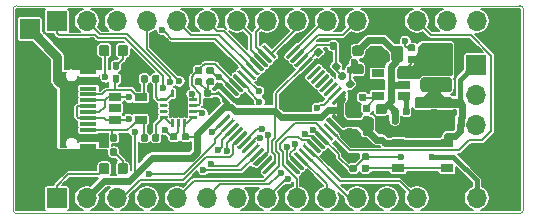
<source format=gtl>
G04 #@! TF.GenerationSoftware,KiCad,Pcbnew,5.1.5+dfsg1-2build2*
G04 #@! TF.CreationDate,2020-10-31T17:23:00+01:00*
G04 #@! TF.ProjectId,OtterPill,4f747465-7250-4696-9c6c-2e6b69636164,rev?*
G04 #@! TF.SameCoordinates,Original*
G04 #@! TF.FileFunction,Copper,L1,Top*
G04 #@! TF.FilePolarity,Positive*
%FSLAX46Y46*%
G04 Gerber Fmt 4.6, Leading zero omitted, Abs format (unit mm)*
G04 Created by KiCad (PCBNEW 5.1.5+dfsg1-2build2) date 2020-10-31 17:23:00*
%MOMM*%
%LPD*%
G04 APERTURE LIST*
%ADD10C,0.050000*%
%ADD11C,0.100000*%
%ADD12O,1.700000X1.700000*%
%ADD13R,1.700000X1.700000*%
%ADD14R,1.050000X0.650000*%
%ADD15R,1.060000X0.650000*%
%ADD16O,2.100000X1.000000*%
%ADD17O,1.600000X1.000000*%
%ADD18R,1.450000X0.600000*%
%ADD19R,1.450000X0.300000*%
%ADD20C,0.600000*%
%ADD21C,0.200000*%
%ADD22C,0.400000*%
%ADD23C,0.157000*%
%ADD24C,0.600000*%
%ADD25C,0.800000*%
%ADD26C,0.254000*%
G04 APERTURE END LIST*
D10*
X63200000Y-37100000D02*
G75*
G02X62900000Y-37400000I-300000J0D01*
G01*
X62900000Y-19800000D02*
G75*
G02X63200000Y-20100000I0J-300000D01*
G01*
X20000000Y-20100000D02*
G75*
G02X20300000Y-19800000I300000J0D01*
G01*
X20300000Y-37400000D02*
G75*
G02X20000000Y-37100000I0J300000D01*
G01*
X20000000Y-37100000D02*
X20000000Y-20100000D01*
X62900000Y-37400000D02*
X20300000Y-37400000D01*
X63200000Y-20100000D02*
X63200000Y-37100000D01*
X20300000Y-19800000D02*
X62900000Y-19800000D01*
G04 #@! TA.AperFunction,SMDPad,CuDef*
D11*
G36*
X49477691Y-23176053D02*
G01*
X49498926Y-23179203D01*
X49519750Y-23184419D01*
X49539962Y-23191651D01*
X49559368Y-23200830D01*
X49577781Y-23211866D01*
X49595024Y-23224654D01*
X49610930Y-23239070D01*
X49625346Y-23254976D01*
X49638134Y-23272219D01*
X49649170Y-23290632D01*
X49658349Y-23310038D01*
X49665581Y-23330250D01*
X49670797Y-23351074D01*
X49673947Y-23372309D01*
X49675000Y-23393750D01*
X49675000Y-23831250D01*
X49673947Y-23852691D01*
X49670797Y-23873926D01*
X49665581Y-23894750D01*
X49658349Y-23914962D01*
X49649170Y-23934368D01*
X49638134Y-23952781D01*
X49625346Y-23970024D01*
X49610930Y-23985930D01*
X49595024Y-24000346D01*
X49577781Y-24013134D01*
X49559368Y-24024170D01*
X49539962Y-24033349D01*
X49519750Y-24040581D01*
X49498926Y-24045797D01*
X49477691Y-24048947D01*
X49456250Y-24050000D01*
X48943750Y-24050000D01*
X48922309Y-24048947D01*
X48901074Y-24045797D01*
X48880250Y-24040581D01*
X48860038Y-24033349D01*
X48840632Y-24024170D01*
X48822219Y-24013134D01*
X48804976Y-24000346D01*
X48789070Y-23985930D01*
X48774654Y-23970024D01*
X48761866Y-23952781D01*
X48750830Y-23934368D01*
X48741651Y-23914962D01*
X48734419Y-23894750D01*
X48729203Y-23873926D01*
X48726053Y-23852691D01*
X48725000Y-23831250D01*
X48725000Y-23393750D01*
X48726053Y-23372309D01*
X48729203Y-23351074D01*
X48734419Y-23330250D01*
X48741651Y-23310038D01*
X48750830Y-23290632D01*
X48761866Y-23272219D01*
X48774654Y-23254976D01*
X48789070Y-23239070D01*
X48804976Y-23224654D01*
X48822219Y-23211866D01*
X48840632Y-23200830D01*
X48860038Y-23191651D01*
X48880250Y-23184419D01*
X48901074Y-23179203D01*
X48922309Y-23176053D01*
X48943750Y-23175000D01*
X49456250Y-23175000D01*
X49477691Y-23176053D01*
G37*
G04 #@! TD.AperFunction*
G04 #@! TA.AperFunction,SMDPad,CuDef*
G36*
X49477691Y-24751053D02*
G01*
X49498926Y-24754203D01*
X49519750Y-24759419D01*
X49539962Y-24766651D01*
X49559368Y-24775830D01*
X49577781Y-24786866D01*
X49595024Y-24799654D01*
X49610930Y-24814070D01*
X49625346Y-24829976D01*
X49638134Y-24847219D01*
X49649170Y-24865632D01*
X49658349Y-24885038D01*
X49665581Y-24905250D01*
X49670797Y-24926074D01*
X49673947Y-24947309D01*
X49675000Y-24968750D01*
X49675000Y-25406250D01*
X49673947Y-25427691D01*
X49670797Y-25448926D01*
X49665581Y-25469750D01*
X49658349Y-25489962D01*
X49649170Y-25509368D01*
X49638134Y-25527781D01*
X49625346Y-25545024D01*
X49610930Y-25560930D01*
X49595024Y-25575346D01*
X49577781Y-25588134D01*
X49559368Y-25599170D01*
X49539962Y-25608349D01*
X49519750Y-25615581D01*
X49498926Y-25620797D01*
X49477691Y-25623947D01*
X49456250Y-25625000D01*
X48943750Y-25625000D01*
X48922309Y-25623947D01*
X48901074Y-25620797D01*
X48880250Y-25615581D01*
X48860038Y-25608349D01*
X48840632Y-25599170D01*
X48822219Y-25588134D01*
X48804976Y-25575346D01*
X48789070Y-25560930D01*
X48774654Y-25545024D01*
X48761866Y-25527781D01*
X48750830Y-25509368D01*
X48741651Y-25489962D01*
X48734419Y-25469750D01*
X48729203Y-25448926D01*
X48726053Y-25427691D01*
X48725000Y-25406250D01*
X48725000Y-24968750D01*
X48726053Y-24947309D01*
X48729203Y-24926074D01*
X48734419Y-24905250D01*
X48741651Y-24885038D01*
X48750830Y-24865632D01*
X48761866Y-24847219D01*
X48774654Y-24829976D01*
X48789070Y-24814070D01*
X48804976Y-24799654D01*
X48822219Y-24786866D01*
X48840632Y-24775830D01*
X48860038Y-24766651D01*
X48880250Y-24759419D01*
X48901074Y-24754203D01*
X48922309Y-24751053D01*
X48943750Y-24750000D01*
X49456250Y-24750000D01*
X49477691Y-24751053D01*
G37*
G04 #@! TD.AperFunction*
G04 #@! TA.AperFunction,SMDPad,CuDef*
G36*
X48039727Y-23883989D02*
G01*
X48054045Y-23886113D01*
X48068086Y-23889630D01*
X48081715Y-23894507D01*
X48094800Y-23900696D01*
X48107216Y-23908137D01*
X48118842Y-23916760D01*
X48129567Y-23926481D01*
X48373519Y-24170433D01*
X48383240Y-24181158D01*
X48391863Y-24192784D01*
X48399304Y-24205200D01*
X48405493Y-24218285D01*
X48410370Y-24231914D01*
X48413887Y-24245955D01*
X48416011Y-24260273D01*
X48416721Y-24274731D01*
X48416011Y-24289189D01*
X48413887Y-24303507D01*
X48410370Y-24317548D01*
X48405493Y-24331177D01*
X48399304Y-24344262D01*
X48391863Y-24356678D01*
X48383240Y-24368304D01*
X48373519Y-24379029D01*
X48164923Y-24587625D01*
X48154198Y-24597346D01*
X48142572Y-24605969D01*
X48130156Y-24613410D01*
X48117071Y-24619599D01*
X48103442Y-24624476D01*
X48089401Y-24627993D01*
X48075083Y-24630117D01*
X48060625Y-24630827D01*
X48046167Y-24630117D01*
X48031849Y-24627993D01*
X48017808Y-24624476D01*
X48004179Y-24619599D01*
X47991094Y-24613410D01*
X47978678Y-24605969D01*
X47967052Y-24597346D01*
X47956327Y-24587625D01*
X47712375Y-24343673D01*
X47702654Y-24332948D01*
X47694031Y-24321322D01*
X47686590Y-24308906D01*
X47680401Y-24295821D01*
X47675524Y-24282192D01*
X47672007Y-24268151D01*
X47669883Y-24253833D01*
X47669173Y-24239375D01*
X47669883Y-24224917D01*
X47672007Y-24210599D01*
X47675524Y-24196558D01*
X47680401Y-24182929D01*
X47686590Y-24169844D01*
X47694031Y-24157428D01*
X47702654Y-24145802D01*
X47712375Y-24135077D01*
X47920971Y-23926481D01*
X47931696Y-23916760D01*
X47943322Y-23908137D01*
X47955738Y-23900696D01*
X47968823Y-23894507D01*
X47982452Y-23889630D01*
X47996493Y-23886113D01*
X48010811Y-23883989D01*
X48025269Y-23883279D01*
X48039727Y-23883989D01*
G37*
G04 #@! TD.AperFunction*
G04 #@! TA.AperFunction,SMDPad,CuDef*
G36*
X47353833Y-24569883D02*
G01*
X47368151Y-24572007D01*
X47382192Y-24575524D01*
X47395821Y-24580401D01*
X47408906Y-24586590D01*
X47421322Y-24594031D01*
X47432948Y-24602654D01*
X47443673Y-24612375D01*
X47687625Y-24856327D01*
X47697346Y-24867052D01*
X47705969Y-24878678D01*
X47713410Y-24891094D01*
X47719599Y-24904179D01*
X47724476Y-24917808D01*
X47727993Y-24931849D01*
X47730117Y-24946167D01*
X47730827Y-24960625D01*
X47730117Y-24975083D01*
X47727993Y-24989401D01*
X47724476Y-25003442D01*
X47719599Y-25017071D01*
X47713410Y-25030156D01*
X47705969Y-25042572D01*
X47697346Y-25054198D01*
X47687625Y-25064923D01*
X47479029Y-25273519D01*
X47468304Y-25283240D01*
X47456678Y-25291863D01*
X47444262Y-25299304D01*
X47431177Y-25305493D01*
X47417548Y-25310370D01*
X47403507Y-25313887D01*
X47389189Y-25316011D01*
X47374731Y-25316721D01*
X47360273Y-25316011D01*
X47345955Y-25313887D01*
X47331914Y-25310370D01*
X47318285Y-25305493D01*
X47305200Y-25299304D01*
X47292784Y-25291863D01*
X47281158Y-25283240D01*
X47270433Y-25273519D01*
X47026481Y-25029567D01*
X47016760Y-25018842D01*
X47008137Y-25007216D01*
X47000696Y-24994800D01*
X46994507Y-24981715D01*
X46989630Y-24968086D01*
X46986113Y-24954045D01*
X46983989Y-24939727D01*
X46983279Y-24925269D01*
X46983989Y-24910811D01*
X46986113Y-24896493D01*
X46989630Y-24882452D01*
X46994507Y-24868823D01*
X47000696Y-24855738D01*
X47008137Y-24843322D01*
X47016760Y-24831696D01*
X47026481Y-24820971D01*
X47235077Y-24612375D01*
X47245802Y-24602654D01*
X47257428Y-24594031D01*
X47269844Y-24586590D01*
X47282929Y-24580401D01*
X47296558Y-24575524D01*
X47310599Y-24572007D01*
X47324917Y-24569883D01*
X47339375Y-24569173D01*
X47353833Y-24569883D01*
G37*
G04 #@! TD.AperFunction*
G04 #@! TA.AperFunction,SMDPad,CuDef*
G36*
X47889189Y-25383989D02*
G01*
X47903507Y-25386113D01*
X47917548Y-25389630D01*
X47931177Y-25394507D01*
X47944262Y-25400696D01*
X47956678Y-25408137D01*
X47968304Y-25416760D01*
X47979029Y-25426481D01*
X48187625Y-25635077D01*
X48197346Y-25645802D01*
X48205969Y-25657428D01*
X48213410Y-25669844D01*
X48219599Y-25682929D01*
X48224476Y-25696558D01*
X48227993Y-25710599D01*
X48230117Y-25724917D01*
X48230827Y-25739375D01*
X48230117Y-25753833D01*
X48227993Y-25768151D01*
X48224476Y-25782192D01*
X48219599Y-25795821D01*
X48213410Y-25808906D01*
X48205969Y-25821322D01*
X48197346Y-25832948D01*
X48187625Y-25843673D01*
X47943673Y-26087625D01*
X47932948Y-26097346D01*
X47921322Y-26105969D01*
X47908906Y-26113410D01*
X47895821Y-26119599D01*
X47882192Y-26124476D01*
X47868151Y-26127993D01*
X47853833Y-26130117D01*
X47839375Y-26130827D01*
X47824917Y-26130117D01*
X47810599Y-26127993D01*
X47796558Y-26124476D01*
X47782929Y-26119599D01*
X47769844Y-26113410D01*
X47757428Y-26105969D01*
X47745802Y-26097346D01*
X47735077Y-26087625D01*
X47526481Y-25879029D01*
X47516760Y-25868304D01*
X47508137Y-25856678D01*
X47500696Y-25844262D01*
X47494507Y-25831177D01*
X47489630Y-25817548D01*
X47486113Y-25803507D01*
X47483989Y-25789189D01*
X47483279Y-25774731D01*
X47483989Y-25760273D01*
X47486113Y-25745955D01*
X47489630Y-25731914D01*
X47494507Y-25718285D01*
X47500696Y-25705200D01*
X47508137Y-25692784D01*
X47516760Y-25681158D01*
X47526481Y-25670433D01*
X47770433Y-25426481D01*
X47781158Y-25416760D01*
X47792784Y-25408137D01*
X47805200Y-25400696D01*
X47818285Y-25394507D01*
X47831914Y-25389630D01*
X47845955Y-25386113D01*
X47860273Y-25383989D01*
X47874731Y-25383279D01*
X47889189Y-25383989D01*
G37*
G04 #@! TD.AperFunction*
G04 #@! TA.AperFunction,SMDPad,CuDef*
G36*
X48575083Y-26069883D02*
G01*
X48589401Y-26072007D01*
X48603442Y-26075524D01*
X48617071Y-26080401D01*
X48630156Y-26086590D01*
X48642572Y-26094031D01*
X48654198Y-26102654D01*
X48664923Y-26112375D01*
X48873519Y-26320971D01*
X48883240Y-26331696D01*
X48891863Y-26343322D01*
X48899304Y-26355738D01*
X48905493Y-26368823D01*
X48910370Y-26382452D01*
X48913887Y-26396493D01*
X48916011Y-26410811D01*
X48916721Y-26425269D01*
X48916011Y-26439727D01*
X48913887Y-26454045D01*
X48910370Y-26468086D01*
X48905493Y-26481715D01*
X48899304Y-26494800D01*
X48891863Y-26507216D01*
X48883240Y-26518842D01*
X48873519Y-26529567D01*
X48629567Y-26773519D01*
X48618842Y-26783240D01*
X48607216Y-26791863D01*
X48594800Y-26799304D01*
X48581715Y-26805493D01*
X48568086Y-26810370D01*
X48554045Y-26813887D01*
X48539727Y-26816011D01*
X48525269Y-26816721D01*
X48510811Y-26816011D01*
X48496493Y-26813887D01*
X48482452Y-26810370D01*
X48468823Y-26805493D01*
X48455738Y-26799304D01*
X48443322Y-26791863D01*
X48431696Y-26783240D01*
X48420971Y-26773519D01*
X48212375Y-26564923D01*
X48202654Y-26554198D01*
X48194031Y-26542572D01*
X48186590Y-26530156D01*
X48180401Y-26517071D01*
X48175524Y-26503442D01*
X48172007Y-26489401D01*
X48169883Y-26475083D01*
X48169173Y-26460625D01*
X48169883Y-26446167D01*
X48172007Y-26431849D01*
X48175524Y-26417808D01*
X48180401Y-26404179D01*
X48186590Y-26391094D01*
X48194031Y-26378678D01*
X48202654Y-26367052D01*
X48212375Y-26356327D01*
X48456327Y-26112375D01*
X48467052Y-26102654D01*
X48478678Y-26094031D01*
X48491094Y-26086590D01*
X48504179Y-26080401D01*
X48517808Y-26075524D01*
X48531849Y-26072007D01*
X48546167Y-26069883D01*
X48560625Y-26069173D01*
X48575083Y-26069883D01*
G37*
G04 #@! TD.AperFunction*
G04 #@! TA.AperFunction,SMDPad,CuDef*
G36*
X48246958Y-22880710D02*
G01*
X48261276Y-22882834D01*
X48275317Y-22886351D01*
X48288946Y-22891228D01*
X48302031Y-22897417D01*
X48314447Y-22904858D01*
X48326073Y-22913481D01*
X48336798Y-22923202D01*
X48346519Y-22933927D01*
X48355142Y-22945553D01*
X48362583Y-22957969D01*
X48368772Y-22971054D01*
X48373649Y-22984683D01*
X48377166Y-22998724D01*
X48379290Y-23013042D01*
X48380000Y-23027500D01*
X48380000Y-23372500D01*
X48379290Y-23386958D01*
X48377166Y-23401276D01*
X48373649Y-23415317D01*
X48368772Y-23428946D01*
X48362583Y-23442031D01*
X48355142Y-23454447D01*
X48346519Y-23466073D01*
X48336798Y-23476798D01*
X48326073Y-23486519D01*
X48314447Y-23495142D01*
X48302031Y-23502583D01*
X48288946Y-23508772D01*
X48275317Y-23513649D01*
X48261276Y-23517166D01*
X48246958Y-23519290D01*
X48232500Y-23520000D01*
X47937500Y-23520000D01*
X47923042Y-23519290D01*
X47908724Y-23517166D01*
X47894683Y-23513649D01*
X47881054Y-23508772D01*
X47867969Y-23502583D01*
X47855553Y-23495142D01*
X47843927Y-23486519D01*
X47833202Y-23476798D01*
X47823481Y-23466073D01*
X47814858Y-23454447D01*
X47807417Y-23442031D01*
X47801228Y-23428946D01*
X47796351Y-23415317D01*
X47792834Y-23401276D01*
X47790710Y-23386958D01*
X47790000Y-23372500D01*
X47790000Y-23027500D01*
X47790710Y-23013042D01*
X47792834Y-22998724D01*
X47796351Y-22984683D01*
X47801228Y-22971054D01*
X47807417Y-22957969D01*
X47814858Y-22945553D01*
X47823481Y-22933927D01*
X47833202Y-22923202D01*
X47843927Y-22913481D01*
X47855553Y-22904858D01*
X47867969Y-22897417D01*
X47881054Y-22891228D01*
X47894683Y-22886351D01*
X47908724Y-22882834D01*
X47923042Y-22880710D01*
X47937500Y-22880000D01*
X48232500Y-22880000D01*
X48246958Y-22880710D01*
G37*
G04 #@! TD.AperFunction*
G04 #@! TA.AperFunction,SMDPad,CuDef*
G36*
X47276958Y-22880710D02*
G01*
X47291276Y-22882834D01*
X47305317Y-22886351D01*
X47318946Y-22891228D01*
X47332031Y-22897417D01*
X47344447Y-22904858D01*
X47356073Y-22913481D01*
X47366798Y-22923202D01*
X47376519Y-22933927D01*
X47385142Y-22945553D01*
X47392583Y-22957969D01*
X47398772Y-22971054D01*
X47403649Y-22984683D01*
X47407166Y-22998724D01*
X47409290Y-23013042D01*
X47410000Y-23027500D01*
X47410000Y-23372500D01*
X47409290Y-23386958D01*
X47407166Y-23401276D01*
X47403649Y-23415317D01*
X47398772Y-23428946D01*
X47392583Y-23442031D01*
X47385142Y-23454447D01*
X47376519Y-23466073D01*
X47366798Y-23476798D01*
X47356073Y-23486519D01*
X47344447Y-23495142D01*
X47332031Y-23502583D01*
X47318946Y-23508772D01*
X47305317Y-23513649D01*
X47291276Y-23517166D01*
X47276958Y-23519290D01*
X47262500Y-23520000D01*
X46967500Y-23520000D01*
X46953042Y-23519290D01*
X46938724Y-23517166D01*
X46924683Y-23513649D01*
X46911054Y-23508772D01*
X46897969Y-23502583D01*
X46885553Y-23495142D01*
X46873927Y-23486519D01*
X46863202Y-23476798D01*
X46853481Y-23466073D01*
X46844858Y-23454447D01*
X46837417Y-23442031D01*
X46831228Y-23428946D01*
X46826351Y-23415317D01*
X46822834Y-23401276D01*
X46820710Y-23386958D01*
X46820000Y-23372500D01*
X46820000Y-23027500D01*
X46820710Y-23013042D01*
X46822834Y-22998724D01*
X46826351Y-22984683D01*
X46831228Y-22971054D01*
X46837417Y-22957969D01*
X46844858Y-22945553D01*
X46853481Y-22933927D01*
X46863202Y-22923202D01*
X46873927Y-22913481D01*
X46885553Y-22904858D01*
X46897969Y-22897417D01*
X46911054Y-22891228D01*
X46924683Y-22886351D01*
X46938724Y-22882834D01*
X46953042Y-22880710D01*
X46967500Y-22880000D01*
X47262500Y-22880000D01*
X47276958Y-22880710D01*
G37*
G04 #@! TD.AperFunction*
G04 #@! TA.AperFunction,SMDPad,CuDef*
G36*
X51457691Y-28116053D02*
G01*
X51478926Y-28119203D01*
X51499750Y-28124419D01*
X51519962Y-28131651D01*
X51539368Y-28140830D01*
X51557781Y-28151866D01*
X51575024Y-28164654D01*
X51590930Y-28179070D01*
X51605346Y-28194976D01*
X51618134Y-28212219D01*
X51629170Y-28230632D01*
X51638349Y-28250038D01*
X51645581Y-28270250D01*
X51650797Y-28291074D01*
X51653947Y-28312309D01*
X51655000Y-28333750D01*
X51655000Y-28771250D01*
X51653947Y-28792691D01*
X51650797Y-28813926D01*
X51645581Y-28834750D01*
X51638349Y-28854962D01*
X51629170Y-28874368D01*
X51618134Y-28892781D01*
X51605346Y-28910024D01*
X51590930Y-28925930D01*
X51575024Y-28940346D01*
X51557781Y-28953134D01*
X51539368Y-28964170D01*
X51519962Y-28973349D01*
X51499750Y-28980581D01*
X51478926Y-28985797D01*
X51457691Y-28988947D01*
X51436250Y-28990000D01*
X50923750Y-28990000D01*
X50902309Y-28988947D01*
X50881074Y-28985797D01*
X50860250Y-28980581D01*
X50840038Y-28973349D01*
X50820632Y-28964170D01*
X50802219Y-28953134D01*
X50784976Y-28940346D01*
X50769070Y-28925930D01*
X50754654Y-28910024D01*
X50741866Y-28892781D01*
X50730830Y-28874368D01*
X50721651Y-28854962D01*
X50714419Y-28834750D01*
X50709203Y-28813926D01*
X50706053Y-28792691D01*
X50705000Y-28771250D01*
X50705000Y-28333750D01*
X50706053Y-28312309D01*
X50709203Y-28291074D01*
X50714419Y-28270250D01*
X50721651Y-28250038D01*
X50730830Y-28230632D01*
X50741866Y-28212219D01*
X50754654Y-28194976D01*
X50769070Y-28179070D01*
X50784976Y-28164654D01*
X50802219Y-28151866D01*
X50820632Y-28140830D01*
X50840038Y-28131651D01*
X50860250Y-28124419D01*
X50881074Y-28119203D01*
X50902309Y-28116053D01*
X50923750Y-28115000D01*
X51436250Y-28115000D01*
X51457691Y-28116053D01*
G37*
G04 #@! TD.AperFunction*
G04 #@! TA.AperFunction,SMDPad,CuDef*
G36*
X51457691Y-29691053D02*
G01*
X51478926Y-29694203D01*
X51499750Y-29699419D01*
X51519962Y-29706651D01*
X51539368Y-29715830D01*
X51557781Y-29726866D01*
X51575024Y-29739654D01*
X51590930Y-29754070D01*
X51605346Y-29769976D01*
X51618134Y-29787219D01*
X51629170Y-29805632D01*
X51638349Y-29825038D01*
X51645581Y-29845250D01*
X51650797Y-29866074D01*
X51653947Y-29887309D01*
X51655000Y-29908750D01*
X51655000Y-30346250D01*
X51653947Y-30367691D01*
X51650797Y-30388926D01*
X51645581Y-30409750D01*
X51638349Y-30429962D01*
X51629170Y-30449368D01*
X51618134Y-30467781D01*
X51605346Y-30485024D01*
X51590930Y-30500930D01*
X51575024Y-30515346D01*
X51557781Y-30528134D01*
X51539368Y-30539170D01*
X51519962Y-30548349D01*
X51499750Y-30555581D01*
X51478926Y-30560797D01*
X51457691Y-30563947D01*
X51436250Y-30565000D01*
X50923750Y-30565000D01*
X50902309Y-30563947D01*
X50881074Y-30560797D01*
X50860250Y-30555581D01*
X50840038Y-30548349D01*
X50820632Y-30539170D01*
X50802219Y-30528134D01*
X50784976Y-30515346D01*
X50769070Y-30500930D01*
X50754654Y-30485024D01*
X50741866Y-30467781D01*
X50730830Y-30449368D01*
X50721651Y-30429962D01*
X50714419Y-30409750D01*
X50709203Y-30388926D01*
X50706053Y-30367691D01*
X50705000Y-30346250D01*
X50705000Y-29908750D01*
X50706053Y-29887309D01*
X50709203Y-29866074D01*
X50714419Y-29845250D01*
X50721651Y-29825038D01*
X50730830Y-29805632D01*
X50741866Y-29787219D01*
X50754654Y-29769976D01*
X50769070Y-29754070D01*
X50784976Y-29739654D01*
X50802219Y-29726866D01*
X50820632Y-29715830D01*
X50840038Y-29706651D01*
X50860250Y-29699419D01*
X50881074Y-29694203D01*
X50902309Y-29691053D01*
X50923750Y-29690000D01*
X51436250Y-29690000D01*
X51457691Y-29691053D01*
G37*
G04 #@! TD.AperFunction*
D12*
X59200000Y-32470000D03*
X59200000Y-29930000D03*
X59200000Y-27390000D03*
D13*
X59200000Y-24850000D03*
G04 #@! TA.AperFunction,SMDPad,CuDef*
D11*
G36*
X50016958Y-33280710D02*
G01*
X50031276Y-33282834D01*
X50045317Y-33286351D01*
X50058946Y-33291228D01*
X50072031Y-33297417D01*
X50084447Y-33304858D01*
X50096073Y-33313481D01*
X50106798Y-33323202D01*
X50116519Y-33333927D01*
X50125142Y-33345553D01*
X50132583Y-33357969D01*
X50138772Y-33371054D01*
X50143649Y-33384683D01*
X50147166Y-33398724D01*
X50149290Y-33413042D01*
X50150000Y-33427500D01*
X50150000Y-33722500D01*
X50149290Y-33736958D01*
X50147166Y-33751276D01*
X50143649Y-33765317D01*
X50138772Y-33778946D01*
X50132583Y-33792031D01*
X50125142Y-33804447D01*
X50116519Y-33816073D01*
X50106798Y-33826798D01*
X50096073Y-33836519D01*
X50084447Y-33845142D01*
X50072031Y-33852583D01*
X50058946Y-33858772D01*
X50045317Y-33863649D01*
X50031276Y-33867166D01*
X50016958Y-33869290D01*
X50002500Y-33870000D01*
X49657500Y-33870000D01*
X49643042Y-33869290D01*
X49628724Y-33867166D01*
X49614683Y-33863649D01*
X49601054Y-33858772D01*
X49587969Y-33852583D01*
X49575553Y-33845142D01*
X49563927Y-33836519D01*
X49553202Y-33826798D01*
X49543481Y-33816073D01*
X49534858Y-33804447D01*
X49527417Y-33792031D01*
X49521228Y-33778946D01*
X49516351Y-33765317D01*
X49512834Y-33751276D01*
X49510710Y-33736958D01*
X49510000Y-33722500D01*
X49510000Y-33427500D01*
X49510710Y-33413042D01*
X49512834Y-33398724D01*
X49516351Y-33384683D01*
X49521228Y-33371054D01*
X49527417Y-33357969D01*
X49534858Y-33345553D01*
X49543481Y-33333927D01*
X49553202Y-33323202D01*
X49563927Y-33313481D01*
X49575553Y-33304858D01*
X49587969Y-33297417D01*
X49601054Y-33291228D01*
X49614683Y-33286351D01*
X49628724Y-33282834D01*
X49643042Y-33280710D01*
X49657500Y-33280000D01*
X50002500Y-33280000D01*
X50016958Y-33280710D01*
G37*
G04 #@! TD.AperFunction*
G04 #@! TA.AperFunction,SMDPad,CuDef*
G36*
X50016958Y-32310710D02*
G01*
X50031276Y-32312834D01*
X50045317Y-32316351D01*
X50058946Y-32321228D01*
X50072031Y-32327417D01*
X50084447Y-32334858D01*
X50096073Y-32343481D01*
X50106798Y-32353202D01*
X50116519Y-32363927D01*
X50125142Y-32375553D01*
X50132583Y-32387969D01*
X50138772Y-32401054D01*
X50143649Y-32414683D01*
X50147166Y-32428724D01*
X50149290Y-32443042D01*
X50150000Y-32457500D01*
X50150000Y-32752500D01*
X50149290Y-32766958D01*
X50147166Y-32781276D01*
X50143649Y-32795317D01*
X50138772Y-32808946D01*
X50132583Y-32822031D01*
X50125142Y-32834447D01*
X50116519Y-32846073D01*
X50106798Y-32856798D01*
X50096073Y-32866519D01*
X50084447Y-32875142D01*
X50072031Y-32882583D01*
X50058946Y-32888772D01*
X50045317Y-32893649D01*
X50031276Y-32897166D01*
X50016958Y-32899290D01*
X50002500Y-32900000D01*
X49657500Y-32900000D01*
X49643042Y-32899290D01*
X49628724Y-32897166D01*
X49614683Y-32893649D01*
X49601054Y-32888772D01*
X49587969Y-32882583D01*
X49575553Y-32875142D01*
X49563927Y-32866519D01*
X49553202Y-32856798D01*
X49543481Y-32846073D01*
X49534858Y-32834447D01*
X49527417Y-32822031D01*
X49521228Y-32808946D01*
X49516351Y-32795317D01*
X49512834Y-32781276D01*
X49510710Y-32766958D01*
X49510000Y-32752500D01*
X49510000Y-32457500D01*
X49510710Y-32443042D01*
X49512834Y-32428724D01*
X49516351Y-32414683D01*
X49521228Y-32401054D01*
X49527417Y-32387969D01*
X49534858Y-32375553D01*
X49543481Y-32363927D01*
X49553202Y-32353202D01*
X49563927Y-32343481D01*
X49575553Y-32334858D01*
X49587969Y-32327417D01*
X49601054Y-32321228D01*
X49614683Y-32316351D01*
X49628724Y-32312834D01*
X49643042Y-32310710D01*
X49657500Y-32310000D01*
X50002500Y-32310000D01*
X50016958Y-32310710D01*
G37*
G04 #@! TD.AperFunction*
G04 #@! TA.AperFunction,SMDPad,CuDef*
G36*
X56919504Y-23076204D02*
G01*
X56943773Y-23079804D01*
X56967571Y-23085765D01*
X56990671Y-23094030D01*
X57012849Y-23104520D01*
X57033893Y-23117133D01*
X57053598Y-23131747D01*
X57071777Y-23148223D01*
X57088253Y-23166402D01*
X57102867Y-23186107D01*
X57115480Y-23207151D01*
X57125970Y-23229329D01*
X57134235Y-23252429D01*
X57140196Y-23276227D01*
X57143796Y-23300496D01*
X57145000Y-23325000D01*
X57145000Y-24075000D01*
X57143796Y-24099504D01*
X57140196Y-24123773D01*
X57134235Y-24147571D01*
X57125970Y-24170671D01*
X57115480Y-24192849D01*
X57102867Y-24213893D01*
X57088253Y-24233598D01*
X57071777Y-24251777D01*
X57053598Y-24268253D01*
X57033893Y-24282867D01*
X57012849Y-24295480D01*
X56990671Y-24305970D01*
X56967571Y-24314235D01*
X56943773Y-24320196D01*
X56919504Y-24323796D01*
X56895000Y-24325000D01*
X54745000Y-24325000D01*
X54720496Y-24323796D01*
X54696227Y-24320196D01*
X54672429Y-24314235D01*
X54649329Y-24305970D01*
X54627151Y-24295480D01*
X54606107Y-24282867D01*
X54586402Y-24268253D01*
X54568223Y-24251777D01*
X54551747Y-24233598D01*
X54537133Y-24213893D01*
X54524520Y-24192849D01*
X54514030Y-24170671D01*
X54505765Y-24147571D01*
X54499804Y-24123773D01*
X54496204Y-24099504D01*
X54495000Y-24075000D01*
X54495000Y-23325000D01*
X54496204Y-23300496D01*
X54499804Y-23276227D01*
X54505765Y-23252429D01*
X54514030Y-23229329D01*
X54524520Y-23207151D01*
X54537133Y-23186107D01*
X54551747Y-23166402D01*
X54568223Y-23148223D01*
X54586402Y-23131747D01*
X54606107Y-23117133D01*
X54627151Y-23104520D01*
X54649329Y-23094030D01*
X54672429Y-23085765D01*
X54696227Y-23079804D01*
X54720496Y-23076204D01*
X54745000Y-23075000D01*
X56895000Y-23075000D01*
X56919504Y-23076204D01*
G37*
G04 #@! TD.AperFunction*
G04 #@! TA.AperFunction,SMDPad,CuDef*
G36*
X56919504Y-25876204D02*
G01*
X56943773Y-25879804D01*
X56967571Y-25885765D01*
X56990671Y-25894030D01*
X57012849Y-25904520D01*
X57033893Y-25917133D01*
X57053598Y-25931747D01*
X57071777Y-25948223D01*
X57088253Y-25966402D01*
X57102867Y-25986107D01*
X57115480Y-26007151D01*
X57125970Y-26029329D01*
X57134235Y-26052429D01*
X57140196Y-26076227D01*
X57143796Y-26100496D01*
X57145000Y-26125000D01*
X57145000Y-26875000D01*
X57143796Y-26899504D01*
X57140196Y-26923773D01*
X57134235Y-26947571D01*
X57125970Y-26970671D01*
X57115480Y-26992849D01*
X57102867Y-27013893D01*
X57088253Y-27033598D01*
X57071777Y-27051777D01*
X57053598Y-27068253D01*
X57033893Y-27082867D01*
X57012849Y-27095480D01*
X56990671Y-27105970D01*
X56967571Y-27114235D01*
X56943773Y-27120196D01*
X56919504Y-27123796D01*
X56895000Y-27125000D01*
X54745000Y-27125000D01*
X54720496Y-27123796D01*
X54696227Y-27120196D01*
X54672429Y-27114235D01*
X54649329Y-27105970D01*
X54627151Y-27095480D01*
X54606107Y-27082867D01*
X54586402Y-27068253D01*
X54568223Y-27051777D01*
X54551747Y-27033598D01*
X54537133Y-27013893D01*
X54524520Y-26992849D01*
X54514030Y-26970671D01*
X54505765Y-26947571D01*
X54499804Y-26923773D01*
X54496204Y-26899504D01*
X54495000Y-26875000D01*
X54495000Y-26125000D01*
X54496204Y-26100496D01*
X54499804Y-26076227D01*
X54505765Y-26052429D01*
X54514030Y-26029329D01*
X54524520Y-26007151D01*
X54537133Y-25986107D01*
X54551747Y-25966402D01*
X54568223Y-25948223D01*
X54586402Y-25931747D01*
X54606107Y-25917133D01*
X54627151Y-25904520D01*
X54649329Y-25894030D01*
X54672429Y-25885765D01*
X54696227Y-25879804D01*
X54720496Y-25876204D01*
X54745000Y-25875000D01*
X56895000Y-25875000D01*
X56919504Y-25876204D01*
G37*
G04 #@! TD.AperFunction*
G04 #@! TA.AperFunction,SMDPad,CuDef*
G36*
X55170142Y-27526174D02*
G01*
X55193803Y-27529684D01*
X55217007Y-27535496D01*
X55239529Y-27543554D01*
X55261153Y-27553782D01*
X55281670Y-27566079D01*
X55300883Y-27580329D01*
X55318607Y-27596393D01*
X55334671Y-27614117D01*
X55348921Y-27633330D01*
X55361218Y-27653847D01*
X55371446Y-27675471D01*
X55379504Y-27697993D01*
X55385316Y-27721197D01*
X55388826Y-27744858D01*
X55390000Y-27768750D01*
X55390000Y-28256250D01*
X55388826Y-28280142D01*
X55385316Y-28303803D01*
X55379504Y-28327007D01*
X55371446Y-28349529D01*
X55361218Y-28371153D01*
X55348921Y-28391670D01*
X55334671Y-28410883D01*
X55318607Y-28428607D01*
X55300883Y-28444671D01*
X55281670Y-28458921D01*
X55261153Y-28471218D01*
X55239529Y-28481446D01*
X55217007Y-28489504D01*
X55193803Y-28495316D01*
X55170142Y-28498826D01*
X55146250Y-28500000D01*
X54233750Y-28500000D01*
X54209858Y-28498826D01*
X54186197Y-28495316D01*
X54162993Y-28489504D01*
X54140471Y-28481446D01*
X54118847Y-28471218D01*
X54098330Y-28458921D01*
X54079117Y-28444671D01*
X54061393Y-28428607D01*
X54045329Y-28410883D01*
X54031079Y-28391670D01*
X54018782Y-28371153D01*
X54008554Y-28349529D01*
X54000496Y-28327007D01*
X53994684Y-28303803D01*
X53991174Y-28280142D01*
X53990000Y-28256250D01*
X53990000Y-27768750D01*
X53991174Y-27744858D01*
X53994684Y-27721197D01*
X54000496Y-27697993D01*
X54008554Y-27675471D01*
X54018782Y-27653847D01*
X54031079Y-27633330D01*
X54045329Y-27614117D01*
X54061393Y-27596393D01*
X54079117Y-27580329D01*
X54098330Y-27566079D01*
X54118847Y-27553782D01*
X54140471Y-27543554D01*
X54162993Y-27535496D01*
X54186197Y-27529684D01*
X54209858Y-27526174D01*
X54233750Y-27525000D01*
X55146250Y-27525000D01*
X55170142Y-27526174D01*
G37*
G04 #@! TD.AperFunction*
G04 #@! TA.AperFunction,SMDPad,CuDef*
G36*
X55170142Y-29401174D02*
G01*
X55193803Y-29404684D01*
X55217007Y-29410496D01*
X55239529Y-29418554D01*
X55261153Y-29428782D01*
X55281670Y-29441079D01*
X55300883Y-29455329D01*
X55318607Y-29471393D01*
X55334671Y-29489117D01*
X55348921Y-29508330D01*
X55361218Y-29528847D01*
X55371446Y-29550471D01*
X55379504Y-29572993D01*
X55385316Y-29596197D01*
X55388826Y-29619858D01*
X55390000Y-29643750D01*
X55390000Y-30131250D01*
X55388826Y-30155142D01*
X55385316Y-30178803D01*
X55379504Y-30202007D01*
X55371446Y-30224529D01*
X55361218Y-30246153D01*
X55348921Y-30266670D01*
X55334671Y-30285883D01*
X55318607Y-30303607D01*
X55300883Y-30319671D01*
X55281670Y-30333921D01*
X55261153Y-30346218D01*
X55239529Y-30356446D01*
X55217007Y-30364504D01*
X55193803Y-30370316D01*
X55170142Y-30373826D01*
X55146250Y-30375000D01*
X54233750Y-30375000D01*
X54209858Y-30373826D01*
X54186197Y-30370316D01*
X54162993Y-30364504D01*
X54140471Y-30356446D01*
X54118847Y-30346218D01*
X54098330Y-30333921D01*
X54079117Y-30319671D01*
X54061393Y-30303607D01*
X54045329Y-30285883D01*
X54031079Y-30266670D01*
X54018782Y-30246153D01*
X54008554Y-30224529D01*
X54000496Y-30202007D01*
X53994684Y-30178803D01*
X53991174Y-30155142D01*
X53990000Y-30131250D01*
X53990000Y-29643750D01*
X53991174Y-29619858D01*
X53994684Y-29596197D01*
X54000496Y-29572993D01*
X54008554Y-29550471D01*
X54018782Y-29528847D01*
X54031079Y-29508330D01*
X54045329Y-29489117D01*
X54061393Y-29471393D01*
X54079117Y-29455329D01*
X54098330Y-29441079D01*
X54118847Y-29428782D01*
X54140471Y-29418554D01*
X54162993Y-29410496D01*
X54186197Y-29404684D01*
X54209858Y-29401174D01*
X54233750Y-29400000D01*
X55146250Y-29400000D01*
X55170142Y-29401174D01*
G37*
G04 #@! TD.AperFunction*
G04 #@! TA.AperFunction,SMDPad,CuDef*
G36*
X52476958Y-28430710D02*
G01*
X52491276Y-28432834D01*
X52505317Y-28436351D01*
X52518946Y-28441228D01*
X52532031Y-28447417D01*
X52544447Y-28454858D01*
X52556073Y-28463481D01*
X52566798Y-28473202D01*
X52576519Y-28483927D01*
X52585142Y-28495553D01*
X52592583Y-28507969D01*
X52598772Y-28521054D01*
X52603649Y-28534683D01*
X52607166Y-28548724D01*
X52609290Y-28563042D01*
X52610000Y-28577500D01*
X52610000Y-28922500D01*
X52609290Y-28936958D01*
X52607166Y-28951276D01*
X52603649Y-28965317D01*
X52598772Y-28978946D01*
X52592583Y-28992031D01*
X52585142Y-29004447D01*
X52576519Y-29016073D01*
X52566798Y-29026798D01*
X52556073Y-29036519D01*
X52544447Y-29045142D01*
X52532031Y-29052583D01*
X52518946Y-29058772D01*
X52505317Y-29063649D01*
X52491276Y-29067166D01*
X52476958Y-29069290D01*
X52462500Y-29070000D01*
X52167500Y-29070000D01*
X52153042Y-29069290D01*
X52138724Y-29067166D01*
X52124683Y-29063649D01*
X52111054Y-29058772D01*
X52097969Y-29052583D01*
X52085553Y-29045142D01*
X52073927Y-29036519D01*
X52063202Y-29026798D01*
X52053481Y-29016073D01*
X52044858Y-29004447D01*
X52037417Y-28992031D01*
X52031228Y-28978946D01*
X52026351Y-28965317D01*
X52022834Y-28951276D01*
X52020710Y-28936958D01*
X52020000Y-28922500D01*
X52020000Y-28577500D01*
X52020710Y-28563042D01*
X52022834Y-28548724D01*
X52026351Y-28534683D01*
X52031228Y-28521054D01*
X52037417Y-28507969D01*
X52044858Y-28495553D01*
X52053481Y-28483927D01*
X52063202Y-28473202D01*
X52073927Y-28463481D01*
X52085553Y-28454858D01*
X52097969Y-28447417D01*
X52111054Y-28441228D01*
X52124683Y-28436351D01*
X52138724Y-28432834D01*
X52153042Y-28430710D01*
X52167500Y-28430000D01*
X52462500Y-28430000D01*
X52476958Y-28430710D01*
G37*
G04 #@! TD.AperFunction*
G04 #@! TA.AperFunction,SMDPad,CuDef*
G36*
X53446958Y-28430710D02*
G01*
X53461276Y-28432834D01*
X53475317Y-28436351D01*
X53488946Y-28441228D01*
X53502031Y-28447417D01*
X53514447Y-28454858D01*
X53526073Y-28463481D01*
X53536798Y-28473202D01*
X53546519Y-28483927D01*
X53555142Y-28495553D01*
X53562583Y-28507969D01*
X53568772Y-28521054D01*
X53573649Y-28534683D01*
X53577166Y-28548724D01*
X53579290Y-28563042D01*
X53580000Y-28577500D01*
X53580000Y-28922500D01*
X53579290Y-28936958D01*
X53577166Y-28951276D01*
X53573649Y-28965317D01*
X53568772Y-28978946D01*
X53562583Y-28992031D01*
X53555142Y-29004447D01*
X53546519Y-29016073D01*
X53536798Y-29026798D01*
X53526073Y-29036519D01*
X53514447Y-29045142D01*
X53502031Y-29052583D01*
X53488946Y-29058772D01*
X53475317Y-29063649D01*
X53461276Y-29067166D01*
X53446958Y-29069290D01*
X53432500Y-29070000D01*
X53137500Y-29070000D01*
X53123042Y-29069290D01*
X53108724Y-29067166D01*
X53094683Y-29063649D01*
X53081054Y-29058772D01*
X53067969Y-29052583D01*
X53055553Y-29045142D01*
X53043927Y-29036519D01*
X53033202Y-29026798D01*
X53023481Y-29016073D01*
X53014858Y-29004447D01*
X53007417Y-28992031D01*
X53001228Y-28978946D01*
X52996351Y-28965317D01*
X52992834Y-28951276D01*
X52990710Y-28936958D01*
X52990000Y-28922500D01*
X52990000Y-28577500D01*
X52990710Y-28563042D01*
X52992834Y-28548724D01*
X52996351Y-28534683D01*
X53001228Y-28521054D01*
X53007417Y-28507969D01*
X53014858Y-28495553D01*
X53023481Y-28483927D01*
X53033202Y-28473202D01*
X53043927Y-28463481D01*
X53055553Y-28454858D01*
X53067969Y-28447417D01*
X53081054Y-28441228D01*
X53094683Y-28436351D01*
X53108724Y-28432834D01*
X53123042Y-28430710D01*
X53137500Y-28430000D01*
X53432500Y-28430000D01*
X53446958Y-28430710D01*
G37*
G04 #@! TD.AperFunction*
D13*
X21420000Y-21780000D03*
X21420000Y-35340000D03*
G04 #@! TA.AperFunction,SMDPad,CuDef*
D11*
G36*
X48010652Y-26995031D02*
G01*
X48017933Y-26996111D01*
X48025072Y-26997899D01*
X48032002Y-27000379D01*
X48038656Y-27003526D01*
X48044969Y-27007310D01*
X48050880Y-27011694D01*
X48056334Y-27016637D01*
X48162400Y-27122703D01*
X48167343Y-27128157D01*
X48171727Y-27134068D01*
X48175511Y-27140381D01*
X48178658Y-27147035D01*
X48181138Y-27153965D01*
X48182926Y-27161104D01*
X48184006Y-27168385D01*
X48184367Y-27175736D01*
X48184006Y-27183087D01*
X48182926Y-27190368D01*
X48181138Y-27197507D01*
X48178658Y-27204437D01*
X48175511Y-27211091D01*
X48171727Y-27217404D01*
X48167343Y-27223315D01*
X48162400Y-27228769D01*
X47225484Y-28165685D01*
X47220030Y-28170628D01*
X47214119Y-28175012D01*
X47207806Y-28178796D01*
X47201152Y-28181943D01*
X47194222Y-28184423D01*
X47187083Y-28186211D01*
X47179802Y-28187291D01*
X47172451Y-28187652D01*
X47165100Y-28187291D01*
X47157819Y-28186211D01*
X47150680Y-28184423D01*
X47143750Y-28181943D01*
X47137096Y-28178796D01*
X47130783Y-28175012D01*
X47124872Y-28170628D01*
X47119418Y-28165685D01*
X47013352Y-28059619D01*
X47008409Y-28054165D01*
X47004025Y-28048254D01*
X47000241Y-28041941D01*
X46997094Y-28035287D01*
X46994614Y-28028357D01*
X46992826Y-28021218D01*
X46991746Y-28013937D01*
X46991385Y-28006586D01*
X46991746Y-27999235D01*
X46992826Y-27991954D01*
X46994614Y-27984815D01*
X46997094Y-27977885D01*
X47000241Y-27971231D01*
X47004025Y-27964918D01*
X47008409Y-27959007D01*
X47013352Y-27953553D01*
X47950268Y-27016637D01*
X47955722Y-27011694D01*
X47961633Y-27007310D01*
X47967946Y-27003526D01*
X47974600Y-27000379D01*
X47981530Y-26997899D01*
X47988669Y-26996111D01*
X47995950Y-26995031D01*
X48003301Y-26994670D01*
X48010652Y-26995031D01*
G37*
G04 #@! TD.AperFunction*
G04 #@! TA.AperFunction,SMDPad,CuDef*
G36*
X47657098Y-26641477D02*
G01*
X47664379Y-26642557D01*
X47671518Y-26644345D01*
X47678448Y-26646825D01*
X47685102Y-26649972D01*
X47691415Y-26653756D01*
X47697326Y-26658140D01*
X47702780Y-26663083D01*
X47808846Y-26769149D01*
X47813789Y-26774603D01*
X47818173Y-26780514D01*
X47821957Y-26786827D01*
X47825104Y-26793481D01*
X47827584Y-26800411D01*
X47829372Y-26807550D01*
X47830452Y-26814831D01*
X47830813Y-26822182D01*
X47830452Y-26829533D01*
X47829372Y-26836814D01*
X47827584Y-26843953D01*
X47825104Y-26850883D01*
X47821957Y-26857537D01*
X47818173Y-26863850D01*
X47813789Y-26869761D01*
X47808846Y-26875215D01*
X46871930Y-27812131D01*
X46866476Y-27817074D01*
X46860565Y-27821458D01*
X46854252Y-27825242D01*
X46847598Y-27828389D01*
X46840668Y-27830869D01*
X46833529Y-27832657D01*
X46826248Y-27833737D01*
X46818897Y-27834098D01*
X46811546Y-27833737D01*
X46804265Y-27832657D01*
X46797126Y-27830869D01*
X46790196Y-27828389D01*
X46783542Y-27825242D01*
X46777229Y-27821458D01*
X46771318Y-27817074D01*
X46765864Y-27812131D01*
X46659798Y-27706065D01*
X46654855Y-27700611D01*
X46650471Y-27694700D01*
X46646687Y-27688387D01*
X46643540Y-27681733D01*
X46641060Y-27674803D01*
X46639272Y-27667664D01*
X46638192Y-27660383D01*
X46637831Y-27653032D01*
X46638192Y-27645681D01*
X46639272Y-27638400D01*
X46641060Y-27631261D01*
X46643540Y-27624331D01*
X46646687Y-27617677D01*
X46650471Y-27611364D01*
X46654855Y-27605453D01*
X46659798Y-27599999D01*
X47596714Y-26663083D01*
X47602168Y-26658140D01*
X47608079Y-26653756D01*
X47614392Y-26649972D01*
X47621046Y-26646825D01*
X47627976Y-26644345D01*
X47635115Y-26642557D01*
X47642396Y-26641477D01*
X47649747Y-26641116D01*
X47657098Y-26641477D01*
G37*
G04 #@! TD.AperFunction*
G04 #@! TA.AperFunction,SMDPad,CuDef*
G36*
X47303545Y-26287924D02*
G01*
X47310826Y-26289004D01*
X47317965Y-26290792D01*
X47324895Y-26293272D01*
X47331549Y-26296419D01*
X47337862Y-26300203D01*
X47343773Y-26304587D01*
X47349227Y-26309530D01*
X47455293Y-26415596D01*
X47460236Y-26421050D01*
X47464620Y-26426961D01*
X47468404Y-26433274D01*
X47471551Y-26439928D01*
X47474031Y-26446858D01*
X47475819Y-26453997D01*
X47476899Y-26461278D01*
X47477260Y-26468629D01*
X47476899Y-26475980D01*
X47475819Y-26483261D01*
X47474031Y-26490400D01*
X47471551Y-26497330D01*
X47468404Y-26503984D01*
X47464620Y-26510297D01*
X47460236Y-26516208D01*
X47455293Y-26521662D01*
X46518377Y-27458578D01*
X46512923Y-27463521D01*
X46507012Y-27467905D01*
X46500699Y-27471689D01*
X46494045Y-27474836D01*
X46487115Y-27477316D01*
X46479976Y-27479104D01*
X46472695Y-27480184D01*
X46465344Y-27480545D01*
X46457993Y-27480184D01*
X46450712Y-27479104D01*
X46443573Y-27477316D01*
X46436643Y-27474836D01*
X46429989Y-27471689D01*
X46423676Y-27467905D01*
X46417765Y-27463521D01*
X46412311Y-27458578D01*
X46306245Y-27352512D01*
X46301302Y-27347058D01*
X46296918Y-27341147D01*
X46293134Y-27334834D01*
X46289987Y-27328180D01*
X46287507Y-27321250D01*
X46285719Y-27314111D01*
X46284639Y-27306830D01*
X46284278Y-27299479D01*
X46284639Y-27292128D01*
X46285719Y-27284847D01*
X46287507Y-27277708D01*
X46289987Y-27270778D01*
X46293134Y-27264124D01*
X46296918Y-27257811D01*
X46301302Y-27251900D01*
X46306245Y-27246446D01*
X47243161Y-26309530D01*
X47248615Y-26304587D01*
X47254526Y-26300203D01*
X47260839Y-26296419D01*
X47267493Y-26293272D01*
X47274423Y-26290792D01*
X47281562Y-26289004D01*
X47288843Y-26287924D01*
X47296194Y-26287563D01*
X47303545Y-26287924D01*
G37*
G04 #@! TD.AperFunction*
G04 #@! TA.AperFunction,SMDPad,CuDef*
G36*
X46949991Y-25934370D02*
G01*
X46957272Y-25935450D01*
X46964411Y-25937238D01*
X46971341Y-25939718D01*
X46977995Y-25942865D01*
X46984308Y-25946649D01*
X46990219Y-25951033D01*
X46995673Y-25955976D01*
X47101739Y-26062042D01*
X47106682Y-26067496D01*
X47111066Y-26073407D01*
X47114850Y-26079720D01*
X47117997Y-26086374D01*
X47120477Y-26093304D01*
X47122265Y-26100443D01*
X47123345Y-26107724D01*
X47123706Y-26115075D01*
X47123345Y-26122426D01*
X47122265Y-26129707D01*
X47120477Y-26136846D01*
X47117997Y-26143776D01*
X47114850Y-26150430D01*
X47111066Y-26156743D01*
X47106682Y-26162654D01*
X47101739Y-26168108D01*
X46164823Y-27105024D01*
X46159369Y-27109967D01*
X46153458Y-27114351D01*
X46147145Y-27118135D01*
X46140491Y-27121282D01*
X46133561Y-27123762D01*
X46126422Y-27125550D01*
X46119141Y-27126630D01*
X46111790Y-27126991D01*
X46104439Y-27126630D01*
X46097158Y-27125550D01*
X46090019Y-27123762D01*
X46083089Y-27121282D01*
X46076435Y-27118135D01*
X46070122Y-27114351D01*
X46064211Y-27109967D01*
X46058757Y-27105024D01*
X45952691Y-26998958D01*
X45947748Y-26993504D01*
X45943364Y-26987593D01*
X45939580Y-26981280D01*
X45936433Y-26974626D01*
X45933953Y-26967696D01*
X45932165Y-26960557D01*
X45931085Y-26953276D01*
X45930724Y-26945925D01*
X45931085Y-26938574D01*
X45932165Y-26931293D01*
X45933953Y-26924154D01*
X45936433Y-26917224D01*
X45939580Y-26910570D01*
X45943364Y-26904257D01*
X45947748Y-26898346D01*
X45952691Y-26892892D01*
X46889607Y-25955976D01*
X46895061Y-25951033D01*
X46900972Y-25946649D01*
X46907285Y-25942865D01*
X46913939Y-25939718D01*
X46920869Y-25937238D01*
X46928008Y-25935450D01*
X46935289Y-25934370D01*
X46942640Y-25934009D01*
X46949991Y-25934370D01*
G37*
G04 #@! TD.AperFunction*
G04 #@! TA.AperFunction,SMDPad,CuDef*
G36*
X46596438Y-25580817D02*
G01*
X46603719Y-25581897D01*
X46610858Y-25583685D01*
X46617788Y-25586165D01*
X46624442Y-25589312D01*
X46630755Y-25593096D01*
X46636666Y-25597480D01*
X46642120Y-25602423D01*
X46748186Y-25708489D01*
X46753129Y-25713943D01*
X46757513Y-25719854D01*
X46761297Y-25726167D01*
X46764444Y-25732821D01*
X46766924Y-25739751D01*
X46768712Y-25746890D01*
X46769792Y-25754171D01*
X46770153Y-25761522D01*
X46769792Y-25768873D01*
X46768712Y-25776154D01*
X46766924Y-25783293D01*
X46764444Y-25790223D01*
X46761297Y-25796877D01*
X46757513Y-25803190D01*
X46753129Y-25809101D01*
X46748186Y-25814555D01*
X45811270Y-26751471D01*
X45805816Y-26756414D01*
X45799905Y-26760798D01*
X45793592Y-26764582D01*
X45786938Y-26767729D01*
X45780008Y-26770209D01*
X45772869Y-26771997D01*
X45765588Y-26773077D01*
X45758237Y-26773438D01*
X45750886Y-26773077D01*
X45743605Y-26771997D01*
X45736466Y-26770209D01*
X45729536Y-26767729D01*
X45722882Y-26764582D01*
X45716569Y-26760798D01*
X45710658Y-26756414D01*
X45705204Y-26751471D01*
X45599138Y-26645405D01*
X45594195Y-26639951D01*
X45589811Y-26634040D01*
X45586027Y-26627727D01*
X45582880Y-26621073D01*
X45580400Y-26614143D01*
X45578612Y-26607004D01*
X45577532Y-26599723D01*
X45577171Y-26592372D01*
X45577532Y-26585021D01*
X45578612Y-26577740D01*
X45580400Y-26570601D01*
X45582880Y-26563671D01*
X45586027Y-26557017D01*
X45589811Y-26550704D01*
X45594195Y-26544793D01*
X45599138Y-26539339D01*
X46536054Y-25602423D01*
X46541508Y-25597480D01*
X46547419Y-25593096D01*
X46553732Y-25589312D01*
X46560386Y-25586165D01*
X46567316Y-25583685D01*
X46574455Y-25581897D01*
X46581736Y-25580817D01*
X46589087Y-25580456D01*
X46596438Y-25580817D01*
G37*
G04 #@! TD.AperFunction*
G04 #@! TA.AperFunction,SMDPad,CuDef*
G36*
X46242885Y-25227264D02*
G01*
X46250166Y-25228344D01*
X46257305Y-25230132D01*
X46264235Y-25232612D01*
X46270889Y-25235759D01*
X46277202Y-25239543D01*
X46283113Y-25243927D01*
X46288567Y-25248870D01*
X46394633Y-25354936D01*
X46399576Y-25360390D01*
X46403960Y-25366301D01*
X46407744Y-25372614D01*
X46410891Y-25379268D01*
X46413371Y-25386198D01*
X46415159Y-25393337D01*
X46416239Y-25400618D01*
X46416600Y-25407969D01*
X46416239Y-25415320D01*
X46415159Y-25422601D01*
X46413371Y-25429740D01*
X46410891Y-25436670D01*
X46407744Y-25443324D01*
X46403960Y-25449637D01*
X46399576Y-25455548D01*
X46394633Y-25461002D01*
X45457717Y-26397918D01*
X45452263Y-26402861D01*
X45446352Y-26407245D01*
X45440039Y-26411029D01*
X45433385Y-26414176D01*
X45426455Y-26416656D01*
X45419316Y-26418444D01*
X45412035Y-26419524D01*
X45404684Y-26419885D01*
X45397333Y-26419524D01*
X45390052Y-26418444D01*
X45382913Y-26416656D01*
X45375983Y-26414176D01*
X45369329Y-26411029D01*
X45363016Y-26407245D01*
X45357105Y-26402861D01*
X45351651Y-26397918D01*
X45245585Y-26291852D01*
X45240642Y-26286398D01*
X45236258Y-26280487D01*
X45232474Y-26274174D01*
X45229327Y-26267520D01*
X45226847Y-26260590D01*
X45225059Y-26253451D01*
X45223979Y-26246170D01*
X45223618Y-26238819D01*
X45223979Y-26231468D01*
X45225059Y-26224187D01*
X45226847Y-26217048D01*
X45229327Y-26210118D01*
X45232474Y-26203464D01*
X45236258Y-26197151D01*
X45240642Y-26191240D01*
X45245585Y-26185786D01*
X46182501Y-25248870D01*
X46187955Y-25243927D01*
X46193866Y-25239543D01*
X46200179Y-25235759D01*
X46206833Y-25232612D01*
X46213763Y-25230132D01*
X46220902Y-25228344D01*
X46228183Y-25227264D01*
X46235534Y-25226903D01*
X46242885Y-25227264D01*
G37*
G04 #@! TD.AperFunction*
G04 #@! TA.AperFunction,SMDPad,CuDef*
G36*
X45889331Y-24873710D02*
G01*
X45896612Y-24874790D01*
X45903751Y-24876578D01*
X45910681Y-24879058D01*
X45917335Y-24882205D01*
X45923648Y-24885989D01*
X45929559Y-24890373D01*
X45935013Y-24895316D01*
X46041079Y-25001382D01*
X46046022Y-25006836D01*
X46050406Y-25012747D01*
X46054190Y-25019060D01*
X46057337Y-25025714D01*
X46059817Y-25032644D01*
X46061605Y-25039783D01*
X46062685Y-25047064D01*
X46063046Y-25054415D01*
X46062685Y-25061766D01*
X46061605Y-25069047D01*
X46059817Y-25076186D01*
X46057337Y-25083116D01*
X46054190Y-25089770D01*
X46050406Y-25096083D01*
X46046022Y-25101994D01*
X46041079Y-25107448D01*
X45104163Y-26044364D01*
X45098709Y-26049307D01*
X45092798Y-26053691D01*
X45086485Y-26057475D01*
X45079831Y-26060622D01*
X45072901Y-26063102D01*
X45065762Y-26064890D01*
X45058481Y-26065970D01*
X45051130Y-26066331D01*
X45043779Y-26065970D01*
X45036498Y-26064890D01*
X45029359Y-26063102D01*
X45022429Y-26060622D01*
X45015775Y-26057475D01*
X45009462Y-26053691D01*
X45003551Y-26049307D01*
X44998097Y-26044364D01*
X44892031Y-25938298D01*
X44887088Y-25932844D01*
X44882704Y-25926933D01*
X44878920Y-25920620D01*
X44875773Y-25913966D01*
X44873293Y-25907036D01*
X44871505Y-25899897D01*
X44870425Y-25892616D01*
X44870064Y-25885265D01*
X44870425Y-25877914D01*
X44871505Y-25870633D01*
X44873293Y-25863494D01*
X44875773Y-25856564D01*
X44878920Y-25849910D01*
X44882704Y-25843597D01*
X44887088Y-25837686D01*
X44892031Y-25832232D01*
X45828947Y-24895316D01*
X45834401Y-24890373D01*
X45840312Y-24885989D01*
X45846625Y-24882205D01*
X45853279Y-24879058D01*
X45860209Y-24876578D01*
X45867348Y-24874790D01*
X45874629Y-24873710D01*
X45881980Y-24873349D01*
X45889331Y-24873710D01*
G37*
G04 #@! TD.AperFunction*
G04 #@! TA.AperFunction,SMDPad,CuDef*
G36*
X45535778Y-24520157D02*
G01*
X45543059Y-24521237D01*
X45550198Y-24523025D01*
X45557128Y-24525505D01*
X45563782Y-24528652D01*
X45570095Y-24532436D01*
X45576006Y-24536820D01*
X45581460Y-24541763D01*
X45687526Y-24647829D01*
X45692469Y-24653283D01*
X45696853Y-24659194D01*
X45700637Y-24665507D01*
X45703784Y-24672161D01*
X45706264Y-24679091D01*
X45708052Y-24686230D01*
X45709132Y-24693511D01*
X45709493Y-24700862D01*
X45709132Y-24708213D01*
X45708052Y-24715494D01*
X45706264Y-24722633D01*
X45703784Y-24729563D01*
X45700637Y-24736217D01*
X45696853Y-24742530D01*
X45692469Y-24748441D01*
X45687526Y-24753895D01*
X44750610Y-25690811D01*
X44745156Y-25695754D01*
X44739245Y-25700138D01*
X44732932Y-25703922D01*
X44726278Y-25707069D01*
X44719348Y-25709549D01*
X44712209Y-25711337D01*
X44704928Y-25712417D01*
X44697577Y-25712778D01*
X44690226Y-25712417D01*
X44682945Y-25711337D01*
X44675806Y-25709549D01*
X44668876Y-25707069D01*
X44662222Y-25703922D01*
X44655909Y-25700138D01*
X44649998Y-25695754D01*
X44644544Y-25690811D01*
X44538478Y-25584745D01*
X44533535Y-25579291D01*
X44529151Y-25573380D01*
X44525367Y-25567067D01*
X44522220Y-25560413D01*
X44519740Y-25553483D01*
X44517952Y-25546344D01*
X44516872Y-25539063D01*
X44516511Y-25531712D01*
X44516872Y-25524361D01*
X44517952Y-25517080D01*
X44519740Y-25509941D01*
X44522220Y-25503011D01*
X44525367Y-25496357D01*
X44529151Y-25490044D01*
X44533535Y-25484133D01*
X44538478Y-25478679D01*
X45475394Y-24541763D01*
X45480848Y-24536820D01*
X45486759Y-24532436D01*
X45493072Y-24528652D01*
X45499726Y-24525505D01*
X45506656Y-24523025D01*
X45513795Y-24521237D01*
X45521076Y-24520157D01*
X45528427Y-24519796D01*
X45535778Y-24520157D01*
G37*
G04 #@! TD.AperFunction*
G04 #@! TA.AperFunction,SMDPad,CuDef*
G36*
X45182225Y-24166604D02*
G01*
X45189506Y-24167684D01*
X45196645Y-24169472D01*
X45203575Y-24171952D01*
X45210229Y-24175099D01*
X45216542Y-24178883D01*
X45222453Y-24183267D01*
X45227907Y-24188210D01*
X45333973Y-24294276D01*
X45338916Y-24299730D01*
X45343300Y-24305641D01*
X45347084Y-24311954D01*
X45350231Y-24318608D01*
X45352711Y-24325538D01*
X45354499Y-24332677D01*
X45355579Y-24339958D01*
X45355940Y-24347309D01*
X45355579Y-24354660D01*
X45354499Y-24361941D01*
X45352711Y-24369080D01*
X45350231Y-24376010D01*
X45347084Y-24382664D01*
X45343300Y-24388977D01*
X45338916Y-24394888D01*
X45333973Y-24400342D01*
X44397057Y-25337258D01*
X44391603Y-25342201D01*
X44385692Y-25346585D01*
X44379379Y-25350369D01*
X44372725Y-25353516D01*
X44365795Y-25355996D01*
X44358656Y-25357784D01*
X44351375Y-25358864D01*
X44344024Y-25359225D01*
X44336673Y-25358864D01*
X44329392Y-25357784D01*
X44322253Y-25355996D01*
X44315323Y-25353516D01*
X44308669Y-25350369D01*
X44302356Y-25346585D01*
X44296445Y-25342201D01*
X44290991Y-25337258D01*
X44184925Y-25231192D01*
X44179982Y-25225738D01*
X44175598Y-25219827D01*
X44171814Y-25213514D01*
X44168667Y-25206860D01*
X44166187Y-25199930D01*
X44164399Y-25192791D01*
X44163319Y-25185510D01*
X44162958Y-25178159D01*
X44163319Y-25170808D01*
X44164399Y-25163527D01*
X44166187Y-25156388D01*
X44168667Y-25149458D01*
X44171814Y-25142804D01*
X44175598Y-25136491D01*
X44179982Y-25130580D01*
X44184925Y-25125126D01*
X45121841Y-24188210D01*
X45127295Y-24183267D01*
X45133206Y-24178883D01*
X45139519Y-24175099D01*
X45146173Y-24171952D01*
X45153103Y-24169472D01*
X45160242Y-24167684D01*
X45167523Y-24166604D01*
X45174874Y-24166243D01*
X45182225Y-24166604D01*
G37*
G04 #@! TD.AperFunction*
G04 #@! TA.AperFunction,SMDPad,CuDef*
G36*
X44828671Y-23813050D02*
G01*
X44835952Y-23814130D01*
X44843091Y-23815918D01*
X44850021Y-23818398D01*
X44856675Y-23821545D01*
X44862988Y-23825329D01*
X44868899Y-23829713D01*
X44874353Y-23834656D01*
X44980419Y-23940722D01*
X44985362Y-23946176D01*
X44989746Y-23952087D01*
X44993530Y-23958400D01*
X44996677Y-23965054D01*
X44999157Y-23971984D01*
X45000945Y-23979123D01*
X45002025Y-23986404D01*
X45002386Y-23993755D01*
X45002025Y-24001106D01*
X45000945Y-24008387D01*
X44999157Y-24015526D01*
X44996677Y-24022456D01*
X44993530Y-24029110D01*
X44989746Y-24035423D01*
X44985362Y-24041334D01*
X44980419Y-24046788D01*
X44043503Y-24983704D01*
X44038049Y-24988647D01*
X44032138Y-24993031D01*
X44025825Y-24996815D01*
X44019171Y-24999962D01*
X44012241Y-25002442D01*
X44005102Y-25004230D01*
X43997821Y-25005310D01*
X43990470Y-25005671D01*
X43983119Y-25005310D01*
X43975838Y-25004230D01*
X43968699Y-25002442D01*
X43961769Y-24999962D01*
X43955115Y-24996815D01*
X43948802Y-24993031D01*
X43942891Y-24988647D01*
X43937437Y-24983704D01*
X43831371Y-24877638D01*
X43826428Y-24872184D01*
X43822044Y-24866273D01*
X43818260Y-24859960D01*
X43815113Y-24853306D01*
X43812633Y-24846376D01*
X43810845Y-24839237D01*
X43809765Y-24831956D01*
X43809404Y-24824605D01*
X43809765Y-24817254D01*
X43810845Y-24809973D01*
X43812633Y-24802834D01*
X43815113Y-24795904D01*
X43818260Y-24789250D01*
X43822044Y-24782937D01*
X43826428Y-24777026D01*
X43831371Y-24771572D01*
X44768287Y-23834656D01*
X44773741Y-23829713D01*
X44779652Y-23825329D01*
X44785965Y-23821545D01*
X44792619Y-23818398D01*
X44799549Y-23815918D01*
X44806688Y-23814130D01*
X44813969Y-23813050D01*
X44821320Y-23812689D01*
X44828671Y-23813050D01*
G37*
G04 #@! TD.AperFunction*
G04 #@! TA.AperFunction,SMDPad,CuDef*
G36*
X44475118Y-23459497D02*
G01*
X44482399Y-23460577D01*
X44489538Y-23462365D01*
X44496468Y-23464845D01*
X44503122Y-23467992D01*
X44509435Y-23471776D01*
X44515346Y-23476160D01*
X44520800Y-23481103D01*
X44626866Y-23587169D01*
X44631809Y-23592623D01*
X44636193Y-23598534D01*
X44639977Y-23604847D01*
X44643124Y-23611501D01*
X44645604Y-23618431D01*
X44647392Y-23625570D01*
X44648472Y-23632851D01*
X44648833Y-23640202D01*
X44648472Y-23647553D01*
X44647392Y-23654834D01*
X44645604Y-23661973D01*
X44643124Y-23668903D01*
X44639977Y-23675557D01*
X44636193Y-23681870D01*
X44631809Y-23687781D01*
X44626866Y-23693235D01*
X43689950Y-24630151D01*
X43684496Y-24635094D01*
X43678585Y-24639478D01*
X43672272Y-24643262D01*
X43665618Y-24646409D01*
X43658688Y-24648889D01*
X43651549Y-24650677D01*
X43644268Y-24651757D01*
X43636917Y-24652118D01*
X43629566Y-24651757D01*
X43622285Y-24650677D01*
X43615146Y-24648889D01*
X43608216Y-24646409D01*
X43601562Y-24643262D01*
X43595249Y-24639478D01*
X43589338Y-24635094D01*
X43583884Y-24630151D01*
X43477818Y-24524085D01*
X43472875Y-24518631D01*
X43468491Y-24512720D01*
X43464707Y-24506407D01*
X43461560Y-24499753D01*
X43459080Y-24492823D01*
X43457292Y-24485684D01*
X43456212Y-24478403D01*
X43455851Y-24471052D01*
X43456212Y-24463701D01*
X43457292Y-24456420D01*
X43459080Y-24449281D01*
X43461560Y-24442351D01*
X43464707Y-24435697D01*
X43468491Y-24429384D01*
X43472875Y-24423473D01*
X43477818Y-24418019D01*
X44414734Y-23481103D01*
X44420188Y-23476160D01*
X44426099Y-23471776D01*
X44432412Y-23467992D01*
X44439066Y-23464845D01*
X44445996Y-23462365D01*
X44453135Y-23460577D01*
X44460416Y-23459497D01*
X44467767Y-23459136D01*
X44475118Y-23459497D01*
G37*
G04 #@! TD.AperFunction*
G04 #@! TA.AperFunction,SMDPad,CuDef*
G36*
X44121564Y-23105943D02*
G01*
X44128845Y-23107023D01*
X44135984Y-23108811D01*
X44142914Y-23111291D01*
X44149568Y-23114438D01*
X44155881Y-23118222D01*
X44161792Y-23122606D01*
X44167246Y-23127549D01*
X44273312Y-23233615D01*
X44278255Y-23239069D01*
X44282639Y-23244980D01*
X44286423Y-23251293D01*
X44289570Y-23257947D01*
X44292050Y-23264877D01*
X44293838Y-23272016D01*
X44294918Y-23279297D01*
X44295279Y-23286648D01*
X44294918Y-23293999D01*
X44293838Y-23301280D01*
X44292050Y-23308419D01*
X44289570Y-23315349D01*
X44286423Y-23322003D01*
X44282639Y-23328316D01*
X44278255Y-23334227D01*
X44273312Y-23339681D01*
X43336396Y-24276597D01*
X43330942Y-24281540D01*
X43325031Y-24285924D01*
X43318718Y-24289708D01*
X43312064Y-24292855D01*
X43305134Y-24295335D01*
X43297995Y-24297123D01*
X43290714Y-24298203D01*
X43283363Y-24298564D01*
X43276012Y-24298203D01*
X43268731Y-24297123D01*
X43261592Y-24295335D01*
X43254662Y-24292855D01*
X43248008Y-24289708D01*
X43241695Y-24285924D01*
X43235784Y-24281540D01*
X43230330Y-24276597D01*
X43124264Y-24170531D01*
X43119321Y-24165077D01*
X43114937Y-24159166D01*
X43111153Y-24152853D01*
X43108006Y-24146199D01*
X43105526Y-24139269D01*
X43103738Y-24132130D01*
X43102658Y-24124849D01*
X43102297Y-24117498D01*
X43102658Y-24110147D01*
X43103738Y-24102866D01*
X43105526Y-24095727D01*
X43108006Y-24088797D01*
X43111153Y-24082143D01*
X43114937Y-24075830D01*
X43119321Y-24069919D01*
X43124264Y-24064465D01*
X44061180Y-23127549D01*
X44066634Y-23122606D01*
X44072545Y-23118222D01*
X44078858Y-23114438D01*
X44085512Y-23111291D01*
X44092442Y-23108811D01*
X44099581Y-23107023D01*
X44106862Y-23105943D01*
X44114213Y-23105582D01*
X44121564Y-23105943D01*
G37*
G04 #@! TD.AperFunction*
G04 #@! TA.AperFunction,SMDPad,CuDef*
G36*
X41293138Y-23105943D02*
G01*
X41300419Y-23107023D01*
X41307558Y-23108811D01*
X41314488Y-23111291D01*
X41321142Y-23114438D01*
X41327455Y-23118222D01*
X41333366Y-23122606D01*
X41338820Y-23127549D01*
X42275736Y-24064465D01*
X42280679Y-24069919D01*
X42285063Y-24075830D01*
X42288847Y-24082143D01*
X42291994Y-24088797D01*
X42294474Y-24095727D01*
X42296262Y-24102866D01*
X42297342Y-24110147D01*
X42297703Y-24117498D01*
X42297342Y-24124849D01*
X42296262Y-24132130D01*
X42294474Y-24139269D01*
X42291994Y-24146199D01*
X42288847Y-24152853D01*
X42285063Y-24159166D01*
X42280679Y-24165077D01*
X42275736Y-24170531D01*
X42169670Y-24276597D01*
X42164216Y-24281540D01*
X42158305Y-24285924D01*
X42151992Y-24289708D01*
X42145338Y-24292855D01*
X42138408Y-24295335D01*
X42131269Y-24297123D01*
X42123988Y-24298203D01*
X42116637Y-24298564D01*
X42109286Y-24298203D01*
X42102005Y-24297123D01*
X42094866Y-24295335D01*
X42087936Y-24292855D01*
X42081282Y-24289708D01*
X42074969Y-24285924D01*
X42069058Y-24281540D01*
X42063604Y-24276597D01*
X41126688Y-23339681D01*
X41121745Y-23334227D01*
X41117361Y-23328316D01*
X41113577Y-23322003D01*
X41110430Y-23315349D01*
X41107950Y-23308419D01*
X41106162Y-23301280D01*
X41105082Y-23293999D01*
X41104721Y-23286648D01*
X41105082Y-23279297D01*
X41106162Y-23272016D01*
X41107950Y-23264877D01*
X41110430Y-23257947D01*
X41113577Y-23251293D01*
X41117361Y-23244980D01*
X41121745Y-23239069D01*
X41126688Y-23233615D01*
X41232754Y-23127549D01*
X41238208Y-23122606D01*
X41244119Y-23118222D01*
X41250432Y-23114438D01*
X41257086Y-23111291D01*
X41264016Y-23108811D01*
X41271155Y-23107023D01*
X41278436Y-23105943D01*
X41285787Y-23105582D01*
X41293138Y-23105943D01*
G37*
G04 #@! TD.AperFunction*
G04 #@! TA.AperFunction,SMDPad,CuDef*
G36*
X40939584Y-23459497D02*
G01*
X40946865Y-23460577D01*
X40954004Y-23462365D01*
X40960934Y-23464845D01*
X40967588Y-23467992D01*
X40973901Y-23471776D01*
X40979812Y-23476160D01*
X40985266Y-23481103D01*
X41922182Y-24418019D01*
X41927125Y-24423473D01*
X41931509Y-24429384D01*
X41935293Y-24435697D01*
X41938440Y-24442351D01*
X41940920Y-24449281D01*
X41942708Y-24456420D01*
X41943788Y-24463701D01*
X41944149Y-24471052D01*
X41943788Y-24478403D01*
X41942708Y-24485684D01*
X41940920Y-24492823D01*
X41938440Y-24499753D01*
X41935293Y-24506407D01*
X41931509Y-24512720D01*
X41927125Y-24518631D01*
X41922182Y-24524085D01*
X41816116Y-24630151D01*
X41810662Y-24635094D01*
X41804751Y-24639478D01*
X41798438Y-24643262D01*
X41791784Y-24646409D01*
X41784854Y-24648889D01*
X41777715Y-24650677D01*
X41770434Y-24651757D01*
X41763083Y-24652118D01*
X41755732Y-24651757D01*
X41748451Y-24650677D01*
X41741312Y-24648889D01*
X41734382Y-24646409D01*
X41727728Y-24643262D01*
X41721415Y-24639478D01*
X41715504Y-24635094D01*
X41710050Y-24630151D01*
X40773134Y-23693235D01*
X40768191Y-23687781D01*
X40763807Y-23681870D01*
X40760023Y-23675557D01*
X40756876Y-23668903D01*
X40754396Y-23661973D01*
X40752608Y-23654834D01*
X40751528Y-23647553D01*
X40751167Y-23640202D01*
X40751528Y-23632851D01*
X40752608Y-23625570D01*
X40754396Y-23618431D01*
X40756876Y-23611501D01*
X40760023Y-23604847D01*
X40763807Y-23598534D01*
X40768191Y-23592623D01*
X40773134Y-23587169D01*
X40879200Y-23481103D01*
X40884654Y-23476160D01*
X40890565Y-23471776D01*
X40896878Y-23467992D01*
X40903532Y-23464845D01*
X40910462Y-23462365D01*
X40917601Y-23460577D01*
X40924882Y-23459497D01*
X40932233Y-23459136D01*
X40939584Y-23459497D01*
G37*
G04 #@! TD.AperFunction*
G04 #@! TA.AperFunction,SMDPad,CuDef*
G36*
X40586031Y-23813050D02*
G01*
X40593312Y-23814130D01*
X40600451Y-23815918D01*
X40607381Y-23818398D01*
X40614035Y-23821545D01*
X40620348Y-23825329D01*
X40626259Y-23829713D01*
X40631713Y-23834656D01*
X41568629Y-24771572D01*
X41573572Y-24777026D01*
X41577956Y-24782937D01*
X41581740Y-24789250D01*
X41584887Y-24795904D01*
X41587367Y-24802834D01*
X41589155Y-24809973D01*
X41590235Y-24817254D01*
X41590596Y-24824605D01*
X41590235Y-24831956D01*
X41589155Y-24839237D01*
X41587367Y-24846376D01*
X41584887Y-24853306D01*
X41581740Y-24859960D01*
X41577956Y-24866273D01*
X41573572Y-24872184D01*
X41568629Y-24877638D01*
X41462563Y-24983704D01*
X41457109Y-24988647D01*
X41451198Y-24993031D01*
X41444885Y-24996815D01*
X41438231Y-24999962D01*
X41431301Y-25002442D01*
X41424162Y-25004230D01*
X41416881Y-25005310D01*
X41409530Y-25005671D01*
X41402179Y-25005310D01*
X41394898Y-25004230D01*
X41387759Y-25002442D01*
X41380829Y-24999962D01*
X41374175Y-24996815D01*
X41367862Y-24993031D01*
X41361951Y-24988647D01*
X41356497Y-24983704D01*
X40419581Y-24046788D01*
X40414638Y-24041334D01*
X40410254Y-24035423D01*
X40406470Y-24029110D01*
X40403323Y-24022456D01*
X40400843Y-24015526D01*
X40399055Y-24008387D01*
X40397975Y-24001106D01*
X40397614Y-23993755D01*
X40397975Y-23986404D01*
X40399055Y-23979123D01*
X40400843Y-23971984D01*
X40403323Y-23965054D01*
X40406470Y-23958400D01*
X40410254Y-23952087D01*
X40414638Y-23946176D01*
X40419581Y-23940722D01*
X40525647Y-23834656D01*
X40531101Y-23829713D01*
X40537012Y-23825329D01*
X40543325Y-23821545D01*
X40549979Y-23818398D01*
X40556909Y-23815918D01*
X40564048Y-23814130D01*
X40571329Y-23813050D01*
X40578680Y-23812689D01*
X40586031Y-23813050D01*
G37*
G04 #@! TD.AperFunction*
G04 #@! TA.AperFunction,SMDPad,CuDef*
G36*
X40232477Y-24166604D02*
G01*
X40239758Y-24167684D01*
X40246897Y-24169472D01*
X40253827Y-24171952D01*
X40260481Y-24175099D01*
X40266794Y-24178883D01*
X40272705Y-24183267D01*
X40278159Y-24188210D01*
X41215075Y-25125126D01*
X41220018Y-25130580D01*
X41224402Y-25136491D01*
X41228186Y-25142804D01*
X41231333Y-25149458D01*
X41233813Y-25156388D01*
X41235601Y-25163527D01*
X41236681Y-25170808D01*
X41237042Y-25178159D01*
X41236681Y-25185510D01*
X41235601Y-25192791D01*
X41233813Y-25199930D01*
X41231333Y-25206860D01*
X41228186Y-25213514D01*
X41224402Y-25219827D01*
X41220018Y-25225738D01*
X41215075Y-25231192D01*
X41109009Y-25337258D01*
X41103555Y-25342201D01*
X41097644Y-25346585D01*
X41091331Y-25350369D01*
X41084677Y-25353516D01*
X41077747Y-25355996D01*
X41070608Y-25357784D01*
X41063327Y-25358864D01*
X41055976Y-25359225D01*
X41048625Y-25358864D01*
X41041344Y-25357784D01*
X41034205Y-25355996D01*
X41027275Y-25353516D01*
X41020621Y-25350369D01*
X41014308Y-25346585D01*
X41008397Y-25342201D01*
X41002943Y-25337258D01*
X40066027Y-24400342D01*
X40061084Y-24394888D01*
X40056700Y-24388977D01*
X40052916Y-24382664D01*
X40049769Y-24376010D01*
X40047289Y-24369080D01*
X40045501Y-24361941D01*
X40044421Y-24354660D01*
X40044060Y-24347309D01*
X40044421Y-24339958D01*
X40045501Y-24332677D01*
X40047289Y-24325538D01*
X40049769Y-24318608D01*
X40052916Y-24311954D01*
X40056700Y-24305641D01*
X40061084Y-24299730D01*
X40066027Y-24294276D01*
X40172093Y-24188210D01*
X40177547Y-24183267D01*
X40183458Y-24178883D01*
X40189771Y-24175099D01*
X40196425Y-24171952D01*
X40203355Y-24169472D01*
X40210494Y-24167684D01*
X40217775Y-24166604D01*
X40225126Y-24166243D01*
X40232477Y-24166604D01*
G37*
G04 #@! TD.AperFunction*
G04 #@! TA.AperFunction,SMDPad,CuDef*
G36*
X39878924Y-24520157D02*
G01*
X39886205Y-24521237D01*
X39893344Y-24523025D01*
X39900274Y-24525505D01*
X39906928Y-24528652D01*
X39913241Y-24532436D01*
X39919152Y-24536820D01*
X39924606Y-24541763D01*
X40861522Y-25478679D01*
X40866465Y-25484133D01*
X40870849Y-25490044D01*
X40874633Y-25496357D01*
X40877780Y-25503011D01*
X40880260Y-25509941D01*
X40882048Y-25517080D01*
X40883128Y-25524361D01*
X40883489Y-25531712D01*
X40883128Y-25539063D01*
X40882048Y-25546344D01*
X40880260Y-25553483D01*
X40877780Y-25560413D01*
X40874633Y-25567067D01*
X40870849Y-25573380D01*
X40866465Y-25579291D01*
X40861522Y-25584745D01*
X40755456Y-25690811D01*
X40750002Y-25695754D01*
X40744091Y-25700138D01*
X40737778Y-25703922D01*
X40731124Y-25707069D01*
X40724194Y-25709549D01*
X40717055Y-25711337D01*
X40709774Y-25712417D01*
X40702423Y-25712778D01*
X40695072Y-25712417D01*
X40687791Y-25711337D01*
X40680652Y-25709549D01*
X40673722Y-25707069D01*
X40667068Y-25703922D01*
X40660755Y-25700138D01*
X40654844Y-25695754D01*
X40649390Y-25690811D01*
X39712474Y-24753895D01*
X39707531Y-24748441D01*
X39703147Y-24742530D01*
X39699363Y-24736217D01*
X39696216Y-24729563D01*
X39693736Y-24722633D01*
X39691948Y-24715494D01*
X39690868Y-24708213D01*
X39690507Y-24700862D01*
X39690868Y-24693511D01*
X39691948Y-24686230D01*
X39693736Y-24679091D01*
X39696216Y-24672161D01*
X39699363Y-24665507D01*
X39703147Y-24659194D01*
X39707531Y-24653283D01*
X39712474Y-24647829D01*
X39818540Y-24541763D01*
X39823994Y-24536820D01*
X39829905Y-24532436D01*
X39836218Y-24528652D01*
X39842872Y-24525505D01*
X39849802Y-24523025D01*
X39856941Y-24521237D01*
X39864222Y-24520157D01*
X39871573Y-24519796D01*
X39878924Y-24520157D01*
G37*
G04 #@! TD.AperFunction*
G04 #@! TA.AperFunction,SMDPad,CuDef*
G36*
X39525371Y-24873710D02*
G01*
X39532652Y-24874790D01*
X39539791Y-24876578D01*
X39546721Y-24879058D01*
X39553375Y-24882205D01*
X39559688Y-24885989D01*
X39565599Y-24890373D01*
X39571053Y-24895316D01*
X40507969Y-25832232D01*
X40512912Y-25837686D01*
X40517296Y-25843597D01*
X40521080Y-25849910D01*
X40524227Y-25856564D01*
X40526707Y-25863494D01*
X40528495Y-25870633D01*
X40529575Y-25877914D01*
X40529936Y-25885265D01*
X40529575Y-25892616D01*
X40528495Y-25899897D01*
X40526707Y-25907036D01*
X40524227Y-25913966D01*
X40521080Y-25920620D01*
X40517296Y-25926933D01*
X40512912Y-25932844D01*
X40507969Y-25938298D01*
X40401903Y-26044364D01*
X40396449Y-26049307D01*
X40390538Y-26053691D01*
X40384225Y-26057475D01*
X40377571Y-26060622D01*
X40370641Y-26063102D01*
X40363502Y-26064890D01*
X40356221Y-26065970D01*
X40348870Y-26066331D01*
X40341519Y-26065970D01*
X40334238Y-26064890D01*
X40327099Y-26063102D01*
X40320169Y-26060622D01*
X40313515Y-26057475D01*
X40307202Y-26053691D01*
X40301291Y-26049307D01*
X40295837Y-26044364D01*
X39358921Y-25107448D01*
X39353978Y-25101994D01*
X39349594Y-25096083D01*
X39345810Y-25089770D01*
X39342663Y-25083116D01*
X39340183Y-25076186D01*
X39338395Y-25069047D01*
X39337315Y-25061766D01*
X39336954Y-25054415D01*
X39337315Y-25047064D01*
X39338395Y-25039783D01*
X39340183Y-25032644D01*
X39342663Y-25025714D01*
X39345810Y-25019060D01*
X39349594Y-25012747D01*
X39353978Y-25006836D01*
X39358921Y-25001382D01*
X39464987Y-24895316D01*
X39470441Y-24890373D01*
X39476352Y-24885989D01*
X39482665Y-24882205D01*
X39489319Y-24879058D01*
X39496249Y-24876578D01*
X39503388Y-24874790D01*
X39510669Y-24873710D01*
X39518020Y-24873349D01*
X39525371Y-24873710D01*
G37*
G04 #@! TD.AperFunction*
G04 #@! TA.AperFunction,SMDPad,CuDef*
G36*
X39171817Y-25227264D02*
G01*
X39179098Y-25228344D01*
X39186237Y-25230132D01*
X39193167Y-25232612D01*
X39199821Y-25235759D01*
X39206134Y-25239543D01*
X39212045Y-25243927D01*
X39217499Y-25248870D01*
X40154415Y-26185786D01*
X40159358Y-26191240D01*
X40163742Y-26197151D01*
X40167526Y-26203464D01*
X40170673Y-26210118D01*
X40173153Y-26217048D01*
X40174941Y-26224187D01*
X40176021Y-26231468D01*
X40176382Y-26238819D01*
X40176021Y-26246170D01*
X40174941Y-26253451D01*
X40173153Y-26260590D01*
X40170673Y-26267520D01*
X40167526Y-26274174D01*
X40163742Y-26280487D01*
X40159358Y-26286398D01*
X40154415Y-26291852D01*
X40048349Y-26397918D01*
X40042895Y-26402861D01*
X40036984Y-26407245D01*
X40030671Y-26411029D01*
X40024017Y-26414176D01*
X40017087Y-26416656D01*
X40009948Y-26418444D01*
X40002667Y-26419524D01*
X39995316Y-26419885D01*
X39987965Y-26419524D01*
X39980684Y-26418444D01*
X39973545Y-26416656D01*
X39966615Y-26414176D01*
X39959961Y-26411029D01*
X39953648Y-26407245D01*
X39947737Y-26402861D01*
X39942283Y-26397918D01*
X39005367Y-25461002D01*
X39000424Y-25455548D01*
X38996040Y-25449637D01*
X38992256Y-25443324D01*
X38989109Y-25436670D01*
X38986629Y-25429740D01*
X38984841Y-25422601D01*
X38983761Y-25415320D01*
X38983400Y-25407969D01*
X38983761Y-25400618D01*
X38984841Y-25393337D01*
X38986629Y-25386198D01*
X38989109Y-25379268D01*
X38992256Y-25372614D01*
X38996040Y-25366301D01*
X39000424Y-25360390D01*
X39005367Y-25354936D01*
X39111433Y-25248870D01*
X39116887Y-25243927D01*
X39122798Y-25239543D01*
X39129111Y-25235759D01*
X39135765Y-25232612D01*
X39142695Y-25230132D01*
X39149834Y-25228344D01*
X39157115Y-25227264D01*
X39164466Y-25226903D01*
X39171817Y-25227264D01*
G37*
G04 #@! TD.AperFunction*
G04 #@! TA.AperFunction,SMDPad,CuDef*
G36*
X38818264Y-25580817D02*
G01*
X38825545Y-25581897D01*
X38832684Y-25583685D01*
X38839614Y-25586165D01*
X38846268Y-25589312D01*
X38852581Y-25593096D01*
X38858492Y-25597480D01*
X38863946Y-25602423D01*
X39800862Y-26539339D01*
X39805805Y-26544793D01*
X39810189Y-26550704D01*
X39813973Y-26557017D01*
X39817120Y-26563671D01*
X39819600Y-26570601D01*
X39821388Y-26577740D01*
X39822468Y-26585021D01*
X39822829Y-26592372D01*
X39822468Y-26599723D01*
X39821388Y-26607004D01*
X39819600Y-26614143D01*
X39817120Y-26621073D01*
X39813973Y-26627727D01*
X39810189Y-26634040D01*
X39805805Y-26639951D01*
X39800862Y-26645405D01*
X39694796Y-26751471D01*
X39689342Y-26756414D01*
X39683431Y-26760798D01*
X39677118Y-26764582D01*
X39670464Y-26767729D01*
X39663534Y-26770209D01*
X39656395Y-26771997D01*
X39649114Y-26773077D01*
X39641763Y-26773438D01*
X39634412Y-26773077D01*
X39627131Y-26771997D01*
X39619992Y-26770209D01*
X39613062Y-26767729D01*
X39606408Y-26764582D01*
X39600095Y-26760798D01*
X39594184Y-26756414D01*
X39588730Y-26751471D01*
X38651814Y-25814555D01*
X38646871Y-25809101D01*
X38642487Y-25803190D01*
X38638703Y-25796877D01*
X38635556Y-25790223D01*
X38633076Y-25783293D01*
X38631288Y-25776154D01*
X38630208Y-25768873D01*
X38629847Y-25761522D01*
X38630208Y-25754171D01*
X38631288Y-25746890D01*
X38633076Y-25739751D01*
X38635556Y-25732821D01*
X38638703Y-25726167D01*
X38642487Y-25719854D01*
X38646871Y-25713943D01*
X38651814Y-25708489D01*
X38757880Y-25602423D01*
X38763334Y-25597480D01*
X38769245Y-25593096D01*
X38775558Y-25589312D01*
X38782212Y-25586165D01*
X38789142Y-25583685D01*
X38796281Y-25581897D01*
X38803562Y-25580817D01*
X38810913Y-25580456D01*
X38818264Y-25580817D01*
G37*
G04 #@! TD.AperFunction*
G04 #@! TA.AperFunction,SMDPad,CuDef*
G36*
X38464711Y-25934370D02*
G01*
X38471992Y-25935450D01*
X38479131Y-25937238D01*
X38486061Y-25939718D01*
X38492715Y-25942865D01*
X38499028Y-25946649D01*
X38504939Y-25951033D01*
X38510393Y-25955976D01*
X39447309Y-26892892D01*
X39452252Y-26898346D01*
X39456636Y-26904257D01*
X39460420Y-26910570D01*
X39463567Y-26917224D01*
X39466047Y-26924154D01*
X39467835Y-26931293D01*
X39468915Y-26938574D01*
X39469276Y-26945925D01*
X39468915Y-26953276D01*
X39467835Y-26960557D01*
X39466047Y-26967696D01*
X39463567Y-26974626D01*
X39460420Y-26981280D01*
X39456636Y-26987593D01*
X39452252Y-26993504D01*
X39447309Y-26998958D01*
X39341243Y-27105024D01*
X39335789Y-27109967D01*
X39329878Y-27114351D01*
X39323565Y-27118135D01*
X39316911Y-27121282D01*
X39309981Y-27123762D01*
X39302842Y-27125550D01*
X39295561Y-27126630D01*
X39288210Y-27126991D01*
X39280859Y-27126630D01*
X39273578Y-27125550D01*
X39266439Y-27123762D01*
X39259509Y-27121282D01*
X39252855Y-27118135D01*
X39246542Y-27114351D01*
X39240631Y-27109967D01*
X39235177Y-27105024D01*
X38298261Y-26168108D01*
X38293318Y-26162654D01*
X38288934Y-26156743D01*
X38285150Y-26150430D01*
X38282003Y-26143776D01*
X38279523Y-26136846D01*
X38277735Y-26129707D01*
X38276655Y-26122426D01*
X38276294Y-26115075D01*
X38276655Y-26107724D01*
X38277735Y-26100443D01*
X38279523Y-26093304D01*
X38282003Y-26086374D01*
X38285150Y-26079720D01*
X38288934Y-26073407D01*
X38293318Y-26067496D01*
X38298261Y-26062042D01*
X38404327Y-25955976D01*
X38409781Y-25951033D01*
X38415692Y-25946649D01*
X38422005Y-25942865D01*
X38428659Y-25939718D01*
X38435589Y-25937238D01*
X38442728Y-25935450D01*
X38450009Y-25934370D01*
X38457360Y-25934009D01*
X38464711Y-25934370D01*
G37*
G04 #@! TD.AperFunction*
G04 #@! TA.AperFunction,SMDPad,CuDef*
G36*
X38111157Y-26287924D02*
G01*
X38118438Y-26289004D01*
X38125577Y-26290792D01*
X38132507Y-26293272D01*
X38139161Y-26296419D01*
X38145474Y-26300203D01*
X38151385Y-26304587D01*
X38156839Y-26309530D01*
X39093755Y-27246446D01*
X39098698Y-27251900D01*
X39103082Y-27257811D01*
X39106866Y-27264124D01*
X39110013Y-27270778D01*
X39112493Y-27277708D01*
X39114281Y-27284847D01*
X39115361Y-27292128D01*
X39115722Y-27299479D01*
X39115361Y-27306830D01*
X39114281Y-27314111D01*
X39112493Y-27321250D01*
X39110013Y-27328180D01*
X39106866Y-27334834D01*
X39103082Y-27341147D01*
X39098698Y-27347058D01*
X39093755Y-27352512D01*
X38987689Y-27458578D01*
X38982235Y-27463521D01*
X38976324Y-27467905D01*
X38970011Y-27471689D01*
X38963357Y-27474836D01*
X38956427Y-27477316D01*
X38949288Y-27479104D01*
X38942007Y-27480184D01*
X38934656Y-27480545D01*
X38927305Y-27480184D01*
X38920024Y-27479104D01*
X38912885Y-27477316D01*
X38905955Y-27474836D01*
X38899301Y-27471689D01*
X38892988Y-27467905D01*
X38887077Y-27463521D01*
X38881623Y-27458578D01*
X37944707Y-26521662D01*
X37939764Y-26516208D01*
X37935380Y-26510297D01*
X37931596Y-26503984D01*
X37928449Y-26497330D01*
X37925969Y-26490400D01*
X37924181Y-26483261D01*
X37923101Y-26475980D01*
X37922740Y-26468629D01*
X37923101Y-26461278D01*
X37924181Y-26453997D01*
X37925969Y-26446858D01*
X37928449Y-26439928D01*
X37931596Y-26433274D01*
X37935380Y-26426961D01*
X37939764Y-26421050D01*
X37944707Y-26415596D01*
X38050773Y-26309530D01*
X38056227Y-26304587D01*
X38062138Y-26300203D01*
X38068451Y-26296419D01*
X38075105Y-26293272D01*
X38082035Y-26290792D01*
X38089174Y-26289004D01*
X38096455Y-26287924D01*
X38103806Y-26287563D01*
X38111157Y-26287924D01*
G37*
G04 #@! TD.AperFunction*
G04 #@! TA.AperFunction,SMDPad,CuDef*
G36*
X37757604Y-26641477D02*
G01*
X37764885Y-26642557D01*
X37772024Y-26644345D01*
X37778954Y-26646825D01*
X37785608Y-26649972D01*
X37791921Y-26653756D01*
X37797832Y-26658140D01*
X37803286Y-26663083D01*
X38740202Y-27599999D01*
X38745145Y-27605453D01*
X38749529Y-27611364D01*
X38753313Y-27617677D01*
X38756460Y-27624331D01*
X38758940Y-27631261D01*
X38760728Y-27638400D01*
X38761808Y-27645681D01*
X38762169Y-27653032D01*
X38761808Y-27660383D01*
X38760728Y-27667664D01*
X38758940Y-27674803D01*
X38756460Y-27681733D01*
X38753313Y-27688387D01*
X38749529Y-27694700D01*
X38745145Y-27700611D01*
X38740202Y-27706065D01*
X38634136Y-27812131D01*
X38628682Y-27817074D01*
X38622771Y-27821458D01*
X38616458Y-27825242D01*
X38609804Y-27828389D01*
X38602874Y-27830869D01*
X38595735Y-27832657D01*
X38588454Y-27833737D01*
X38581103Y-27834098D01*
X38573752Y-27833737D01*
X38566471Y-27832657D01*
X38559332Y-27830869D01*
X38552402Y-27828389D01*
X38545748Y-27825242D01*
X38539435Y-27821458D01*
X38533524Y-27817074D01*
X38528070Y-27812131D01*
X37591154Y-26875215D01*
X37586211Y-26869761D01*
X37581827Y-26863850D01*
X37578043Y-26857537D01*
X37574896Y-26850883D01*
X37572416Y-26843953D01*
X37570628Y-26836814D01*
X37569548Y-26829533D01*
X37569187Y-26822182D01*
X37569548Y-26814831D01*
X37570628Y-26807550D01*
X37572416Y-26800411D01*
X37574896Y-26793481D01*
X37578043Y-26786827D01*
X37581827Y-26780514D01*
X37586211Y-26774603D01*
X37591154Y-26769149D01*
X37697220Y-26663083D01*
X37702674Y-26658140D01*
X37708585Y-26653756D01*
X37714898Y-26649972D01*
X37721552Y-26646825D01*
X37728482Y-26644345D01*
X37735621Y-26642557D01*
X37742902Y-26641477D01*
X37750253Y-26641116D01*
X37757604Y-26641477D01*
G37*
G04 #@! TD.AperFunction*
G04 #@! TA.AperFunction,SMDPad,CuDef*
G36*
X37404050Y-26995031D02*
G01*
X37411331Y-26996111D01*
X37418470Y-26997899D01*
X37425400Y-27000379D01*
X37432054Y-27003526D01*
X37438367Y-27007310D01*
X37444278Y-27011694D01*
X37449732Y-27016637D01*
X38386648Y-27953553D01*
X38391591Y-27959007D01*
X38395975Y-27964918D01*
X38399759Y-27971231D01*
X38402906Y-27977885D01*
X38405386Y-27984815D01*
X38407174Y-27991954D01*
X38408254Y-27999235D01*
X38408615Y-28006586D01*
X38408254Y-28013937D01*
X38407174Y-28021218D01*
X38405386Y-28028357D01*
X38402906Y-28035287D01*
X38399759Y-28041941D01*
X38395975Y-28048254D01*
X38391591Y-28054165D01*
X38386648Y-28059619D01*
X38280582Y-28165685D01*
X38275128Y-28170628D01*
X38269217Y-28175012D01*
X38262904Y-28178796D01*
X38256250Y-28181943D01*
X38249320Y-28184423D01*
X38242181Y-28186211D01*
X38234900Y-28187291D01*
X38227549Y-28187652D01*
X38220198Y-28187291D01*
X38212917Y-28186211D01*
X38205778Y-28184423D01*
X38198848Y-28181943D01*
X38192194Y-28178796D01*
X38185881Y-28175012D01*
X38179970Y-28170628D01*
X38174516Y-28165685D01*
X37237600Y-27228769D01*
X37232657Y-27223315D01*
X37228273Y-27217404D01*
X37224489Y-27211091D01*
X37221342Y-27204437D01*
X37218862Y-27197507D01*
X37217074Y-27190368D01*
X37215994Y-27183087D01*
X37215633Y-27175736D01*
X37215994Y-27168385D01*
X37217074Y-27161104D01*
X37218862Y-27153965D01*
X37221342Y-27147035D01*
X37224489Y-27140381D01*
X37228273Y-27134068D01*
X37232657Y-27128157D01*
X37237600Y-27122703D01*
X37343666Y-27016637D01*
X37349120Y-27011694D01*
X37355031Y-27007310D01*
X37361344Y-27003526D01*
X37367998Y-27000379D01*
X37374928Y-26997899D01*
X37382067Y-26996111D01*
X37389348Y-26995031D01*
X37396699Y-26994670D01*
X37404050Y-26995031D01*
G37*
G04 #@! TD.AperFunction*
G04 #@! TA.AperFunction,SMDPad,CuDef*
G36*
X38234900Y-28992607D02*
G01*
X38242181Y-28993687D01*
X38249320Y-28995475D01*
X38256250Y-28997955D01*
X38262904Y-29001102D01*
X38269217Y-29004886D01*
X38275128Y-29009270D01*
X38280582Y-29014213D01*
X38386648Y-29120279D01*
X38391591Y-29125733D01*
X38395975Y-29131644D01*
X38399759Y-29137957D01*
X38402906Y-29144611D01*
X38405386Y-29151541D01*
X38407174Y-29158680D01*
X38408254Y-29165961D01*
X38408615Y-29173312D01*
X38408254Y-29180663D01*
X38407174Y-29187944D01*
X38405386Y-29195083D01*
X38402906Y-29202013D01*
X38399759Y-29208667D01*
X38395975Y-29214980D01*
X38391591Y-29220891D01*
X38386648Y-29226345D01*
X37449732Y-30163261D01*
X37444278Y-30168204D01*
X37438367Y-30172588D01*
X37432054Y-30176372D01*
X37425400Y-30179519D01*
X37418470Y-30181999D01*
X37411331Y-30183787D01*
X37404050Y-30184867D01*
X37396699Y-30185228D01*
X37389348Y-30184867D01*
X37382067Y-30183787D01*
X37374928Y-30181999D01*
X37367998Y-30179519D01*
X37361344Y-30176372D01*
X37355031Y-30172588D01*
X37349120Y-30168204D01*
X37343666Y-30163261D01*
X37237600Y-30057195D01*
X37232657Y-30051741D01*
X37228273Y-30045830D01*
X37224489Y-30039517D01*
X37221342Y-30032863D01*
X37218862Y-30025933D01*
X37217074Y-30018794D01*
X37215994Y-30011513D01*
X37215633Y-30004162D01*
X37215994Y-29996811D01*
X37217074Y-29989530D01*
X37218862Y-29982391D01*
X37221342Y-29975461D01*
X37224489Y-29968807D01*
X37228273Y-29962494D01*
X37232657Y-29956583D01*
X37237600Y-29951129D01*
X38174516Y-29014213D01*
X38179970Y-29009270D01*
X38185881Y-29004886D01*
X38192194Y-29001102D01*
X38198848Y-28997955D01*
X38205778Y-28995475D01*
X38212917Y-28993687D01*
X38220198Y-28992607D01*
X38227549Y-28992246D01*
X38234900Y-28992607D01*
G37*
G04 #@! TD.AperFunction*
G04 #@! TA.AperFunction,SMDPad,CuDef*
G36*
X38588454Y-29346161D02*
G01*
X38595735Y-29347241D01*
X38602874Y-29349029D01*
X38609804Y-29351509D01*
X38616458Y-29354656D01*
X38622771Y-29358440D01*
X38628682Y-29362824D01*
X38634136Y-29367767D01*
X38740202Y-29473833D01*
X38745145Y-29479287D01*
X38749529Y-29485198D01*
X38753313Y-29491511D01*
X38756460Y-29498165D01*
X38758940Y-29505095D01*
X38760728Y-29512234D01*
X38761808Y-29519515D01*
X38762169Y-29526866D01*
X38761808Y-29534217D01*
X38760728Y-29541498D01*
X38758940Y-29548637D01*
X38756460Y-29555567D01*
X38753313Y-29562221D01*
X38749529Y-29568534D01*
X38745145Y-29574445D01*
X38740202Y-29579899D01*
X37803286Y-30516815D01*
X37797832Y-30521758D01*
X37791921Y-30526142D01*
X37785608Y-30529926D01*
X37778954Y-30533073D01*
X37772024Y-30535553D01*
X37764885Y-30537341D01*
X37757604Y-30538421D01*
X37750253Y-30538782D01*
X37742902Y-30538421D01*
X37735621Y-30537341D01*
X37728482Y-30535553D01*
X37721552Y-30533073D01*
X37714898Y-30529926D01*
X37708585Y-30526142D01*
X37702674Y-30521758D01*
X37697220Y-30516815D01*
X37591154Y-30410749D01*
X37586211Y-30405295D01*
X37581827Y-30399384D01*
X37578043Y-30393071D01*
X37574896Y-30386417D01*
X37572416Y-30379487D01*
X37570628Y-30372348D01*
X37569548Y-30365067D01*
X37569187Y-30357716D01*
X37569548Y-30350365D01*
X37570628Y-30343084D01*
X37572416Y-30335945D01*
X37574896Y-30329015D01*
X37578043Y-30322361D01*
X37581827Y-30316048D01*
X37586211Y-30310137D01*
X37591154Y-30304683D01*
X38528070Y-29367767D01*
X38533524Y-29362824D01*
X38539435Y-29358440D01*
X38545748Y-29354656D01*
X38552402Y-29351509D01*
X38559332Y-29349029D01*
X38566471Y-29347241D01*
X38573752Y-29346161D01*
X38581103Y-29345800D01*
X38588454Y-29346161D01*
G37*
G04 #@! TD.AperFunction*
G04 #@! TA.AperFunction,SMDPad,CuDef*
G36*
X38942007Y-29699714D02*
G01*
X38949288Y-29700794D01*
X38956427Y-29702582D01*
X38963357Y-29705062D01*
X38970011Y-29708209D01*
X38976324Y-29711993D01*
X38982235Y-29716377D01*
X38987689Y-29721320D01*
X39093755Y-29827386D01*
X39098698Y-29832840D01*
X39103082Y-29838751D01*
X39106866Y-29845064D01*
X39110013Y-29851718D01*
X39112493Y-29858648D01*
X39114281Y-29865787D01*
X39115361Y-29873068D01*
X39115722Y-29880419D01*
X39115361Y-29887770D01*
X39114281Y-29895051D01*
X39112493Y-29902190D01*
X39110013Y-29909120D01*
X39106866Y-29915774D01*
X39103082Y-29922087D01*
X39098698Y-29927998D01*
X39093755Y-29933452D01*
X38156839Y-30870368D01*
X38151385Y-30875311D01*
X38145474Y-30879695D01*
X38139161Y-30883479D01*
X38132507Y-30886626D01*
X38125577Y-30889106D01*
X38118438Y-30890894D01*
X38111157Y-30891974D01*
X38103806Y-30892335D01*
X38096455Y-30891974D01*
X38089174Y-30890894D01*
X38082035Y-30889106D01*
X38075105Y-30886626D01*
X38068451Y-30883479D01*
X38062138Y-30879695D01*
X38056227Y-30875311D01*
X38050773Y-30870368D01*
X37944707Y-30764302D01*
X37939764Y-30758848D01*
X37935380Y-30752937D01*
X37931596Y-30746624D01*
X37928449Y-30739970D01*
X37925969Y-30733040D01*
X37924181Y-30725901D01*
X37923101Y-30718620D01*
X37922740Y-30711269D01*
X37923101Y-30703918D01*
X37924181Y-30696637D01*
X37925969Y-30689498D01*
X37928449Y-30682568D01*
X37931596Y-30675914D01*
X37935380Y-30669601D01*
X37939764Y-30663690D01*
X37944707Y-30658236D01*
X38881623Y-29721320D01*
X38887077Y-29716377D01*
X38892988Y-29711993D01*
X38899301Y-29708209D01*
X38905955Y-29705062D01*
X38912885Y-29702582D01*
X38920024Y-29700794D01*
X38927305Y-29699714D01*
X38934656Y-29699353D01*
X38942007Y-29699714D01*
G37*
G04 #@! TD.AperFunction*
G04 #@! TA.AperFunction,SMDPad,CuDef*
G36*
X39295561Y-30053268D02*
G01*
X39302842Y-30054348D01*
X39309981Y-30056136D01*
X39316911Y-30058616D01*
X39323565Y-30061763D01*
X39329878Y-30065547D01*
X39335789Y-30069931D01*
X39341243Y-30074874D01*
X39447309Y-30180940D01*
X39452252Y-30186394D01*
X39456636Y-30192305D01*
X39460420Y-30198618D01*
X39463567Y-30205272D01*
X39466047Y-30212202D01*
X39467835Y-30219341D01*
X39468915Y-30226622D01*
X39469276Y-30233973D01*
X39468915Y-30241324D01*
X39467835Y-30248605D01*
X39466047Y-30255744D01*
X39463567Y-30262674D01*
X39460420Y-30269328D01*
X39456636Y-30275641D01*
X39452252Y-30281552D01*
X39447309Y-30287006D01*
X38510393Y-31223922D01*
X38504939Y-31228865D01*
X38499028Y-31233249D01*
X38492715Y-31237033D01*
X38486061Y-31240180D01*
X38479131Y-31242660D01*
X38471992Y-31244448D01*
X38464711Y-31245528D01*
X38457360Y-31245889D01*
X38450009Y-31245528D01*
X38442728Y-31244448D01*
X38435589Y-31242660D01*
X38428659Y-31240180D01*
X38422005Y-31237033D01*
X38415692Y-31233249D01*
X38409781Y-31228865D01*
X38404327Y-31223922D01*
X38298261Y-31117856D01*
X38293318Y-31112402D01*
X38288934Y-31106491D01*
X38285150Y-31100178D01*
X38282003Y-31093524D01*
X38279523Y-31086594D01*
X38277735Y-31079455D01*
X38276655Y-31072174D01*
X38276294Y-31064823D01*
X38276655Y-31057472D01*
X38277735Y-31050191D01*
X38279523Y-31043052D01*
X38282003Y-31036122D01*
X38285150Y-31029468D01*
X38288934Y-31023155D01*
X38293318Y-31017244D01*
X38298261Y-31011790D01*
X39235177Y-30074874D01*
X39240631Y-30069931D01*
X39246542Y-30065547D01*
X39252855Y-30061763D01*
X39259509Y-30058616D01*
X39266439Y-30056136D01*
X39273578Y-30054348D01*
X39280859Y-30053268D01*
X39288210Y-30052907D01*
X39295561Y-30053268D01*
G37*
G04 #@! TD.AperFunction*
G04 #@! TA.AperFunction,SMDPad,CuDef*
G36*
X39649114Y-30406821D02*
G01*
X39656395Y-30407901D01*
X39663534Y-30409689D01*
X39670464Y-30412169D01*
X39677118Y-30415316D01*
X39683431Y-30419100D01*
X39689342Y-30423484D01*
X39694796Y-30428427D01*
X39800862Y-30534493D01*
X39805805Y-30539947D01*
X39810189Y-30545858D01*
X39813973Y-30552171D01*
X39817120Y-30558825D01*
X39819600Y-30565755D01*
X39821388Y-30572894D01*
X39822468Y-30580175D01*
X39822829Y-30587526D01*
X39822468Y-30594877D01*
X39821388Y-30602158D01*
X39819600Y-30609297D01*
X39817120Y-30616227D01*
X39813973Y-30622881D01*
X39810189Y-30629194D01*
X39805805Y-30635105D01*
X39800862Y-30640559D01*
X38863946Y-31577475D01*
X38858492Y-31582418D01*
X38852581Y-31586802D01*
X38846268Y-31590586D01*
X38839614Y-31593733D01*
X38832684Y-31596213D01*
X38825545Y-31598001D01*
X38818264Y-31599081D01*
X38810913Y-31599442D01*
X38803562Y-31599081D01*
X38796281Y-31598001D01*
X38789142Y-31596213D01*
X38782212Y-31593733D01*
X38775558Y-31590586D01*
X38769245Y-31586802D01*
X38763334Y-31582418D01*
X38757880Y-31577475D01*
X38651814Y-31471409D01*
X38646871Y-31465955D01*
X38642487Y-31460044D01*
X38638703Y-31453731D01*
X38635556Y-31447077D01*
X38633076Y-31440147D01*
X38631288Y-31433008D01*
X38630208Y-31425727D01*
X38629847Y-31418376D01*
X38630208Y-31411025D01*
X38631288Y-31403744D01*
X38633076Y-31396605D01*
X38635556Y-31389675D01*
X38638703Y-31383021D01*
X38642487Y-31376708D01*
X38646871Y-31370797D01*
X38651814Y-31365343D01*
X39588730Y-30428427D01*
X39594184Y-30423484D01*
X39600095Y-30419100D01*
X39606408Y-30415316D01*
X39613062Y-30412169D01*
X39619992Y-30409689D01*
X39627131Y-30407901D01*
X39634412Y-30406821D01*
X39641763Y-30406460D01*
X39649114Y-30406821D01*
G37*
G04 #@! TD.AperFunction*
G04 #@! TA.AperFunction,SMDPad,CuDef*
G36*
X40002667Y-30760374D02*
G01*
X40009948Y-30761454D01*
X40017087Y-30763242D01*
X40024017Y-30765722D01*
X40030671Y-30768869D01*
X40036984Y-30772653D01*
X40042895Y-30777037D01*
X40048349Y-30781980D01*
X40154415Y-30888046D01*
X40159358Y-30893500D01*
X40163742Y-30899411D01*
X40167526Y-30905724D01*
X40170673Y-30912378D01*
X40173153Y-30919308D01*
X40174941Y-30926447D01*
X40176021Y-30933728D01*
X40176382Y-30941079D01*
X40176021Y-30948430D01*
X40174941Y-30955711D01*
X40173153Y-30962850D01*
X40170673Y-30969780D01*
X40167526Y-30976434D01*
X40163742Y-30982747D01*
X40159358Y-30988658D01*
X40154415Y-30994112D01*
X39217499Y-31931028D01*
X39212045Y-31935971D01*
X39206134Y-31940355D01*
X39199821Y-31944139D01*
X39193167Y-31947286D01*
X39186237Y-31949766D01*
X39179098Y-31951554D01*
X39171817Y-31952634D01*
X39164466Y-31952995D01*
X39157115Y-31952634D01*
X39149834Y-31951554D01*
X39142695Y-31949766D01*
X39135765Y-31947286D01*
X39129111Y-31944139D01*
X39122798Y-31940355D01*
X39116887Y-31935971D01*
X39111433Y-31931028D01*
X39005367Y-31824962D01*
X39000424Y-31819508D01*
X38996040Y-31813597D01*
X38992256Y-31807284D01*
X38989109Y-31800630D01*
X38986629Y-31793700D01*
X38984841Y-31786561D01*
X38983761Y-31779280D01*
X38983400Y-31771929D01*
X38983761Y-31764578D01*
X38984841Y-31757297D01*
X38986629Y-31750158D01*
X38989109Y-31743228D01*
X38992256Y-31736574D01*
X38996040Y-31730261D01*
X39000424Y-31724350D01*
X39005367Y-31718896D01*
X39942283Y-30781980D01*
X39947737Y-30777037D01*
X39953648Y-30772653D01*
X39959961Y-30768869D01*
X39966615Y-30765722D01*
X39973545Y-30763242D01*
X39980684Y-30761454D01*
X39987965Y-30760374D01*
X39995316Y-30760013D01*
X40002667Y-30760374D01*
G37*
G04 #@! TD.AperFunction*
G04 #@! TA.AperFunction,SMDPad,CuDef*
G36*
X40356221Y-31113928D02*
G01*
X40363502Y-31115008D01*
X40370641Y-31116796D01*
X40377571Y-31119276D01*
X40384225Y-31122423D01*
X40390538Y-31126207D01*
X40396449Y-31130591D01*
X40401903Y-31135534D01*
X40507969Y-31241600D01*
X40512912Y-31247054D01*
X40517296Y-31252965D01*
X40521080Y-31259278D01*
X40524227Y-31265932D01*
X40526707Y-31272862D01*
X40528495Y-31280001D01*
X40529575Y-31287282D01*
X40529936Y-31294633D01*
X40529575Y-31301984D01*
X40528495Y-31309265D01*
X40526707Y-31316404D01*
X40524227Y-31323334D01*
X40521080Y-31329988D01*
X40517296Y-31336301D01*
X40512912Y-31342212D01*
X40507969Y-31347666D01*
X39571053Y-32284582D01*
X39565599Y-32289525D01*
X39559688Y-32293909D01*
X39553375Y-32297693D01*
X39546721Y-32300840D01*
X39539791Y-32303320D01*
X39532652Y-32305108D01*
X39525371Y-32306188D01*
X39518020Y-32306549D01*
X39510669Y-32306188D01*
X39503388Y-32305108D01*
X39496249Y-32303320D01*
X39489319Y-32300840D01*
X39482665Y-32297693D01*
X39476352Y-32293909D01*
X39470441Y-32289525D01*
X39464987Y-32284582D01*
X39358921Y-32178516D01*
X39353978Y-32173062D01*
X39349594Y-32167151D01*
X39345810Y-32160838D01*
X39342663Y-32154184D01*
X39340183Y-32147254D01*
X39338395Y-32140115D01*
X39337315Y-32132834D01*
X39336954Y-32125483D01*
X39337315Y-32118132D01*
X39338395Y-32110851D01*
X39340183Y-32103712D01*
X39342663Y-32096782D01*
X39345810Y-32090128D01*
X39349594Y-32083815D01*
X39353978Y-32077904D01*
X39358921Y-32072450D01*
X40295837Y-31135534D01*
X40301291Y-31130591D01*
X40307202Y-31126207D01*
X40313515Y-31122423D01*
X40320169Y-31119276D01*
X40327099Y-31116796D01*
X40334238Y-31115008D01*
X40341519Y-31113928D01*
X40348870Y-31113567D01*
X40356221Y-31113928D01*
G37*
G04 #@! TD.AperFunction*
G04 #@! TA.AperFunction,SMDPad,CuDef*
G36*
X40709774Y-31467481D02*
G01*
X40717055Y-31468561D01*
X40724194Y-31470349D01*
X40731124Y-31472829D01*
X40737778Y-31475976D01*
X40744091Y-31479760D01*
X40750002Y-31484144D01*
X40755456Y-31489087D01*
X40861522Y-31595153D01*
X40866465Y-31600607D01*
X40870849Y-31606518D01*
X40874633Y-31612831D01*
X40877780Y-31619485D01*
X40880260Y-31626415D01*
X40882048Y-31633554D01*
X40883128Y-31640835D01*
X40883489Y-31648186D01*
X40883128Y-31655537D01*
X40882048Y-31662818D01*
X40880260Y-31669957D01*
X40877780Y-31676887D01*
X40874633Y-31683541D01*
X40870849Y-31689854D01*
X40866465Y-31695765D01*
X40861522Y-31701219D01*
X39924606Y-32638135D01*
X39919152Y-32643078D01*
X39913241Y-32647462D01*
X39906928Y-32651246D01*
X39900274Y-32654393D01*
X39893344Y-32656873D01*
X39886205Y-32658661D01*
X39878924Y-32659741D01*
X39871573Y-32660102D01*
X39864222Y-32659741D01*
X39856941Y-32658661D01*
X39849802Y-32656873D01*
X39842872Y-32654393D01*
X39836218Y-32651246D01*
X39829905Y-32647462D01*
X39823994Y-32643078D01*
X39818540Y-32638135D01*
X39712474Y-32532069D01*
X39707531Y-32526615D01*
X39703147Y-32520704D01*
X39699363Y-32514391D01*
X39696216Y-32507737D01*
X39693736Y-32500807D01*
X39691948Y-32493668D01*
X39690868Y-32486387D01*
X39690507Y-32479036D01*
X39690868Y-32471685D01*
X39691948Y-32464404D01*
X39693736Y-32457265D01*
X39696216Y-32450335D01*
X39699363Y-32443681D01*
X39703147Y-32437368D01*
X39707531Y-32431457D01*
X39712474Y-32426003D01*
X40649390Y-31489087D01*
X40654844Y-31484144D01*
X40660755Y-31479760D01*
X40667068Y-31475976D01*
X40673722Y-31472829D01*
X40680652Y-31470349D01*
X40687791Y-31468561D01*
X40695072Y-31467481D01*
X40702423Y-31467120D01*
X40709774Y-31467481D01*
G37*
G04 #@! TD.AperFunction*
G04 #@! TA.AperFunction,SMDPad,CuDef*
G36*
X41063327Y-31821034D02*
G01*
X41070608Y-31822114D01*
X41077747Y-31823902D01*
X41084677Y-31826382D01*
X41091331Y-31829529D01*
X41097644Y-31833313D01*
X41103555Y-31837697D01*
X41109009Y-31842640D01*
X41215075Y-31948706D01*
X41220018Y-31954160D01*
X41224402Y-31960071D01*
X41228186Y-31966384D01*
X41231333Y-31973038D01*
X41233813Y-31979968D01*
X41235601Y-31987107D01*
X41236681Y-31994388D01*
X41237042Y-32001739D01*
X41236681Y-32009090D01*
X41235601Y-32016371D01*
X41233813Y-32023510D01*
X41231333Y-32030440D01*
X41228186Y-32037094D01*
X41224402Y-32043407D01*
X41220018Y-32049318D01*
X41215075Y-32054772D01*
X40278159Y-32991688D01*
X40272705Y-32996631D01*
X40266794Y-33001015D01*
X40260481Y-33004799D01*
X40253827Y-33007946D01*
X40246897Y-33010426D01*
X40239758Y-33012214D01*
X40232477Y-33013294D01*
X40225126Y-33013655D01*
X40217775Y-33013294D01*
X40210494Y-33012214D01*
X40203355Y-33010426D01*
X40196425Y-33007946D01*
X40189771Y-33004799D01*
X40183458Y-33001015D01*
X40177547Y-32996631D01*
X40172093Y-32991688D01*
X40066027Y-32885622D01*
X40061084Y-32880168D01*
X40056700Y-32874257D01*
X40052916Y-32867944D01*
X40049769Y-32861290D01*
X40047289Y-32854360D01*
X40045501Y-32847221D01*
X40044421Y-32839940D01*
X40044060Y-32832589D01*
X40044421Y-32825238D01*
X40045501Y-32817957D01*
X40047289Y-32810818D01*
X40049769Y-32803888D01*
X40052916Y-32797234D01*
X40056700Y-32790921D01*
X40061084Y-32785010D01*
X40066027Y-32779556D01*
X41002943Y-31842640D01*
X41008397Y-31837697D01*
X41014308Y-31833313D01*
X41020621Y-31829529D01*
X41027275Y-31826382D01*
X41034205Y-31823902D01*
X41041344Y-31822114D01*
X41048625Y-31821034D01*
X41055976Y-31820673D01*
X41063327Y-31821034D01*
G37*
G04 #@! TD.AperFunction*
G04 #@! TA.AperFunction,SMDPad,CuDef*
G36*
X41416881Y-32174588D02*
G01*
X41424162Y-32175668D01*
X41431301Y-32177456D01*
X41438231Y-32179936D01*
X41444885Y-32183083D01*
X41451198Y-32186867D01*
X41457109Y-32191251D01*
X41462563Y-32196194D01*
X41568629Y-32302260D01*
X41573572Y-32307714D01*
X41577956Y-32313625D01*
X41581740Y-32319938D01*
X41584887Y-32326592D01*
X41587367Y-32333522D01*
X41589155Y-32340661D01*
X41590235Y-32347942D01*
X41590596Y-32355293D01*
X41590235Y-32362644D01*
X41589155Y-32369925D01*
X41587367Y-32377064D01*
X41584887Y-32383994D01*
X41581740Y-32390648D01*
X41577956Y-32396961D01*
X41573572Y-32402872D01*
X41568629Y-32408326D01*
X40631713Y-33345242D01*
X40626259Y-33350185D01*
X40620348Y-33354569D01*
X40614035Y-33358353D01*
X40607381Y-33361500D01*
X40600451Y-33363980D01*
X40593312Y-33365768D01*
X40586031Y-33366848D01*
X40578680Y-33367209D01*
X40571329Y-33366848D01*
X40564048Y-33365768D01*
X40556909Y-33363980D01*
X40549979Y-33361500D01*
X40543325Y-33358353D01*
X40537012Y-33354569D01*
X40531101Y-33350185D01*
X40525647Y-33345242D01*
X40419581Y-33239176D01*
X40414638Y-33233722D01*
X40410254Y-33227811D01*
X40406470Y-33221498D01*
X40403323Y-33214844D01*
X40400843Y-33207914D01*
X40399055Y-33200775D01*
X40397975Y-33193494D01*
X40397614Y-33186143D01*
X40397975Y-33178792D01*
X40399055Y-33171511D01*
X40400843Y-33164372D01*
X40403323Y-33157442D01*
X40406470Y-33150788D01*
X40410254Y-33144475D01*
X40414638Y-33138564D01*
X40419581Y-33133110D01*
X41356497Y-32196194D01*
X41361951Y-32191251D01*
X41367862Y-32186867D01*
X41374175Y-32183083D01*
X41380829Y-32179936D01*
X41387759Y-32177456D01*
X41394898Y-32175668D01*
X41402179Y-32174588D01*
X41409530Y-32174227D01*
X41416881Y-32174588D01*
G37*
G04 #@! TD.AperFunction*
G04 #@! TA.AperFunction,SMDPad,CuDef*
G36*
X41770434Y-32528141D02*
G01*
X41777715Y-32529221D01*
X41784854Y-32531009D01*
X41791784Y-32533489D01*
X41798438Y-32536636D01*
X41804751Y-32540420D01*
X41810662Y-32544804D01*
X41816116Y-32549747D01*
X41922182Y-32655813D01*
X41927125Y-32661267D01*
X41931509Y-32667178D01*
X41935293Y-32673491D01*
X41938440Y-32680145D01*
X41940920Y-32687075D01*
X41942708Y-32694214D01*
X41943788Y-32701495D01*
X41944149Y-32708846D01*
X41943788Y-32716197D01*
X41942708Y-32723478D01*
X41940920Y-32730617D01*
X41938440Y-32737547D01*
X41935293Y-32744201D01*
X41931509Y-32750514D01*
X41927125Y-32756425D01*
X41922182Y-32761879D01*
X40985266Y-33698795D01*
X40979812Y-33703738D01*
X40973901Y-33708122D01*
X40967588Y-33711906D01*
X40960934Y-33715053D01*
X40954004Y-33717533D01*
X40946865Y-33719321D01*
X40939584Y-33720401D01*
X40932233Y-33720762D01*
X40924882Y-33720401D01*
X40917601Y-33719321D01*
X40910462Y-33717533D01*
X40903532Y-33715053D01*
X40896878Y-33711906D01*
X40890565Y-33708122D01*
X40884654Y-33703738D01*
X40879200Y-33698795D01*
X40773134Y-33592729D01*
X40768191Y-33587275D01*
X40763807Y-33581364D01*
X40760023Y-33575051D01*
X40756876Y-33568397D01*
X40754396Y-33561467D01*
X40752608Y-33554328D01*
X40751528Y-33547047D01*
X40751167Y-33539696D01*
X40751528Y-33532345D01*
X40752608Y-33525064D01*
X40754396Y-33517925D01*
X40756876Y-33510995D01*
X40760023Y-33504341D01*
X40763807Y-33498028D01*
X40768191Y-33492117D01*
X40773134Y-33486663D01*
X41710050Y-32549747D01*
X41715504Y-32544804D01*
X41721415Y-32540420D01*
X41727728Y-32536636D01*
X41734382Y-32533489D01*
X41741312Y-32531009D01*
X41748451Y-32529221D01*
X41755732Y-32528141D01*
X41763083Y-32527780D01*
X41770434Y-32528141D01*
G37*
G04 #@! TD.AperFunction*
G04 #@! TA.AperFunction,SMDPad,CuDef*
G36*
X42123988Y-32881695D02*
G01*
X42131269Y-32882775D01*
X42138408Y-32884563D01*
X42145338Y-32887043D01*
X42151992Y-32890190D01*
X42158305Y-32893974D01*
X42164216Y-32898358D01*
X42169670Y-32903301D01*
X42275736Y-33009367D01*
X42280679Y-33014821D01*
X42285063Y-33020732D01*
X42288847Y-33027045D01*
X42291994Y-33033699D01*
X42294474Y-33040629D01*
X42296262Y-33047768D01*
X42297342Y-33055049D01*
X42297703Y-33062400D01*
X42297342Y-33069751D01*
X42296262Y-33077032D01*
X42294474Y-33084171D01*
X42291994Y-33091101D01*
X42288847Y-33097755D01*
X42285063Y-33104068D01*
X42280679Y-33109979D01*
X42275736Y-33115433D01*
X41338820Y-34052349D01*
X41333366Y-34057292D01*
X41327455Y-34061676D01*
X41321142Y-34065460D01*
X41314488Y-34068607D01*
X41307558Y-34071087D01*
X41300419Y-34072875D01*
X41293138Y-34073955D01*
X41285787Y-34074316D01*
X41278436Y-34073955D01*
X41271155Y-34072875D01*
X41264016Y-34071087D01*
X41257086Y-34068607D01*
X41250432Y-34065460D01*
X41244119Y-34061676D01*
X41238208Y-34057292D01*
X41232754Y-34052349D01*
X41126688Y-33946283D01*
X41121745Y-33940829D01*
X41117361Y-33934918D01*
X41113577Y-33928605D01*
X41110430Y-33921951D01*
X41107950Y-33915021D01*
X41106162Y-33907882D01*
X41105082Y-33900601D01*
X41104721Y-33893250D01*
X41105082Y-33885899D01*
X41106162Y-33878618D01*
X41107950Y-33871479D01*
X41110430Y-33864549D01*
X41113577Y-33857895D01*
X41117361Y-33851582D01*
X41121745Y-33845671D01*
X41126688Y-33840217D01*
X42063604Y-32903301D01*
X42069058Y-32898358D01*
X42074969Y-32893974D01*
X42081282Y-32890190D01*
X42087936Y-32887043D01*
X42094866Y-32884563D01*
X42102005Y-32882775D01*
X42109286Y-32881695D01*
X42116637Y-32881334D01*
X42123988Y-32881695D01*
G37*
G04 #@! TD.AperFunction*
G04 #@! TA.AperFunction,SMDPad,CuDef*
G36*
X43290714Y-32881695D02*
G01*
X43297995Y-32882775D01*
X43305134Y-32884563D01*
X43312064Y-32887043D01*
X43318718Y-32890190D01*
X43325031Y-32893974D01*
X43330942Y-32898358D01*
X43336396Y-32903301D01*
X44273312Y-33840217D01*
X44278255Y-33845671D01*
X44282639Y-33851582D01*
X44286423Y-33857895D01*
X44289570Y-33864549D01*
X44292050Y-33871479D01*
X44293838Y-33878618D01*
X44294918Y-33885899D01*
X44295279Y-33893250D01*
X44294918Y-33900601D01*
X44293838Y-33907882D01*
X44292050Y-33915021D01*
X44289570Y-33921951D01*
X44286423Y-33928605D01*
X44282639Y-33934918D01*
X44278255Y-33940829D01*
X44273312Y-33946283D01*
X44167246Y-34052349D01*
X44161792Y-34057292D01*
X44155881Y-34061676D01*
X44149568Y-34065460D01*
X44142914Y-34068607D01*
X44135984Y-34071087D01*
X44128845Y-34072875D01*
X44121564Y-34073955D01*
X44114213Y-34074316D01*
X44106862Y-34073955D01*
X44099581Y-34072875D01*
X44092442Y-34071087D01*
X44085512Y-34068607D01*
X44078858Y-34065460D01*
X44072545Y-34061676D01*
X44066634Y-34057292D01*
X44061180Y-34052349D01*
X43124264Y-33115433D01*
X43119321Y-33109979D01*
X43114937Y-33104068D01*
X43111153Y-33097755D01*
X43108006Y-33091101D01*
X43105526Y-33084171D01*
X43103738Y-33077032D01*
X43102658Y-33069751D01*
X43102297Y-33062400D01*
X43102658Y-33055049D01*
X43103738Y-33047768D01*
X43105526Y-33040629D01*
X43108006Y-33033699D01*
X43111153Y-33027045D01*
X43114937Y-33020732D01*
X43119321Y-33014821D01*
X43124264Y-33009367D01*
X43230330Y-32903301D01*
X43235784Y-32898358D01*
X43241695Y-32893974D01*
X43248008Y-32890190D01*
X43254662Y-32887043D01*
X43261592Y-32884563D01*
X43268731Y-32882775D01*
X43276012Y-32881695D01*
X43283363Y-32881334D01*
X43290714Y-32881695D01*
G37*
G04 #@! TD.AperFunction*
G04 #@! TA.AperFunction,SMDPad,CuDef*
G36*
X43644268Y-32528141D02*
G01*
X43651549Y-32529221D01*
X43658688Y-32531009D01*
X43665618Y-32533489D01*
X43672272Y-32536636D01*
X43678585Y-32540420D01*
X43684496Y-32544804D01*
X43689950Y-32549747D01*
X44626866Y-33486663D01*
X44631809Y-33492117D01*
X44636193Y-33498028D01*
X44639977Y-33504341D01*
X44643124Y-33510995D01*
X44645604Y-33517925D01*
X44647392Y-33525064D01*
X44648472Y-33532345D01*
X44648833Y-33539696D01*
X44648472Y-33547047D01*
X44647392Y-33554328D01*
X44645604Y-33561467D01*
X44643124Y-33568397D01*
X44639977Y-33575051D01*
X44636193Y-33581364D01*
X44631809Y-33587275D01*
X44626866Y-33592729D01*
X44520800Y-33698795D01*
X44515346Y-33703738D01*
X44509435Y-33708122D01*
X44503122Y-33711906D01*
X44496468Y-33715053D01*
X44489538Y-33717533D01*
X44482399Y-33719321D01*
X44475118Y-33720401D01*
X44467767Y-33720762D01*
X44460416Y-33720401D01*
X44453135Y-33719321D01*
X44445996Y-33717533D01*
X44439066Y-33715053D01*
X44432412Y-33711906D01*
X44426099Y-33708122D01*
X44420188Y-33703738D01*
X44414734Y-33698795D01*
X43477818Y-32761879D01*
X43472875Y-32756425D01*
X43468491Y-32750514D01*
X43464707Y-32744201D01*
X43461560Y-32737547D01*
X43459080Y-32730617D01*
X43457292Y-32723478D01*
X43456212Y-32716197D01*
X43455851Y-32708846D01*
X43456212Y-32701495D01*
X43457292Y-32694214D01*
X43459080Y-32687075D01*
X43461560Y-32680145D01*
X43464707Y-32673491D01*
X43468491Y-32667178D01*
X43472875Y-32661267D01*
X43477818Y-32655813D01*
X43583884Y-32549747D01*
X43589338Y-32544804D01*
X43595249Y-32540420D01*
X43601562Y-32536636D01*
X43608216Y-32533489D01*
X43615146Y-32531009D01*
X43622285Y-32529221D01*
X43629566Y-32528141D01*
X43636917Y-32527780D01*
X43644268Y-32528141D01*
G37*
G04 #@! TD.AperFunction*
G04 #@! TA.AperFunction,SMDPad,CuDef*
G36*
X43997821Y-32174588D02*
G01*
X44005102Y-32175668D01*
X44012241Y-32177456D01*
X44019171Y-32179936D01*
X44025825Y-32183083D01*
X44032138Y-32186867D01*
X44038049Y-32191251D01*
X44043503Y-32196194D01*
X44980419Y-33133110D01*
X44985362Y-33138564D01*
X44989746Y-33144475D01*
X44993530Y-33150788D01*
X44996677Y-33157442D01*
X44999157Y-33164372D01*
X45000945Y-33171511D01*
X45002025Y-33178792D01*
X45002386Y-33186143D01*
X45002025Y-33193494D01*
X45000945Y-33200775D01*
X44999157Y-33207914D01*
X44996677Y-33214844D01*
X44993530Y-33221498D01*
X44989746Y-33227811D01*
X44985362Y-33233722D01*
X44980419Y-33239176D01*
X44874353Y-33345242D01*
X44868899Y-33350185D01*
X44862988Y-33354569D01*
X44856675Y-33358353D01*
X44850021Y-33361500D01*
X44843091Y-33363980D01*
X44835952Y-33365768D01*
X44828671Y-33366848D01*
X44821320Y-33367209D01*
X44813969Y-33366848D01*
X44806688Y-33365768D01*
X44799549Y-33363980D01*
X44792619Y-33361500D01*
X44785965Y-33358353D01*
X44779652Y-33354569D01*
X44773741Y-33350185D01*
X44768287Y-33345242D01*
X43831371Y-32408326D01*
X43826428Y-32402872D01*
X43822044Y-32396961D01*
X43818260Y-32390648D01*
X43815113Y-32383994D01*
X43812633Y-32377064D01*
X43810845Y-32369925D01*
X43809765Y-32362644D01*
X43809404Y-32355293D01*
X43809765Y-32347942D01*
X43810845Y-32340661D01*
X43812633Y-32333522D01*
X43815113Y-32326592D01*
X43818260Y-32319938D01*
X43822044Y-32313625D01*
X43826428Y-32307714D01*
X43831371Y-32302260D01*
X43937437Y-32196194D01*
X43942891Y-32191251D01*
X43948802Y-32186867D01*
X43955115Y-32183083D01*
X43961769Y-32179936D01*
X43968699Y-32177456D01*
X43975838Y-32175668D01*
X43983119Y-32174588D01*
X43990470Y-32174227D01*
X43997821Y-32174588D01*
G37*
G04 #@! TD.AperFunction*
G04 #@! TA.AperFunction,SMDPad,CuDef*
G36*
X44351375Y-31821034D02*
G01*
X44358656Y-31822114D01*
X44365795Y-31823902D01*
X44372725Y-31826382D01*
X44379379Y-31829529D01*
X44385692Y-31833313D01*
X44391603Y-31837697D01*
X44397057Y-31842640D01*
X45333973Y-32779556D01*
X45338916Y-32785010D01*
X45343300Y-32790921D01*
X45347084Y-32797234D01*
X45350231Y-32803888D01*
X45352711Y-32810818D01*
X45354499Y-32817957D01*
X45355579Y-32825238D01*
X45355940Y-32832589D01*
X45355579Y-32839940D01*
X45354499Y-32847221D01*
X45352711Y-32854360D01*
X45350231Y-32861290D01*
X45347084Y-32867944D01*
X45343300Y-32874257D01*
X45338916Y-32880168D01*
X45333973Y-32885622D01*
X45227907Y-32991688D01*
X45222453Y-32996631D01*
X45216542Y-33001015D01*
X45210229Y-33004799D01*
X45203575Y-33007946D01*
X45196645Y-33010426D01*
X45189506Y-33012214D01*
X45182225Y-33013294D01*
X45174874Y-33013655D01*
X45167523Y-33013294D01*
X45160242Y-33012214D01*
X45153103Y-33010426D01*
X45146173Y-33007946D01*
X45139519Y-33004799D01*
X45133206Y-33001015D01*
X45127295Y-32996631D01*
X45121841Y-32991688D01*
X44184925Y-32054772D01*
X44179982Y-32049318D01*
X44175598Y-32043407D01*
X44171814Y-32037094D01*
X44168667Y-32030440D01*
X44166187Y-32023510D01*
X44164399Y-32016371D01*
X44163319Y-32009090D01*
X44162958Y-32001739D01*
X44163319Y-31994388D01*
X44164399Y-31987107D01*
X44166187Y-31979968D01*
X44168667Y-31973038D01*
X44171814Y-31966384D01*
X44175598Y-31960071D01*
X44179982Y-31954160D01*
X44184925Y-31948706D01*
X44290991Y-31842640D01*
X44296445Y-31837697D01*
X44302356Y-31833313D01*
X44308669Y-31829529D01*
X44315323Y-31826382D01*
X44322253Y-31823902D01*
X44329392Y-31822114D01*
X44336673Y-31821034D01*
X44344024Y-31820673D01*
X44351375Y-31821034D01*
G37*
G04 #@! TD.AperFunction*
G04 #@! TA.AperFunction,SMDPad,CuDef*
G36*
X44704928Y-31467481D02*
G01*
X44712209Y-31468561D01*
X44719348Y-31470349D01*
X44726278Y-31472829D01*
X44732932Y-31475976D01*
X44739245Y-31479760D01*
X44745156Y-31484144D01*
X44750610Y-31489087D01*
X45687526Y-32426003D01*
X45692469Y-32431457D01*
X45696853Y-32437368D01*
X45700637Y-32443681D01*
X45703784Y-32450335D01*
X45706264Y-32457265D01*
X45708052Y-32464404D01*
X45709132Y-32471685D01*
X45709493Y-32479036D01*
X45709132Y-32486387D01*
X45708052Y-32493668D01*
X45706264Y-32500807D01*
X45703784Y-32507737D01*
X45700637Y-32514391D01*
X45696853Y-32520704D01*
X45692469Y-32526615D01*
X45687526Y-32532069D01*
X45581460Y-32638135D01*
X45576006Y-32643078D01*
X45570095Y-32647462D01*
X45563782Y-32651246D01*
X45557128Y-32654393D01*
X45550198Y-32656873D01*
X45543059Y-32658661D01*
X45535778Y-32659741D01*
X45528427Y-32660102D01*
X45521076Y-32659741D01*
X45513795Y-32658661D01*
X45506656Y-32656873D01*
X45499726Y-32654393D01*
X45493072Y-32651246D01*
X45486759Y-32647462D01*
X45480848Y-32643078D01*
X45475394Y-32638135D01*
X44538478Y-31701219D01*
X44533535Y-31695765D01*
X44529151Y-31689854D01*
X44525367Y-31683541D01*
X44522220Y-31676887D01*
X44519740Y-31669957D01*
X44517952Y-31662818D01*
X44516872Y-31655537D01*
X44516511Y-31648186D01*
X44516872Y-31640835D01*
X44517952Y-31633554D01*
X44519740Y-31626415D01*
X44522220Y-31619485D01*
X44525367Y-31612831D01*
X44529151Y-31606518D01*
X44533535Y-31600607D01*
X44538478Y-31595153D01*
X44644544Y-31489087D01*
X44649998Y-31484144D01*
X44655909Y-31479760D01*
X44662222Y-31475976D01*
X44668876Y-31472829D01*
X44675806Y-31470349D01*
X44682945Y-31468561D01*
X44690226Y-31467481D01*
X44697577Y-31467120D01*
X44704928Y-31467481D01*
G37*
G04 #@! TD.AperFunction*
G04 #@! TA.AperFunction,SMDPad,CuDef*
G36*
X45058481Y-31113928D02*
G01*
X45065762Y-31115008D01*
X45072901Y-31116796D01*
X45079831Y-31119276D01*
X45086485Y-31122423D01*
X45092798Y-31126207D01*
X45098709Y-31130591D01*
X45104163Y-31135534D01*
X46041079Y-32072450D01*
X46046022Y-32077904D01*
X46050406Y-32083815D01*
X46054190Y-32090128D01*
X46057337Y-32096782D01*
X46059817Y-32103712D01*
X46061605Y-32110851D01*
X46062685Y-32118132D01*
X46063046Y-32125483D01*
X46062685Y-32132834D01*
X46061605Y-32140115D01*
X46059817Y-32147254D01*
X46057337Y-32154184D01*
X46054190Y-32160838D01*
X46050406Y-32167151D01*
X46046022Y-32173062D01*
X46041079Y-32178516D01*
X45935013Y-32284582D01*
X45929559Y-32289525D01*
X45923648Y-32293909D01*
X45917335Y-32297693D01*
X45910681Y-32300840D01*
X45903751Y-32303320D01*
X45896612Y-32305108D01*
X45889331Y-32306188D01*
X45881980Y-32306549D01*
X45874629Y-32306188D01*
X45867348Y-32305108D01*
X45860209Y-32303320D01*
X45853279Y-32300840D01*
X45846625Y-32297693D01*
X45840312Y-32293909D01*
X45834401Y-32289525D01*
X45828947Y-32284582D01*
X44892031Y-31347666D01*
X44887088Y-31342212D01*
X44882704Y-31336301D01*
X44878920Y-31329988D01*
X44875773Y-31323334D01*
X44873293Y-31316404D01*
X44871505Y-31309265D01*
X44870425Y-31301984D01*
X44870064Y-31294633D01*
X44870425Y-31287282D01*
X44871505Y-31280001D01*
X44873293Y-31272862D01*
X44875773Y-31265932D01*
X44878920Y-31259278D01*
X44882704Y-31252965D01*
X44887088Y-31247054D01*
X44892031Y-31241600D01*
X44998097Y-31135534D01*
X45003551Y-31130591D01*
X45009462Y-31126207D01*
X45015775Y-31122423D01*
X45022429Y-31119276D01*
X45029359Y-31116796D01*
X45036498Y-31115008D01*
X45043779Y-31113928D01*
X45051130Y-31113567D01*
X45058481Y-31113928D01*
G37*
G04 #@! TD.AperFunction*
G04 #@! TA.AperFunction,SMDPad,CuDef*
G36*
X45412035Y-30760374D02*
G01*
X45419316Y-30761454D01*
X45426455Y-30763242D01*
X45433385Y-30765722D01*
X45440039Y-30768869D01*
X45446352Y-30772653D01*
X45452263Y-30777037D01*
X45457717Y-30781980D01*
X46394633Y-31718896D01*
X46399576Y-31724350D01*
X46403960Y-31730261D01*
X46407744Y-31736574D01*
X46410891Y-31743228D01*
X46413371Y-31750158D01*
X46415159Y-31757297D01*
X46416239Y-31764578D01*
X46416600Y-31771929D01*
X46416239Y-31779280D01*
X46415159Y-31786561D01*
X46413371Y-31793700D01*
X46410891Y-31800630D01*
X46407744Y-31807284D01*
X46403960Y-31813597D01*
X46399576Y-31819508D01*
X46394633Y-31824962D01*
X46288567Y-31931028D01*
X46283113Y-31935971D01*
X46277202Y-31940355D01*
X46270889Y-31944139D01*
X46264235Y-31947286D01*
X46257305Y-31949766D01*
X46250166Y-31951554D01*
X46242885Y-31952634D01*
X46235534Y-31952995D01*
X46228183Y-31952634D01*
X46220902Y-31951554D01*
X46213763Y-31949766D01*
X46206833Y-31947286D01*
X46200179Y-31944139D01*
X46193866Y-31940355D01*
X46187955Y-31935971D01*
X46182501Y-31931028D01*
X45245585Y-30994112D01*
X45240642Y-30988658D01*
X45236258Y-30982747D01*
X45232474Y-30976434D01*
X45229327Y-30969780D01*
X45226847Y-30962850D01*
X45225059Y-30955711D01*
X45223979Y-30948430D01*
X45223618Y-30941079D01*
X45223979Y-30933728D01*
X45225059Y-30926447D01*
X45226847Y-30919308D01*
X45229327Y-30912378D01*
X45232474Y-30905724D01*
X45236258Y-30899411D01*
X45240642Y-30893500D01*
X45245585Y-30888046D01*
X45351651Y-30781980D01*
X45357105Y-30777037D01*
X45363016Y-30772653D01*
X45369329Y-30768869D01*
X45375983Y-30765722D01*
X45382913Y-30763242D01*
X45390052Y-30761454D01*
X45397333Y-30760374D01*
X45404684Y-30760013D01*
X45412035Y-30760374D01*
G37*
G04 #@! TD.AperFunction*
G04 #@! TA.AperFunction,SMDPad,CuDef*
G36*
X45765588Y-30406821D02*
G01*
X45772869Y-30407901D01*
X45780008Y-30409689D01*
X45786938Y-30412169D01*
X45793592Y-30415316D01*
X45799905Y-30419100D01*
X45805816Y-30423484D01*
X45811270Y-30428427D01*
X46748186Y-31365343D01*
X46753129Y-31370797D01*
X46757513Y-31376708D01*
X46761297Y-31383021D01*
X46764444Y-31389675D01*
X46766924Y-31396605D01*
X46768712Y-31403744D01*
X46769792Y-31411025D01*
X46770153Y-31418376D01*
X46769792Y-31425727D01*
X46768712Y-31433008D01*
X46766924Y-31440147D01*
X46764444Y-31447077D01*
X46761297Y-31453731D01*
X46757513Y-31460044D01*
X46753129Y-31465955D01*
X46748186Y-31471409D01*
X46642120Y-31577475D01*
X46636666Y-31582418D01*
X46630755Y-31586802D01*
X46624442Y-31590586D01*
X46617788Y-31593733D01*
X46610858Y-31596213D01*
X46603719Y-31598001D01*
X46596438Y-31599081D01*
X46589087Y-31599442D01*
X46581736Y-31599081D01*
X46574455Y-31598001D01*
X46567316Y-31596213D01*
X46560386Y-31593733D01*
X46553732Y-31590586D01*
X46547419Y-31586802D01*
X46541508Y-31582418D01*
X46536054Y-31577475D01*
X45599138Y-30640559D01*
X45594195Y-30635105D01*
X45589811Y-30629194D01*
X45586027Y-30622881D01*
X45582880Y-30616227D01*
X45580400Y-30609297D01*
X45578612Y-30602158D01*
X45577532Y-30594877D01*
X45577171Y-30587526D01*
X45577532Y-30580175D01*
X45578612Y-30572894D01*
X45580400Y-30565755D01*
X45582880Y-30558825D01*
X45586027Y-30552171D01*
X45589811Y-30545858D01*
X45594195Y-30539947D01*
X45599138Y-30534493D01*
X45705204Y-30428427D01*
X45710658Y-30423484D01*
X45716569Y-30419100D01*
X45722882Y-30415316D01*
X45729536Y-30412169D01*
X45736466Y-30409689D01*
X45743605Y-30407901D01*
X45750886Y-30406821D01*
X45758237Y-30406460D01*
X45765588Y-30406821D01*
G37*
G04 #@! TD.AperFunction*
G04 #@! TA.AperFunction,SMDPad,CuDef*
G36*
X46119141Y-30053268D02*
G01*
X46126422Y-30054348D01*
X46133561Y-30056136D01*
X46140491Y-30058616D01*
X46147145Y-30061763D01*
X46153458Y-30065547D01*
X46159369Y-30069931D01*
X46164823Y-30074874D01*
X47101739Y-31011790D01*
X47106682Y-31017244D01*
X47111066Y-31023155D01*
X47114850Y-31029468D01*
X47117997Y-31036122D01*
X47120477Y-31043052D01*
X47122265Y-31050191D01*
X47123345Y-31057472D01*
X47123706Y-31064823D01*
X47123345Y-31072174D01*
X47122265Y-31079455D01*
X47120477Y-31086594D01*
X47117997Y-31093524D01*
X47114850Y-31100178D01*
X47111066Y-31106491D01*
X47106682Y-31112402D01*
X47101739Y-31117856D01*
X46995673Y-31223922D01*
X46990219Y-31228865D01*
X46984308Y-31233249D01*
X46977995Y-31237033D01*
X46971341Y-31240180D01*
X46964411Y-31242660D01*
X46957272Y-31244448D01*
X46949991Y-31245528D01*
X46942640Y-31245889D01*
X46935289Y-31245528D01*
X46928008Y-31244448D01*
X46920869Y-31242660D01*
X46913939Y-31240180D01*
X46907285Y-31237033D01*
X46900972Y-31233249D01*
X46895061Y-31228865D01*
X46889607Y-31223922D01*
X45952691Y-30287006D01*
X45947748Y-30281552D01*
X45943364Y-30275641D01*
X45939580Y-30269328D01*
X45936433Y-30262674D01*
X45933953Y-30255744D01*
X45932165Y-30248605D01*
X45931085Y-30241324D01*
X45930724Y-30233973D01*
X45931085Y-30226622D01*
X45932165Y-30219341D01*
X45933953Y-30212202D01*
X45936433Y-30205272D01*
X45939580Y-30198618D01*
X45943364Y-30192305D01*
X45947748Y-30186394D01*
X45952691Y-30180940D01*
X46058757Y-30074874D01*
X46064211Y-30069931D01*
X46070122Y-30065547D01*
X46076435Y-30061763D01*
X46083089Y-30058616D01*
X46090019Y-30056136D01*
X46097158Y-30054348D01*
X46104439Y-30053268D01*
X46111790Y-30052907D01*
X46119141Y-30053268D01*
G37*
G04 #@! TD.AperFunction*
G04 #@! TA.AperFunction,SMDPad,CuDef*
G36*
X46472695Y-29699714D02*
G01*
X46479976Y-29700794D01*
X46487115Y-29702582D01*
X46494045Y-29705062D01*
X46500699Y-29708209D01*
X46507012Y-29711993D01*
X46512923Y-29716377D01*
X46518377Y-29721320D01*
X47455293Y-30658236D01*
X47460236Y-30663690D01*
X47464620Y-30669601D01*
X47468404Y-30675914D01*
X47471551Y-30682568D01*
X47474031Y-30689498D01*
X47475819Y-30696637D01*
X47476899Y-30703918D01*
X47477260Y-30711269D01*
X47476899Y-30718620D01*
X47475819Y-30725901D01*
X47474031Y-30733040D01*
X47471551Y-30739970D01*
X47468404Y-30746624D01*
X47464620Y-30752937D01*
X47460236Y-30758848D01*
X47455293Y-30764302D01*
X47349227Y-30870368D01*
X47343773Y-30875311D01*
X47337862Y-30879695D01*
X47331549Y-30883479D01*
X47324895Y-30886626D01*
X47317965Y-30889106D01*
X47310826Y-30890894D01*
X47303545Y-30891974D01*
X47296194Y-30892335D01*
X47288843Y-30891974D01*
X47281562Y-30890894D01*
X47274423Y-30889106D01*
X47267493Y-30886626D01*
X47260839Y-30883479D01*
X47254526Y-30879695D01*
X47248615Y-30875311D01*
X47243161Y-30870368D01*
X46306245Y-29933452D01*
X46301302Y-29927998D01*
X46296918Y-29922087D01*
X46293134Y-29915774D01*
X46289987Y-29909120D01*
X46287507Y-29902190D01*
X46285719Y-29895051D01*
X46284639Y-29887770D01*
X46284278Y-29880419D01*
X46284639Y-29873068D01*
X46285719Y-29865787D01*
X46287507Y-29858648D01*
X46289987Y-29851718D01*
X46293134Y-29845064D01*
X46296918Y-29838751D01*
X46301302Y-29832840D01*
X46306245Y-29827386D01*
X46412311Y-29721320D01*
X46417765Y-29716377D01*
X46423676Y-29711993D01*
X46429989Y-29708209D01*
X46436643Y-29705062D01*
X46443573Y-29702582D01*
X46450712Y-29700794D01*
X46457993Y-29699714D01*
X46465344Y-29699353D01*
X46472695Y-29699714D01*
G37*
G04 #@! TD.AperFunction*
G04 #@! TA.AperFunction,SMDPad,CuDef*
G36*
X46826248Y-29346161D02*
G01*
X46833529Y-29347241D01*
X46840668Y-29349029D01*
X46847598Y-29351509D01*
X46854252Y-29354656D01*
X46860565Y-29358440D01*
X46866476Y-29362824D01*
X46871930Y-29367767D01*
X47808846Y-30304683D01*
X47813789Y-30310137D01*
X47818173Y-30316048D01*
X47821957Y-30322361D01*
X47825104Y-30329015D01*
X47827584Y-30335945D01*
X47829372Y-30343084D01*
X47830452Y-30350365D01*
X47830813Y-30357716D01*
X47830452Y-30365067D01*
X47829372Y-30372348D01*
X47827584Y-30379487D01*
X47825104Y-30386417D01*
X47821957Y-30393071D01*
X47818173Y-30399384D01*
X47813789Y-30405295D01*
X47808846Y-30410749D01*
X47702780Y-30516815D01*
X47697326Y-30521758D01*
X47691415Y-30526142D01*
X47685102Y-30529926D01*
X47678448Y-30533073D01*
X47671518Y-30535553D01*
X47664379Y-30537341D01*
X47657098Y-30538421D01*
X47649747Y-30538782D01*
X47642396Y-30538421D01*
X47635115Y-30537341D01*
X47627976Y-30535553D01*
X47621046Y-30533073D01*
X47614392Y-30529926D01*
X47608079Y-30526142D01*
X47602168Y-30521758D01*
X47596714Y-30516815D01*
X46659798Y-29579899D01*
X46654855Y-29574445D01*
X46650471Y-29568534D01*
X46646687Y-29562221D01*
X46643540Y-29555567D01*
X46641060Y-29548637D01*
X46639272Y-29541498D01*
X46638192Y-29534217D01*
X46637831Y-29526866D01*
X46638192Y-29519515D01*
X46639272Y-29512234D01*
X46641060Y-29505095D01*
X46643540Y-29498165D01*
X46646687Y-29491511D01*
X46650471Y-29485198D01*
X46654855Y-29479287D01*
X46659798Y-29473833D01*
X46765864Y-29367767D01*
X46771318Y-29362824D01*
X46777229Y-29358440D01*
X46783542Y-29354656D01*
X46790196Y-29351509D01*
X46797126Y-29349029D01*
X46804265Y-29347241D01*
X46811546Y-29346161D01*
X46818897Y-29345800D01*
X46826248Y-29346161D01*
G37*
G04 #@! TD.AperFunction*
G04 #@! TA.AperFunction,SMDPad,CuDef*
G36*
X47179802Y-28992607D02*
G01*
X47187083Y-28993687D01*
X47194222Y-28995475D01*
X47201152Y-28997955D01*
X47207806Y-29001102D01*
X47214119Y-29004886D01*
X47220030Y-29009270D01*
X47225484Y-29014213D01*
X48162400Y-29951129D01*
X48167343Y-29956583D01*
X48171727Y-29962494D01*
X48175511Y-29968807D01*
X48178658Y-29975461D01*
X48181138Y-29982391D01*
X48182926Y-29989530D01*
X48184006Y-29996811D01*
X48184367Y-30004162D01*
X48184006Y-30011513D01*
X48182926Y-30018794D01*
X48181138Y-30025933D01*
X48178658Y-30032863D01*
X48175511Y-30039517D01*
X48171727Y-30045830D01*
X48167343Y-30051741D01*
X48162400Y-30057195D01*
X48056334Y-30163261D01*
X48050880Y-30168204D01*
X48044969Y-30172588D01*
X48038656Y-30176372D01*
X48032002Y-30179519D01*
X48025072Y-30181999D01*
X48017933Y-30183787D01*
X48010652Y-30184867D01*
X48003301Y-30185228D01*
X47995950Y-30184867D01*
X47988669Y-30183787D01*
X47981530Y-30181999D01*
X47974600Y-30179519D01*
X47967946Y-30176372D01*
X47961633Y-30172588D01*
X47955722Y-30168204D01*
X47950268Y-30163261D01*
X47013352Y-29226345D01*
X47008409Y-29220891D01*
X47004025Y-29214980D01*
X47000241Y-29208667D01*
X46997094Y-29202013D01*
X46994614Y-29195083D01*
X46992826Y-29187944D01*
X46991746Y-29180663D01*
X46991385Y-29173312D01*
X46991746Y-29165961D01*
X46992826Y-29158680D01*
X46994614Y-29151541D01*
X46997094Y-29144611D01*
X47000241Y-29137957D01*
X47004025Y-29131644D01*
X47008409Y-29125733D01*
X47013352Y-29120279D01*
X47119418Y-29014213D01*
X47124872Y-29009270D01*
X47130783Y-29004886D01*
X47137096Y-29001102D01*
X47143750Y-28997955D01*
X47150680Y-28995475D01*
X47157819Y-28993687D01*
X47165100Y-28992607D01*
X47172451Y-28992246D01*
X47179802Y-28992607D01*
G37*
G04 #@! TD.AperFunction*
D12*
X59260000Y-21100000D03*
X56720000Y-21100000D03*
X54180000Y-21100000D03*
X51640000Y-21100000D03*
X49100000Y-21100000D03*
X46560000Y-21100000D03*
X44020000Y-21100000D03*
X41480000Y-21100000D03*
X38940000Y-21100000D03*
X36400000Y-21100000D03*
X33860000Y-21100000D03*
X31320000Y-21100000D03*
X28780000Y-21100000D03*
X26240000Y-21100000D03*
D13*
X23700000Y-21100000D03*
D12*
X59260000Y-36100000D03*
X56720000Y-36100000D03*
X54180000Y-36100000D03*
X51640000Y-36100000D03*
X49100000Y-36100000D03*
X46560000Y-36100000D03*
X44020000Y-36100000D03*
X41480000Y-36100000D03*
X38940000Y-36100000D03*
X36400000Y-36100000D03*
X33860000Y-36100000D03*
X31320000Y-36100000D03*
X28780000Y-36100000D03*
X26240000Y-36100000D03*
D13*
X23700000Y-36100000D03*
D14*
X52625000Y-31437000D03*
X56775000Y-31437000D03*
X52625000Y-33587000D03*
X56775000Y-33587000D03*
G04 #@! TA.AperFunction,SMDPad,CuDef*
D11*
G36*
X33786958Y-31590710D02*
G01*
X33801276Y-31592834D01*
X33815317Y-31596351D01*
X33828946Y-31601228D01*
X33842031Y-31607417D01*
X33854447Y-31614858D01*
X33866073Y-31623481D01*
X33876798Y-31633202D01*
X33886519Y-31643927D01*
X33895142Y-31655553D01*
X33902583Y-31667969D01*
X33908772Y-31681054D01*
X33913649Y-31694683D01*
X33917166Y-31708724D01*
X33919290Y-31723042D01*
X33920000Y-31737500D01*
X33920000Y-32032500D01*
X33919290Y-32046958D01*
X33917166Y-32061276D01*
X33913649Y-32075317D01*
X33908772Y-32088946D01*
X33902583Y-32102031D01*
X33895142Y-32114447D01*
X33886519Y-32126073D01*
X33876798Y-32136798D01*
X33866073Y-32146519D01*
X33854447Y-32155142D01*
X33842031Y-32162583D01*
X33828946Y-32168772D01*
X33815317Y-32173649D01*
X33801276Y-32177166D01*
X33786958Y-32179290D01*
X33772500Y-32180000D01*
X33427500Y-32180000D01*
X33413042Y-32179290D01*
X33398724Y-32177166D01*
X33384683Y-32173649D01*
X33371054Y-32168772D01*
X33357969Y-32162583D01*
X33345553Y-32155142D01*
X33333927Y-32146519D01*
X33323202Y-32136798D01*
X33313481Y-32126073D01*
X33304858Y-32114447D01*
X33297417Y-32102031D01*
X33291228Y-32088946D01*
X33286351Y-32075317D01*
X33282834Y-32061276D01*
X33280710Y-32046958D01*
X33280000Y-32032500D01*
X33280000Y-31737500D01*
X33280710Y-31723042D01*
X33282834Y-31708724D01*
X33286351Y-31694683D01*
X33291228Y-31681054D01*
X33297417Y-31667969D01*
X33304858Y-31655553D01*
X33313481Y-31643927D01*
X33323202Y-31633202D01*
X33333927Y-31623481D01*
X33345553Y-31614858D01*
X33357969Y-31607417D01*
X33371054Y-31601228D01*
X33384683Y-31596351D01*
X33398724Y-31592834D01*
X33413042Y-31590710D01*
X33427500Y-31590000D01*
X33772500Y-31590000D01*
X33786958Y-31590710D01*
G37*
G04 #@! TD.AperFunction*
G04 #@! TA.AperFunction,SMDPad,CuDef*
G36*
X33786958Y-30620710D02*
G01*
X33801276Y-30622834D01*
X33815317Y-30626351D01*
X33828946Y-30631228D01*
X33842031Y-30637417D01*
X33854447Y-30644858D01*
X33866073Y-30653481D01*
X33876798Y-30663202D01*
X33886519Y-30673927D01*
X33895142Y-30685553D01*
X33902583Y-30697969D01*
X33908772Y-30711054D01*
X33913649Y-30724683D01*
X33917166Y-30738724D01*
X33919290Y-30753042D01*
X33920000Y-30767500D01*
X33920000Y-31062500D01*
X33919290Y-31076958D01*
X33917166Y-31091276D01*
X33913649Y-31105317D01*
X33908772Y-31118946D01*
X33902583Y-31132031D01*
X33895142Y-31144447D01*
X33886519Y-31156073D01*
X33876798Y-31166798D01*
X33866073Y-31176519D01*
X33854447Y-31185142D01*
X33842031Y-31192583D01*
X33828946Y-31198772D01*
X33815317Y-31203649D01*
X33801276Y-31207166D01*
X33786958Y-31209290D01*
X33772500Y-31210000D01*
X33427500Y-31210000D01*
X33413042Y-31209290D01*
X33398724Y-31207166D01*
X33384683Y-31203649D01*
X33371054Y-31198772D01*
X33357969Y-31192583D01*
X33345553Y-31185142D01*
X33333927Y-31176519D01*
X33323202Y-31166798D01*
X33313481Y-31156073D01*
X33304858Y-31144447D01*
X33297417Y-31132031D01*
X33291228Y-31118946D01*
X33286351Y-31105317D01*
X33282834Y-31091276D01*
X33280710Y-31076958D01*
X33280000Y-31062500D01*
X33280000Y-30767500D01*
X33280710Y-30753042D01*
X33282834Y-30738724D01*
X33286351Y-30724683D01*
X33291228Y-30711054D01*
X33297417Y-30697969D01*
X33304858Y-30685553D01*
X33313481Y-30673927D01*
X33323202Y-30663202D01*
X33333927Y-30653481D01*
X33345553Y-30644858D01*
X33357969Y-30637417D01*
X33371054Y-30631228D01*
X33384683Y-30626351D01*
X33398724Y-30622834D01*
X33413042Y-30620710D01*
X33427500Y-30620000D01*
X33772500Y-30620000D01*
X33786958Y-30620710D01*
G37*
G04 #@! TD.AperFunction*
G04 #@! TA.AperFunction,SMDPad,CuDef*
G36*
X46575083Y-24069883D02*
G01*
X46589401Y-24072007D01*
X46603442Y-24075524D01*
X46617071Y-24080401D01*
X46630156Y-24086590D01*
X46642572Y-24094031D01*
X46654198Y-24102654D01*
X46664923Y-24112375D01*
X46873519Y-24320971D01*
X46883240Y-24331696D01*
X46891863Y-24343322D01*
X46899304Y-24355738D01*
X46905493Y-24368823D01*
X46910370Y-24382452D01*
X46913887Y-24396493D01*
X46916011Y-24410811D01*
X46916721Y-24425269D01*
X46916011Y-24439727D01*
X46913887Y-24454045D01*
X46910370Y-24468086D01*
X46905493Y-24481715D01*
X46899304Y-24494800D01*
X46891863Y-24507216D01*
X46883240Y-24518842D01*
X46873519Y-24529567D01*
X46629567Y-24773519D01*
X46618842Y-24783240D01*
X46607216Y-24791863D01*
X46594800Y-24799304D01*
X46581715Y-24805493D01*
X46568086Y-24810370D01*
X46554045Y-24813887D01*
X46539727Y-24816011D01*
X46525269Y-24816721D01*
X46510811Y-24816011D01*
X46496493Y-24813887D01*
X46482452Y-24810370D01*
X46468823Y-24805493D01*
X46455738Y-24799304D01*
X46443322Y-24791863D01*
X46431696Y-24783240D01*
X46420971Y-24773519D01*
X46212375Y-24564923D01*
X46202654Y-24554198D01*
X46194031Y-24542572D01*
X46186590Y-24530156D01*
X46180401Y-24517071D01*
X46175524Y-24503442D01*
X46172007Y-24489401D01*
X46169883Y-24475083D01*
X46169173Y-24460625D01*
X46169883Y-24446167D01*
X46172007Y-24431849D01*
X46175524Y-24417808D01*
X46180401Y-24404179D01*
X46186590Y-24391094D01*
X46194031Y-24378678D01*
X46202654Y-24367052D01*
X46212375Y-24356327D01*
X46456327Y-24112375D01*
X46467052Y-24102654D01*
X46478678Y-24094031D01*
X46491094Y-24086590D01*
X46504179Y-24080401D01*
X46517808Y-24075524D01*
X46531849Y-24072007D01*
X46546167Y-24069883D01*
X46560625Y-24069173D01*
X46575083Y-24069883D01*
G37*
G04 #@! TD.AperFunction*
G04 #@! TA.AperFunction,SMDPad,CuDef*
G36*
X45889189Y-23383989D02*
G01*
X45903507Y-23386113D01*
X45917548Y-23389630D01*
X45931177Y-23394507D01*
X45944262Y-23400696D01*
X45956678Y-23408137D01*
X45968304Y-23416760D01*
X45979029Y-23426481D01*
X46187625Y-23635077D01*
X46197346Y-23645802D01*
X46205969Y-23657428D01*
X46213410Y-23669844D01*
X46219599Y-23682929D01*
X46224476Y-23696558D01*
X46227993Y-23710599D01*
X46230117Y-23724917D01*
X46230827Y-23739375D01*
X46230117Y-23753833D01*
X46227993Y-23768151D01*
X46224476Y-23782192D01*
X46219599Y-23795821D01*
X46213410Y-23808906D01*
X46205969Y-23821322D01*
X46197346Y-23832948D01*
X46187625Y-23843673D01*
X45943673Y-24087625D01*
X45932948Y-24097346D01*
X45921322Y-24105969D01*
X45908906Y-24113410D01*
X45895821Y-24119599D01*
X45882192Y-24124476D01*
X45868151Y-24127993D01*
X45853833Y-24130117D01*
X45839375Y-24130827D01*
X45824917Y-24130117D01*
X45810599Y-24127993D01*
X45796558Y-24124476D01*
X45782929Y-24119599D01*
X45769844Y-24113410D01*
X45757428Y-24105969D01*
X45745802Y-24097346D01*
X45735077Y-24087625D01*
X45526481Y-23879029D01*
X45516760Y-23868304D01*
X45508137Y-23856678D01*
X45500696Y-23844262D01*
X45494507Y-23831177D01*
X45489630Y-23817548D01*
X45486113Y-23803507D01*
X45483989Y-23789189D01*
X45483279Y-23774731D01*
X45483989Y-23760273D01*
X45486113Y-23745955D01*
X45489630Y-23731914D01*
X45494507Y-23718285D01*
X45500696Y-23705200D01*
X45508137Y-23692784D01*
X45516760Y-23681158D01*
X45526481Y-23670433D01*
X45770433Y-23426481D01*
X45781158Y-23416760D01*
X45792784Y-23408137D01*
X45805200Y-23400696D01*
X45818285Y-23394507D01*
X45831914Y-23389630D01*
X45845955Y-23386113D01*
X45860273Y-23383989D01*
X45874731Y-23383279D01*
X45889189Y-23383989D01*
G37*
G04 #@! TD.AperFunction*
G04 #@! TA.AperFunction,SMDPad,CuDef*
G36*
X34786958Y-31590710D02*
G01*
X34801276Y-31592834D01*
X34815317Y-31596351D01*
X34828946Y-31601228D01*
X34842031Y-31607417D01*
X34854447Y-31614858D01*
X34866073Y-31623481D01*
X34876798Y-31633202D01*
X34886519Y-31643927D01*
X34895142Y-31655553D01*
X34902583Y-31667969D01*
X34908772Y-31681054D01*
X34913649Y-31694683D01*
X34917166Y-31708724D01*
X34919290Y-31723042D01*
X34920000Y-31737500D01*
X34920000Y-32032500D01*
X34919290Y-32046958D01*
X34917166Y-32061276D01*
X34913649Y-32075317D01*
X34908772Y-32088946D01*
X34902583Y-32102031D01*
X34895142Y-32114447D01*
X34886519Y-32126073D01*
X34876798Y-32136798D01*
X34866073Y-32146519D01*
X34854447Y-32155142D01*
X34842031Y-32162583D01*
X34828946Y-32168772D01*
X34815317Y-32173649D01*
X34801276Y-32177166D01*
X34786958Y-32179290D01*
X34772500Y-32180000D01*
X34427500Y-32180000D01*
X34413042Y-32179290D01*
X34398724Y-32177166D01*
X34384683Y-32173649D01*
X34371054Y-32168772D01*
X34357969Y-32162583D01*
X34345553Y-32155142D01*
X34333927Y-32146519D01*
X34323202Y-32136798D01*
X34313481Y-32126073D01*
X34304858Y-32114447D01*
X34297417Y-32102031D01*
X34291228Y-32088946D01*
X34286351Y-32075317D01*
X34282834Y-32061276D01*
X34280710Y-32046958D01*
X34280000Y-32032500D01*
X34280000Y-31737500D01*
X34280710Y-31723042D01*
X34282834Y-31708724D01*
X34286351Y-31694683D01*
X34291228Y-31681054D01*
X34297417Y-31667969D01*
X34304858Y-31655553D01*
X34313481Y-31643927D01*
X34323202Y-31633202D01*
X34333927Y-31623481D01*
X34345553Y-31614858D01*
X34357969Y-31607417D01*
X34371054Y-31601228D01*
X34384683Y-31596351D01*
X34398724Y-31592834D01*
X34413042Y-31590710D01*
X34427500Y-31590000D01*
X34772500Y-31590000D01*
X34786958Y-31590710D01*
G37*
G04 #@! TD.AperFunction*
G04 #@! TA.AperFunction,SMDPad,CuDef*
G36*
X34786958Y-30620710D02*
G01*
X34801276Y-30622834D01*
X34815317Y-30626351D01*
X34828946Y-30631228D01*
X34842031Y-30637417D01*
X34854447Y-30644858D01*
X34866073Y-30653481D01*
X34876798Y-30663202D01*
X34886519Y-30673927D01*
X34895142Y-30685553D01*
X34902583Y-30697969D01*
X34908772Y-30711054D01*
X34913649Y-30724683D01*
X34917166Y-30738724D01*
X34919290Y-30753042D01*
X34920000Y-30767500D01*
X34920000Y-31062500D01*
X34919290Y-31076958D01*
X34917166Y-31091276D01*
X34913649Y-31105317D01*
X34908772Y-31118946D01*
X34902583Y-31132031D01*
X34895142Y-31144447D01*
X34886519Y-31156073D01*
X34876798Y-31166798D01*
X34866073Y-31176519D01*
X34854447Y-31185142D01*
X34842031Y-31192583D01*
X34828946Y-31198772D01*
X34815317Y-31203649D01*
X34801276Y-31207166D01*
X34786958Y-31209290D01*
X34772500Y-31210000D01*
X34427500Y-31210000D01*
X34413042Y-31209290D01*
X34398724Y-31207166D01*
X34384683Y-31203649D01*
X34371054Y-31198772D01*
X34357969Y-31192583D01*
X34345553Y-31185142D01*
X34333927Y-31176519D01*
X34323202Y-31166798D01*
X34313481Y-31156073D01*
X34304858Y-31144447D01*
X34297417Y-31132031D01*
X34291228Y-31118946D01*
X34286351Y-31105317D01*
X34282834Y-31091276D01*
X34280710Y-31076958D01*
X34280000Y-31062500D01*
X34280000Y-30767500D01*
X34280710Y-30753042D01*
X34282834Y-30738724D01*
X34286351Y-30724683D01*
X34291228Y-30711054D01*
X34297417Y-30697969D01*
X34304858Y-30685553D01*
X34313481Y-30673927D01*
X34323202Y-30663202D01*
X34333927Y-30653481D01*
X34345553Y-30644858D01*
X34357969Y-30637417D01*
X34371054Y-30631228D01*
X34384683Y-30626351D01*
X34398724Y-30622834D01*
X34413042Y-30620710D01*
X34427500Y-30620000D01*
X34772500Y-30620000D01*
X34786958Y-30620710D01*
G37*
G04 #@! TD.AperFunction*
G04 #@! TA.AperFunction,SMDPad,CuDef*
G36*
X36656958Y-27890710D02*
G01*
X36671276Y-27892834D01*
X36685317Y-27896351D01*
X36698946Y-27901228D01*
X36712031Y-27907417D01*
X36724447Y-27914858D01*
X36736073Y-27923481D01*
X36746798Y-27933202D01*
X36756519Y-27943927D01*
X36765142Y-27955553D01*
X36772583Y-27967969D01*
X36778772Y-27981054D01*
X36783649Y-27994683D01*
X36787166Y-28008724D01*
X36789290Y-28023042D01*
X36790000Y-28037500D01*
X36790000Y-28332500D01*
X36789290Y-28346958D01*
X36787166Y-28361276D01*
X36783649Y-28375317D01*
X36778772Y-28388946D01*
X36772583Y-28402031D01*
X36765142Y-28414447D01*
X36756519Y-28426073D01*
X36746798Y-28436798D01*
X36736073Y-28446519D01*
X36724447Y-28455142D01*
X36712031Y-28462583D01*
X36698946Y-28468772D01*
X36685317Y-28473649D01*
X36671276Y-28477166D01*
X36656958Y-28479290D01*
X36642500Y-28480000D01*
X36297500Y-28480000D01*
X36283042Y-28479290D01*
X36268724Y-28477166D01*
X36254683Y-28473649D01*
X36241054Y-28468772D01*
X36227969Y-28462583D01*
X36215553Y-28455142D01*
X36203927Y-28446519D01*
X36193202Y-28436798D01*
X36183481Y-28426073D01*
X36174858Y-28414447D01*
X36167417Y-28402031D01*
X36161228Y-28388946D01*
X36156351Y-28375317D01*
X36152834Y-28361276D01*
X36150710Y-28346958D01*
X36150000Y-28332500D01*
X36150000Y-28037500D01*
X36150710Y-28023042D01*
X36152834Y-28008724D01*
X36156351Y-27994683D01*
X36161228Y-27981054D01*
X36167417Y-27967969D01*
X36174858Y-27955553D01*
X36183481Y-27943927D01*
X36193202Y-27933202D01*
X36203927Y-27923481D01*
X36215553Y-27914858D01*
X36227969Y-27907417D01*
X36241054Y-27901228D01*
X36254683Y-27896351D01*
X36268724Y-27892834D01*
X36283042Y-27890710D01*
X36297500Y-27890000D01*
X36642500Y-27890000D01*
X36656958Y-27890710D01*
G37*
G04 #@! TD.AperFunction*
G04 #@! TA.AperFunction,SMDPad,CuDef*
G36*
X36656958Y-26920710D02*
G01*
X36671276Y-26922834D01*
X36685317Y-26926351D01*
X36698946Y-26931228D01*
X36712031Y-26937417D01*
X36724447Y-26944858D01*
X36736073Y-26953481D01*
X36746798Y-26963202D01*
X36756519Y-26973927D01*
X36765142Y-26985553D01*
X36772583Y-26997969D01*
X36778772Y-27011054D01*
X36783649Y-27024683D01*
X36787166Y-27038724D01*
X36789290Y-27053042D01*
X36790000Y-27067500D01*
X36790000Y-27362500D01*
X36789290Y-27376958D01*
X36787166Y-27391276D01*
X36783649Y-27405317D01*
X36778772Y-27418946D01*
X36772583Y-27432031D01*
X36765142Y-27444447D01*
X36756519Y-27456073D01*
X36746798Y-27466798D01*
X36736073Y-27476519D01*
X36724447Y-27485142D01*
X36712031Y-27492583D01*
X36698946Y-27498772D01*
X36685317Y-27503649D01*
X36671276Y-27507166D01*
X36656958Y-27509290D01*
X36642500Y-27510000D01*
X36297500Y-27510000D01*
X36283042Y-27509290D01*
X36268724Y-27507166D01*
X36254683Y-27503649D01*
X36241054Y-27498772D01*
X36227969Y-27492583D01*
X36215553Y-27485142D01*
X36203927Y-27476519D01*
X36193202Y-27466798D01*
X36183481Y-27456073D01*
X36174858Y-27444447D01*
X36167417Y-27432031D01*
X36161228Y-27418946D01*
X36156351Y-27405317D01*
X36152834Y-27391276D01*
X36150710Y-27376958D01*
X36150000Y-27362500D01*
X36150000Y-27067500D01*
X36150710Y-27053042D01*
X36152834Y-27038724D01*
X36156351Y-27024683D01*
X36161228Y-27011054D01*
X36167417Y-26997969D01*
X36174858Y-26985553D01*
X36183481Y-26973927D01*
X36193202Y-26963202D01*
X36203927Y-26953481D01*
X36215553Y-26944858D01*
X36227969Y-26937417D01*
X36241054Y-26931228D01*
X36254683Y-26926351D01*
X36268724Y-26922834D01*
X36283042Y-26920710D01*
X36297500Y-26920000D01*
X36642500Y-26920000D01*
X36656958Y-26920710D01*
G37*
G04 #@! TD.AperFunction*
G04 #@! TA.AperFunction,SMDPad,CuDef*
G36*
X49106958Y-30445710D02*
G01*
X49121276Y-30447834D01*
X49135317Y-30451351D01*
X49148946Y-30456228D01*
X49162031Y-30462417D01*
X49174447Y-30469858D01*
X49186073Y-30478481D01*
X49196798Y-30488202D01*
X49206519Y-30498927D01*
X49215142Y-30510553D01*
X49222583Y-30522969D01*
X49228772Y-30536054D01*
X49233649Y-30549683D01*
X49237166Y-30563724D01*
X49239290Y-30578042D01*
X49240000Y-30592500D01*
X49240000Y-30887500D01*
X49239290Y-30901958D01*
X49237166Y-30916276D01*
X49233649Y-30930317D01*
X49228772Y-30943946D01*
X49222583Y-30957031D01*
X49215142Y-30969447D01*
X49206519Y-30981073D01*
X49196798Y-30991798D01*
X49186073Y-31001519D01*
X49174447Y-31010142D01*
X49162031Y-31017583D01*
X49148946Y-31023772D01*
X49135317Y-31028649D01*
X49121276Y-31032166D01*
X49106958Y-31034290D01*
X49092500Y-31035000D01*
X48747500Y-31035000D01*
X48733042Y-31034290D01*
X48718724Y-31032166D01*
X48704683Y-31028649D01*
X48691054Y-31023772D01*
X48677969Y-31017583D01*
X48665553Y-31010142D01*
X48653927Y-31001519D01*
X48643202Y-30991798D01*
X48633481Y-30981073D01*
X48624858Y-30969447D01*
X48617417Y-30957031D01*
X48611228Y-30943946D01*
X48606351Y-30930317D01*
X48602834Y-30916276D01*
X48600710Y-30901958D01*
X48600000Y-30887500D01*
X48600000Y-30592500D01*
X48600710Y-30578042D01*
X48602834Y-30563724D01*
X48606351Y-30549683D01*
X48611228Y-30536054D01*
X48617417Y-30522969D01*
X48624858Y-30510553D01*
X48633481Y-30498927D01*
X48643202Y-30488202D01*
X48653927Y-30478481D01*
X48665553Y-30469858D01*
X48677969Y-30462417D01*
X48691054Y-30456228D01*
X48704683Y-30451351D01*
X48718724Y-30447834D01*
X48733042Y-30445710D01*
X48747500Y-30445000D01*
X49092500Y-30445000D01*
X49106958Y-30445710D01*
G37*
G04 #@! TD.AperFunction*
G04 #@! TA.AperFunction,SMDPad,CuDef*
G36*
X49106958Y-29475710D02*
G01*
X49121276Y-29477834D01*
X49135317Y-29481351D01*
X49148946Y-29486228D01*
X49162031Y-29492417D01*
X49174447Y-29499858D01*
X49186073Y-29508481D01*
X49196798Y-29518202D01*
X49206519Y-29528927D01*
X49215142Y-29540553D01*
X49222583Y-29552969D01*
X49228772Y-29566054D01*
X49233649Y-29579683D01*
X49237166Y-29593724D01*
X49239290Y-29608042D01*
X49240000Y-29622500D01*
X49240000Y-29917500D01*
X49239290Y-29931958D01*
X49237166Y-29946276D01*
X49233649Y-29960317D01*
X49228772Y-29973946D01*
X49222583Y-29987031D01*
X49215142Y-29999447D01*
X49206519Y-30011073D01*
X49196798Y-30021798D01*
X49186073Y-30031519D01*
X49174447Y-30040142D01*
X49162031Y-30047583D01*
X49148946Y-30053772D01*
X49135317Y-30058649D01*
X49121276Y-30062166D01*
X49106958Y-30064290D01*
X49092500Y-30065000D01*
X48747500Y-30065000D01*
X48733042Y-30064290D01*
X48718724Y-30062166D01*
X48704683Y-30058649D01*
X48691054Y-30053772D01*
X48677969Y-30047583D01*
X48665553Y-30040142D01*
X48653927Y-30031519D01*
X48643202Y-30021798D01*
X48633481Y-30011073D01*
X48624858Y-29999447D01*
X48617417Y-29987031D01*
X48611228Y-29973946D01*
X48606351Y-29960317D01*
X48602834Y-29946276D01*
X48600710Y-29931958D01*
X48600000Y-29917500D01*
X48600000Y-29622500D01*
X48600710Y-29608042D01*
X48602834Y-29593724D01*
X48606351Y-29579683D01*
X48611228Y-29566054D01*
X48617417Y-29552969D01*
X48624858Y-29540553D01*
X48633481Y-29528927D01*
X48643202Y-29518202D01*
X48653927Y-29508481D01*
X48665553Y-29499858D01*
X48677969Y-29492417D01*
X48691054Y-29486228D01*
X48704683Y-29481351D01*
X48718724Y-29477834D01*
X48733042Y-29475710D01*
X48747500Y-29475000D01*
X49092500Y-29475000D01*
X49106958Y-29475710D01*
G37*
G04 #@! TD.AperFunction*
G04 #@! TA.AperFunction,SMDPad,CuDef*
G36*
X50116958Y-31190710D02*
G01*
X50131276Y-31192834D01*
X50145317Y-31196351D01*
X50158946Y-31201228D01*
X50172031Y-31207417D01*
X50184447Y-31214858D01*
X50196073Y-31223481D01*
X50206798Y-31233202D01*
X50216519Y-31243927D01*
X50225142Y-31255553D01*
X50232583Y-31267969D01*
X50238772Y-31281054D01*
X50243649Y-31294683D01*
X50247166Y-31308724D01*
X50249290Y-31323042D01*
X50250000Y-31337500D01*
X50250000Y-31632500D01*
X50249290Y-31646958D01*
X50247166Y-31661276D01*
X50243649Y-31675317D01*
X50238772Y-31688946D01*
X50232583Y-31702031D01*
X50225142Y-31714447D01*
X50216519Y-31726073D01*
X50206798Y-31736798D01*
X50196073Y-31746519D01*
X50184447Y-31755142D01*
X50172031Y-31762583D01*
X50158946Y-31768772D01*
X50145317Y-31773649D01*
X50131276Y-31777166D01*
X50116958Y-31779290D01*
X50102500Y-31780000D01*
X49757500Y-31780000D01*
X49743042Y-31779290D01*
X49728724Y-31777166D01*
X49714683Y-31773649D01*
X49701054Y-31768772D01*
X49687969Y-31762583D01*
X49675553Y-31755142D01*
X49663927Y-31746519D01*
X49653202Y-31736798D01*
X49643481Y-31726073D01*
X49634858Y-31714447D01*
X49627417Y-31702031D01*
X49621228Y-31688946D01*
X49616351Y-31675317D01*
X49612834Y-31661276D01*
X49610710Y-31646958D01*
X49610000Y-31632500D01*
X49610000Y-31337500D01*
X49610710Y-31323042D01*
X49612834Y-31308724D01*
X49616351Y-31294683D01*
X49621228Y-31281054D01*
X49627417Y-31267969D01*
X49634858Y-31255553D01*
X49643481Y-31243927D01*
X49653202Y-31233202D01*
X49663927Y-31223481D01*
X49675553Y-31214858D01*
X49687969Y-31207417D01*
X49701054Y-31201228D01*
X49714683Y-31196351D01*
X49728724Y-31192834D01*
X49743042Y-31190710D01*
X49757500Y-31190000D01*
X50102500Y-31190000D01*
X50116958Y-31190710D01*
G37*
G04 #@! TD.AperFunction*
G04 #@! TA.AperFunction,SMDPad,CuDef*
G36*
X50116958Y-30220710D02*
G01*
X50131276Y-30222834D01*
X50145317Y-30226351D01*
X50158946Y-30231228D01*
X50172031Y-30237417D01*
X50184447Y-30244858D01*
X50196073Y-30253481D01*
X50206798Y-30263202D01*
X50216519Y-30273927D01*
X50225142Y-30285553D01*
X50232583Y-30297969D01*
X50238772Y-30311054D01*
X50243649Y-30324683D01*
X50247166Y-30338724D01*
X50249290Y-30353042D01*
X50250000Y-30367500D01*
X50250000Y-30662500D01*
X50249290Y-30676958D01*
X50247166Y-30691276D01*
X50243649Y-30705317D01*
X50238772Y-30718946D01*
X50232583Y-30732031D01*
X50225142Y-30744447D01*
X50216519Y-30756073D01*
X50206798Y-30766798D01*
X50196073Y-30776519D01*
X50184447Y-30785142D01*
X50172031Y-30792583D01*
X50158946Y-30798772D01*
X50145317Y-30803649D01*
X50131276Y-30807166D01*
X50116958Y-30809290D01*
X50102500Y-30810000D01*
X49757500Y-30810000D01*
X49743042Y-30809290D01*
X49728724Y-30807166D01*
X49714683Y-30803649D01*
X49701054Y-30798772D01*
X49687969Y-30792583D01*
X49675553Y-30785142D01*
X49663927Y-30776519D01*
X49653202Y-30766798D01*
X49643481Y-30756073D01*
X49634858Y-30744447D01*
X49627417Y-30732031D01*
X49621228Y-30718946D01*
X49616351Y-30705317D01*
X49612834Y-30691276D01*
X49610710Y-30676958D01*
X49610000Y-30662500D01*
X49610000Y-30367500D01*
X49610710Y-30353042D01*
X49612834Y-30338724D01*
X49616351Y-30324683D01*
X49621228Y-30311054D01*
X49627417Y-30297969D01*
X49634858Y-30285553D01*
X49643481Y-30273927D01*
X49653202Y-30263202D01*
X49663927Y-30253481D01*
X49675553Y-30244858D01*
X49687969Y-30237417D01*
X49701054Y-30231228D01*
X49714683Y-30226351D01*
X49728724Y-30222834D01*
X49743042Y-30220710D01*
X49757500Y-30220000D01*
X50102500Y-30220000D01*
X50116958Y-30220710D01*
G37*
G04 #@! TD.AperFunction*
G04 #@! TA.AperFunction,SMDPad,CuDef*
G36*
X53906958Y-24060710D02*
G01*
X53921276Y-24062834D01*
X53935317Y-24066351D01*
X53948946Y-24071228D01*
X53962031Y-24077417D01*
X53974447Y-24084858D01*
X53986073Y-24093481D01*
X53996798Y-24103202D01*
X54006519Y-24113927D01*
X54015142Y-24125553D01*
X54022583Y-24137969D01*
X54028772Y-24151054D01*
X54033649Y-24164683D01*
X54037166Y-24178724D01*
X54039290Y-24193042D01*
X54040000Y-24207500D01*
X54040000Y-24502500D01*
X54039290Y-24516958D01*
X54037166Y-24531276D01*
X54033649Y-24545317D01*
X54028772Y-24558946D01*
X54022583Y-24572031D01*
X54015142Y-24584447D01*
X54006519Y-24596073D01*
X53996798Y-24606798D01*
X53986073Y-24616519D01*
X53974447Y-24625142D01*
X53962031Y-24632583D01*
X53948946Y-24638772D01*
X53935317Y-24643649D01*
X53921276Y-24647166D01*
X53906958Y-24649290D01*
X53892500Y-24650000D01*
X53547500Y-24650000D01*
X53533042Y-24649290D01*
X53518724Y-24647166D01*
X53504683Y-24643649D01*
X53491054Y-24638772D01*
X53477969Y-24632583D01*
X53465553Y-24625142D01*
X53453927Y-24616519D01*
X53443202Y-24606798D01*
X53433481Y-24596073D01*
X53424858Y-24584447D01*
X53417417Y-24572031D01*
X53411228Y-24558946D01*
X53406351Y-24545317D01*
X53402834Y-24531276D01*
X53400710Y-24516958D01*
X53400000Y-24502500D01*
X53400000Y-24207500D01*
X53400710Y-24193042D01*
X53402834Y-24178724D01*
X53406351Y-24164683D01*
X53411228Y-24151054D01*
X53417417Y-24137969D01*
X53424858Y-24125553D01*
X53433481Y-24113927D01*
X53443202Y-24103202D01*
X53453927Y-24093481D01*
X53465553Y-24084858D01*
X53477969Y-24077417D01*
X53491054Y-24071228D01*
X53504683Y-24066351D01*
X53518724Y-24062834D01*
X53533042Y-24060710D01*
X53547500Y-24060000D01*
X53892500Y-24060000D01*
X53906958Y-24060710D01*
G37*
G04 #@! TD.AperFunction*
G04 #@! TA.AperFunction,SMDPad,CuDef*
G36*
X53906958Y-23090710D02*
G01*
X53921276Y-23092834D01*
X53935317Y-23096351D01*
X53948946Y-23101228D01*
X53962031Y-23107417D01*
X53974447Y-23114858D01*
X53986073Y-23123481D01*
X53996798Y-23133202D01*
X54006519Y-23143927D01*
X54015142Y-23155553D01*
X54022583Y-23167969D01*
X54028772Y-23181054D01*
X54033649Y-23194683D01*
X54037166Y-23208724D01*
X54039290Y-23223042D01*
X54040000Y-23237500D01*
X54040000Y-23532500D01*
X54039290Y-23546958D01*
X54037166Y-23561276D01*
X54033649Y-23575317D01*
X54028772Y-23588946D01*
X54022583Y-23602031D01*
X54015142Y-23614447D01*
X54006519Y-23626073D01*
X53996798Y-23636798D01*
X53986073Y-23646519D01*
X53974447Y-23655142D01*
X53962031Y-23662583D01*
X53948946Y-23668772D01*
X53935317Y-23673649D01*
X53921276Y-23677166D01*
X53906958Y-23679290D01*
X53892500Y-23680000D01*
X53547500Y-23680000D01*
X53533042Y-23679290D01*
X53518724Y-23677166D01*
X53504683Y-23673649D01*
X53491054Y-23668772D01*
X53477969Y-23662583D01*
X53465553Y-23655142D01*
X53453927Y-23646519D01*
X53443202Y-23636798D01*
X53433481Y-23626073D01*
X53424858Y-23614447D01*
X53417417Y-23602031D01*
X53411228Y-23588946D01*
X53406351Y-23575317D01*
X53402834Y-23561276D01*
X53400710Y-23546958D01*
X53400000Y-23532500D01*
X53400000Y-23237500D01*
X53400710Y-23223042D01*
X53402834Y-23208724D01*
X53406351Y-23194683D01*
X53411228Y-23181054D01*
X53417417Y-23167969D01*
X53424858Y-23155553D01*
X53433481Y-23143927D01*
X53443202Y-23133202D01*
X53453927Y-23123481D01*
X53465553Y-23114858D01*
X53477969Y-23107417D01*
X53491054Y-23101228D01*
X53504683Y-23096351D01*
X53518724Y-23092834D01*
X53533042Y-23090710D01*
X53547500Y-23090000D01*
X53892500Y-23090000D01*
X53906958Y-23090710D01*
G37*
G04 #@! TD.AperFunction*
G04 #@! TA.AperFunction,SMDPad,CuDef*
G36*
X36876958Y-24990711D02*
G01*
X36891276Y-24992835D01*
X36905317Y-24996352D01*
X36918946Y-25001229D01*
X36932031Y-25007418D01*
X36944447Y-25014859D01*
X36956073Y-25023482D01*
X36966798Y-25033203D01*
X36976519Y-25043928D01*
X36985142Y-25055554D01*
X36992583Y-25067970D01*
X36998772Y-25081055D01*
X37003649Y-25094684D01*
X37007166Y-25108725D01*
X37009290Y-25123043D01*
X37010000Y-25137501D01*
X37010000Y-25432501D01*
X37009290Y-25446959D01*
X37007166Y-25461277D01*
X37003649Y-25475318D01*
X36998772Y-25488947D01*
X36992583Y-25502032D01*
X36985142Y-25514448D01*
X36976519Y-25526074D01*
X36966798Y-25536799D01*
X36956073Y-25546520D01*
X36944447Y-25555143D01*
X36932031Y-25562584D01*
X36918946Y-25568773D01*
X36905317Y-25573650D01*
X36891276Y-25577167D01*
X36876958Y-25579291D01*
X36862500Y-25580001D01*
X36517500Y-25580001D01*
X36503042Y-25579291D01*
X36488724Y-25577167D01*
X36474683Y-25573650D01*
X36461054Y-25568773D01*
X36447969Y-25562584D01*
X36435553Y-25555143D01*
X36423927Y-25546520D01*
X36413202Y-25536799D01*
X36403481Y-25526074D01*
X36394858Y-25514448D01*
X36387417Y-25502032D01*
X36381228Y-25488947D01*
X36376351Y-25475318D01*
X36372834Y-25461277D01*
X36370710Y-25446959D01*
X36370000Y-25432501D01*
X36370000Y-25137501D01*
X36370710Y-25123043D01*
X36372834Y-25108725D01*
X36376351Y-25094684D01*
X36381228Y-25081055D01*
X36387417Y-25067970D01*
X36394858Y-25055554D01*
X36403481Y-25043928D01*
X36413202Y-25033203D01*
X36423927Y-25023482D01*
X36435553Y-25014859D01*
X36447969Y-25007418D01*
X36461054Y-25001229D01*
X36474683Y-24996352D01*
X36488724Y-24992835D01*
X36503042Y-24990711D01*
X36517500Y-24990001D01*
X36862500Y-24990001D01*
X36876958Y-24990711D01*
G37*
G04 #@! TD.AperFunction*
G04 #@! TA.AperFunction,SMDPad,CuDef*
G36*
X36876958Y-25960711D02*
G01*
X36891276Y-25962835D01*
X36905317Y-25966352D01*
X36918946Y-25971229D01*
X36932031Y-25977418D01*
X36944447Y-25984859D01*
X36956073Y-25993482D01*
X36966798Y-26003203D01*
X36976519Y-26013928D01*
X36985142Y-26025554D01*
X36992583Y-26037970D01*
X36998772Y-26051055D01*
X37003649Y-26064684D01*
X37007166Y-26078725D01*
X37009290Y-26093043D01*
X37010000Y-26107501D01*
X37010000Y-26402501D01*
X37009290Y-26416959D01*
X37007166Y-26431277D01*
X37003649Y-26445318D01*
X36998772Y-26458947D01*
X36992583Y-26472032D01*
X36985142Y-26484448D01*
X36976519Y-26496074D01*
X36966798Y-26506799D01*
X36956073Y-26516520D01*
X36944447Y-26525143D01*
X36932031Y-26532584D01*
X36918946Y-26538773D01*
X36905317Y-26543650D01*
X36891276Y-26547167D01*
X36876958Y-26549291D01*
X36862500Y-26550001D01*
X36517500Y-26550001D01*
X36503042Y-26549291D01*
X36488724Y-26547167D01*
X36474683Y-26543650D01*
X36461054Y-26538773D01*
X36447969Y-26532584D01*
X36435553Y-26525143D01*
X36423927Y-26516520D01*
X36413202Y-26506799D01*
X36403481Y-26496074D01*
X36394858Y-26484448D01*
X36387417Y-26472032D01*
X36381228Y-26458947D01*
X36376351Y-26445318D01*
X36372834Y-26431277D01*
X36370710Y-26416959D01*
X36370000Y-26402501D01*
X36370000Y-26107501D01*
X36370710Y-26093043D01*
X36372834Y-26078725D01*
X36376351Y-26064684D01*
X36381228Y-26051055D01*
X36387417Y-26037970D01*
X36394858Y-26025554D01*
X36403481Y-26013928D01*
X36413202Y-26003203D01*
X36423927Y-25993482D01*
X36435553Y-25984859D01*
X36447969Y-25977418D01*
X36461054Y-25971229D01*
X36474683Y-25966352D01*
X36488724Y-25962835D01*
X36503042Y-25960711D01*
X36517500Y-25960001D01*
X36862500Y-25960001D01*
X36876958Y-25960711D01*
G37*
G04 #@! TD.AperFunction*
G04 #@! TA.AperFunction,SMDPad,CuDef*
G36*
X35876958Y-24990711D02*
G01*
X35891276Y-24992835D01*
X35905317Y-24996352D01*
X35918946Y-25001229D01*
X35932031Y-25007418D01*
X35944447Y-25014859D01*
X35956073Y-25023482D01*
X35966798Y-25033203D01*
X35976519Y-25043928D01*
X35985142Y-25055554D01*
X35992583Y-25067970D01*
X35998772Y-25081055D01*
X36003649Y-25094684D01*
X36007166Y-25108725D01*
X36009290Y-25123043D01*
X36010000Y-25137501D01*
X36010000Y-25432501D01*
X36009290Y-25446959D01*
X36007166Y-25461277D01*
X36003649Y-25475318D01*
X35998772Y-25488947D01*
X35992583Y-25502032D01*
X35985142Y-25514448D01*
X35976519Y-25526074D01*
X35966798Y-25536799D01*
X35956073Y-25546520D01*
X35944447Y-25555143D01*
X35932031Y-25562584D01*
X35918946Y-25568773D01*
X35905317Y-25573650D01*
X35891276Y-25577167D01*
X35876958Y-25579291D01*
X35862500Y-25580001D01*
X35517500Y-25580001D01*
X35503042Y-25579291D01*
X35488724Y-25577167D01*
X35474683Y-25573650D01*
X35461054Y-25568773D01*
X35447969Y-25562584D01*
X35435553Y-25555143D01*
X35423927Y-25546520D01*
X35413202Y-25536799D01*
X35403481Y-25526074D01*
X35394858Y-25514448D01*
X35387417Y-25502032D01*
X35381228Y-25488947D01*
X35376351Y-25475318D01*
X35372834Y-25461277D01*
X35370710Y-25446959D01*
X35370000Y-25432501D01*
X35370000Y-25137501D01*
X35370710Y-25123043D01*
X35372834Y-25108725D01*
X35376351Y-25094684D01*
X35381228Y-25081055D01*
X35387417Y-25067970D01*
X35394858Y-25055554D01*
X35403481Y-25043928D01*
X35413202Y-25033203D01*
X35423927Y-25023482D01*
X35435553Y-25014859D01*
X35447969Y-25007418D01*
X35461054Y-25001229D01*
X35474683Y-24996352D01*
X35488724Y-24992835D01*
X35503042Y-24990711D01*
X35517500Y-24990001D01*
X35862500Y-24990001D01*
X35876958Y-24990711D01*
G37*
G04 #@! TD.AperFunction*
G04 #@! TA.AperFunction,SMDPad,CuDef*
G36*
X35876958Y-25960711D02*
G01*
X35891276Y-25962835D01*
X35905317Y-25966352D01*
X35918946Y-25971229D01*
X35932031Y-25977418D01*
X35944447Y-25984859D01*
X35956073Y-25993482D01*
X35966798Y-26003203D01*
X35976519Y-26013928D01*
X35985142Y-26025554D01*
X35992583Y-26037970D01*
X35998772Y-26051055D01*
X36003649Y-26064684D01*
X36007166Y-26078725D01*
X36009290Y-26093043D01*
X36010000Y-26107501D01*
X36010000Y-26402501D01*
X36009290Y-26416959D01*
X36007166Y-26431277D01*
X36003649Y-26445318D01*
X35998772Y-26458947D01*
X35992583Y-26472032D01*
X35985142Y-26484448D01*
X35976519Y-26496074D01*
X35966798Y-26506799D01*
X35956073Y-26516520D01*
X35944447Y-26525143D01*
X35932031Y-26532584D01*
X35918946Y-26538773D01*
X35905317Y-26543650D01*
X35891276Y-26547167D01*
X35876958Y-26549291D01*
X35862500Y-26550001D01*
X35517500Y-26550001D01*
X35503042Y-26549291D01*
X35488724Y-26547167D01*
X35474683Y-26543650D01*
X35461054Y-26538773D01*
X35447969Y-26532584D01*
X35435553Y-26525143D01*
X35423927Y-26516520D01*
X35413202Y-26506799D01*
X35403481Y-26496074D01*
X35394858Y-26484448D01*
X35387417Y-26472032D01*
X35381228Y-26458947D01*
X35376351Y-26445318D01*
X35372834Y-26431277D01*
X35370710Y-26416959D01*
X35370000Y-26402501D01*
X35370000Y-26107501D01*
X35370710Y-26093043D01*
X35372834Y-26078725D01*
X35376351Y-26064684D01*
X35381228Y-26051055D01*
X35387417Y-26037970D01*
X35394858Y-26025554D01*
X35403481Y-26013928D01*
X35413202Y-26003203D01*
X35423927Y-25993482D01*
X35435553Y-25984859D01*
X35447969Y-25977418D01*
X35461054Y-25971229D01*
X35474683Y-25966352D01*
X35488724Y-25962835D01*
X35503042Y-25960711D01*
X35517500Y-25960001D01*
X35862500Y-25960001D01*
X35876958Y-25960711D01*
G37*
G04 #@! TD.AperFunction*
G04 #@! TA.AperFunction,SMDPad,CuDef*
G36*
X32246958Y-30680710D02*
G01*
X32261276Y-30682834D01*
X32275317Y-30686351D01*
X32288946Y-30691228D01*
X32302031Y-30697417D01*
X32314447Y-30704858D01*
X32326073Y-30713481D01*
X32336798Y-30723202D01*
X32346519Y-30733927D01*
X32355142Y-30745553D01*
X32362583Y-30757969D01*
X32368772Y-30771054D01*
X32373649Y-30784683D01*
X32377166Y-30798724D01*
X32379290Y-30813042D01*
X32380000Y-30827500D01*
X32380000Y-31172500D01*
X32379290Y-31186958D01*
X32377166Y-31201276D01*
X32373649Y-31215317D01*
X32368772Y-31228946D01*
X32362583Y-31242031D01*
X32355142Y-31254447D01*
X32346519Y-31266073D01*
X32336798Y-31276798D01*
X32326073Y-31286519D01*
X32314447Y-31295142D01*
X32302031Y-31302583D01*
X32288946Y-31308772D01*
X32275317Y-31313649D01*
X32261276Y-31317166D01*
X32246958Y-31319290D01*
X32232500Y-31320000D01*
X31937500Y-31320000D01*
X31923042Y-31319290D01*
X31908724Y-31317166D01*
X31894683Y-31313649D01*
X31881054Y-31308772D01*
X31867969Y-31302583D01*
X31855553Y-31295142D01*
X31843927Y-31286519D01*
X31833202Y-31276798D01*
X31823481Y-31266073D01*
X31814858Y-31254447D01*
X31807417Y-31242031D01*
X31801228Y-31228946D01*
X31796351Y-31215317D01*
X31792834Y-31201276D01*
X31790710Y-31186958D01*
X31790000Y-31172500D01*
X31790000Y-30827500D01*
X31790710Y-30813042D01*
X31792834Y-30798724D01*
X31796351Y-30784683D01*
X31801228Y-30771054D01*
X31807417Y-30757969D01*
X31814858Y-30745553D01*
X31823481Y-30733927D01*
X31833202Y-30723202D01*
X31843927Y-30713481D01*
X31855553Y-30704858D01*
X31867969Y-30697417D01*
X31881054Y-30691228D01*
X31894683Y-30686351D01*
X31908724Y-30682834D01*
X31923042Y-30680710D01*
X31937500Y-30680000D01*
X32232500Y-30680000D01*
X32246958Y-30680710D01*
G37*
G04 #@! TD.AperFunction*
G04 #@! TA.AperFunction,SMDPad,CuDef*
G36*
X31276958Y-30680710D02*
G01*
X31291276Y-30682834D01*
X31305317Y-30686351D01*
X31318946Y-30691228D01*
X31332031Y-30697417D01*
X31344447Y-30704858D01*
X31356073Y-30713481D01*
X31366798Y-30723202D01*
X31376519Y-30733927D01*
X31385142Y-30745553D01*
X31392583Y-30757969D01*
X31398772Y-30771054D01*
X31403649Y-30784683D01*
X31407166Y-30798724D01*
X31409290Y-30813042D01*
X31410000Y-30827500D01*
X31410000Y-31172500D01*
X31409290Y-31186958D01*
X31407166Y-31201276D01*
X31403649Y-31215317D01*
X31398772Y-31228946D01*
X31392583Y-31242031D01*
X31385142Y-31254447D01*
X31376519Y-31266073D01*
X31366798Y-31276798D01*
X31356073Y-31286519D01*
X31344447Y-31295142D01*
X31332031Y-31302583D01*
X31318946Y-31308772D01*
X31305317Y-31313649D01*
X31291276Y-31317166D01*
X31276958Y-31319290D01*
X31262500Y-31320000D01*
X30967500Y-31320000D01*
X30953042Y-31319290D01*
X30938724Y-31317166D01*
X30924683Y-31313649D01*
X30911054Y-31308772D01*
X30897969Y-31302583D01*
X30885553Y-31295142D01*
X30873927Y-31286519D01*
X30863202Y-31276798D01*
X30853481Y-31266073D01*
X30844858Y-31254447D01*
X30837417Y-31242031D01*
X30831228Y-31228946D01*
X30826351Y-31215317D01*
X30822834Y-31201276D01*
X30820710Y-31186958D01*
X30820000Y-31172500D01*
X30820000Y-30827500D01*
X30820710Y-30813042D01*
X30822834Y-30798724D01*
X30826351Y-30784683D01*
X30831228Y-30771054D01*
X30837417Y-30757969D01*
X30844858Y-30745553D01*
X30853481Y-30733927D01*
X30863202Y-30723202D01*
X30873927Y-30713481D01*
X30885553Y-30704858D01*
X30897969Y-30697417D01*
X30911054Y-30691228D01*
X30924683Y-30686351D01*
X30938724Y-30682834D01*
X30953042Y-30680710D01*
X30967500Y-30680000D01*
X31262500Y-30680000D01*
X31276958Y-30680710D01*
G37*
G04 #@! TD.AperFunction*
G04 #@! TA.AperFunction,SMDPad,CuDef*
G36*
X32246958Y-25680710D02*
G01*
X32261276Y-25682834D01*
X32275317Y-25686351D01*
X32288946Y-25691228D01*
X32302031Y-25697417D01*
X32314447Y-25704858D01*
X32326073Y-25713481D01*
X32336798Y-25723202D01*
X32346519Y-25733927D01*
X32355142Y-25745553D01*
X32362583Y-25757969D01*
X32368772Y-25771054D01*
X32373649Y-25784683D01*
X32377166Y-25798724D01*
X32379290Y-25813042D01*
X32380000Y-25827500D01*
X32380000Y-26172500D01*
X32379290Y-26186958D01*
X32377166Y-26201276D01*
X32373649Y-26215317D01*
X32368772Y-26228946D01*
X32362583Y-26242031D01*
X32355142Y-26254447D01*
X32346519Y-26266073D01*
X32336798Y-26276798D01*
X32326073Y-26286519D01*
X32314447Y-26295142D01*
X32302031Y-26302583D01*
X32288946Y-26308772D01*
X32275317Y-26313649D01*
X32261276Y-26317166D01*
X32246958Y-26319290D01*
X32232500Y-26320000D01*
X31937500Y-26320000D01*
X31923042Y-26319290D01*
X31908724Y-26317166D01*
X31894683Y-26313649D01*
X31881054Y-26308772D01*
X31867969Y-26302583D01*
X31855553Y-26295142D01*
X31843927Y-26286519D01*
X31833202Y-26276798D01*
X31823481Y-26266073D01*
X31814858Y-26254447D01*
X31807417Y-26242031D01*
X31801228Y-26228946D01*
X31796351Y-26215317D01*
X31792834Y-26201276D01*
X31790710Y-26186958D01*
X31790000Y-26172500D01*
X31790000Y-25827500D01*
X31790710Y-25813042D01*
X31792834Y-25798724D01*
X31796351Y-25784683D01*
X31801228Y-25771054D01*
X31807417Y-25757969D01*
X31814858Y-25745553D01*
X31823481Y-25733927D01*
X31833202Y-25723202D01*
X31843927Y-25713481D01*
X31855553Y-25704858D01*
X31867969Y-25697417D01*
X31881054Y-25691228D01*
X31894683Y-25686351D01*
X31908724Y-25682834D01*
X31923042Y-25680710D01*
X31937500Y-25680000D01*
X32232500Y-25680000D01*
X32246958Y-25680710D01*
G37*
G04 #@! TD.AperFunction*
G04 #@! TA.AperFunction,SMDPad,CuDef*
G36*
X31276958Y-25680710D02*
G01*
X31291276Y-25682834D01*
X31305317Y-25686351D01*
X31318946Y-25691228D01*
X31332031Y-25697417D01*
X31344447Y-25704858D01*
X31356073Y-25713481D01*
X31366798Y-25723202D01*
X31376519Y-25733927D01*
X31385142Y-25745553D01*
X31392583Y-25757969D01*
X31398772Y-25771054D01*
X31403649Y-25784683D01*
X31407166Y-25798724D01*
X31409290Y-25813042D01*
X31410000Y-25827500D01*
X31410000Y-26172500D01*
X31409290Y-26186958D01*
X31407166Y-26201276D01*
X31403649Y-26215317D01*
X31398772Y-26228946D01*
X31392583Y-26242031D01*
X31385142Y-26254447D01*
X31376519Y-26266073D01*
X31366798Y-26276798D01*
X31356073Y-26286519D01*
X31344447Y-26295142D01*
X31332031Y-26302583D01*
X31318946Y-26308772D01*
X31305317Y-26313649D01*
X31291276Y-26317166D01*
X31276958Y-26319290D01*
X31262500Y-26320000D01*
X30967500Y-26320000D01*
X30953042Y-26319290D01*
X30938724Y-26317166D01*
X30924683Y-26313649D01*
X30911054Y-26308772D01*
X30897969Y-26302583D01*
X30885553Y-26295142D01*
X30873927Y-26286519D01*
X30863202Y-26276798D01*
X30853481Y-26266073D01*
X30844858Y-26254447D01*
X30837417Y-26242031D01*
X30831228Y-26228946D01*
X30826351Y-26215317D01*
X30822834Y-26201276D01*
X30820710Y-26186958D01*
X30820000Y-26172500D01*
X30820000Y-25827500D01*
X30820710Y-25813042D01*
X30822834Y-25798724D01*
X30826351Y-25784683D01*
X30831228Y-25771054D01*
X30837417Y-25757969D01*
X30844858Y-25745553D01*
X30853481Y-25733927D01*
X30863202Y-25723202D01*
X30873927Y-25713481D01*
X30885553Y-25704858D01*
X30897969Y-25697417D01*
X30911054Y-25691228D01*
X30924683Y-25686351D01*
X30938724Y-25682834D01*
X30953042Y-25680710D01*
X30967500Y-25680000D01*
X31262500Y-25680000D01*
X31276958Y-25680710D01*
G37*
G04 #@! TD.AperFunction*
G04 #@! TA.AperFunction,SMDPad,CuDef*
G36*
X49786958Y-26305710D02*
G01*
X49801276Y-26307834D01*
X49815317Y-26311351D01*
X49828946Y-26316228D01*
X49842031Y-26322417D01*
X49854447Y-26329858D01*
X49866073Y-26338481D01*
X49876798Y-26348202D01*
X49886519Y-26358927D01*
X49895142Y-26370553D01*
X49902583Y-26382969D01*
X49908772Y-26396054D01*
X49913649Y-26409683D01*
X49917166Y-26423724D01*
X49919290Y-26438042D01*
X49920000Y-26452500D01*
X49920000Y-26747500D01*
X49919290Y-26761958D01*
X49917166Y-26776276D01*
X49913649Y-26790317D01*
X49908772Y-26803946D01*
X49902583Y-26817031D01*
X49895142Y-26829447D01*
X49886519Y-26841073D01*
X49876798Y-26851798D01*
X49866073Y-26861519D01*
X49854447Y-26870142D01*
X49842031Y-26877583D01*
X49828946Y-26883772D01*
X49815317Y-26888649D01*
X49801276Y-26892166D01*
X49786958Y-26894290D01*
X49772500Y-26895000D01*
X49427500Y-26895000D01*
X49413042Y-26894290D01*
X49398724Y-26892166D01*
X49384683Y-26888649D01*
X49371054Y-26883772D01*
X49357969Y-26877583D01*
X49345553Y-26870142D01*
X49333927Y-26861519D01*
X49323202Y-26851798D01*
X49313481Y-26841073D01*
X49304858Y-26829447D01*
X49297417Y-26817031D01*
X49291228Y-26803946D01*
X49286351Y-26790317D01*
X49282834Y-26776276D01*
X49280710Y-26761958D01*
X49280000Y-26747500D01*
X49280000Y-26452500D01*
X49280710Y-26438042D01*
X49282834Y-26423724D01*
X49286351Y-26409683D01*
X49291228Y-26396054D01*
X49297417Y-26382969D01*
X49304858Y-26370553D01*
X49313481Y-26358927D01*
X49323202Y-26348202D01*
X49333927Y-26338481D01*
X49345553Y-26329858D01*
X49357969Y-26322417D01*
X49371054Y-26316228D01*
X49384683Y-26311351D01*
X49398724Y-26307834D01*
X49413042Y-26305710D01*
X49427500Y-26305000D01*
X49772500Y-26305000D01*
X49786958Y-26305710D01*
G37*
G04 #@! TD.AperFunction*
G04 #@! TA.AperFunction,SMDPad,CuDef*
G36*
X49786958Y-27275710D02*
G01*
X49801276Y-27277834D01*
X49815317Y-27281351D01*
X49828946Y-27286228D01*
X49842031Y-27292417D01*
X49854447Y-27299858D01*
X49866073Y-27308481D01*
X49876798Y-27318202D01*
X49886519Y-27328927D01*
X49895142Y-27340553D01*
X49902583Y-27352969D01*
X49908772Y-27366054D01*
X49913649Y-27379683D01*
X49917166Y-27393724D01*
X49919290Y-27408042D01*
X49920000Y-27422500D01*
X49920000Y-27717500D01*
X49919290Y-27731958D01*
X49917166Y-27746276D01*
X49913649Y-27760317D01*
X49908772Y-27773946D01*
X49902583Y-27787031D01*
X49895142Y-27799447D01*
X49886519Y-27811073D01*
X49876798Y-27821798D01*
X49866073Y-27831519D01*
X49854447Y-27840142D01*
X49842031Y-27847583D01*
X49828946Y-27853772D01*
X49815317Y-27858649D01*
X49801276Y-27862166D01*
X49786958Y-27864290D01*
X49772500Y-27865000D01*
X49427500Y-27865000D01*
X49413042Y-27864290D01*
X49398724Y-27862166D01*
X49384683Y-27858649D01*
X49371054Y-27853772D01*
X49357969Y-27847583D01*
X49345553Y-27840142D01*
X49333927Y-27831519D01*
X49323202Y-27821798D01*
X49313481Y-27811073D01*
X49304858Y-27799447D01*
X49297417Y-27787031D01*
X49291228Y-27773946D01*
X49286351Y-27760317D01*
X49282834Y-27746276D01*
X49280710Y-27731958D01*
X49280000Y-27717500D01*
X49280000Y-27422500D01*
X49280710Y-27408042D01*
X49282834Y-27393724D01*
X49286351Y-27379683D01*
X49291228Y-27366054D01*
X49297417Y-27352969D01*
X49304858Y-27340553D01*
X49313481Y-27328927D01*
X49323202Y-27318202D01*
X49333927Y-27308481D01*
X49345553Y-27299858D01*
X49357969Y-27292417D01*
X49371054Y-27286228D01*
X49384683Y-27281351D01*
X49398724Y-27277834D01*
X49413042Y-27275710D01*
X49427500Y-27275000D01*
X49772500Y-27275000D01*
X49786958Y-27275710D01*
G37*
G04 #@! TD.AperFunction*
G04 #@! TA.AperFunction,SMDPad,CuDef*
G36*
X50116958Y-28210710D02*
G01*
X50131276Y-28212834D01*
X50145317Y-28216351D01*
X50158946Y-28221228D01*
X50172031Y-28227417D01*
X50184447Y-28234858D01*
X50196073Y-28243481D01*
X50206798Y-28253202D01*
X50216519Y-28263927D01*
X50225142Y-28275553D01*
X50232583Y-28287969D01*
X50238772Y-28301054D01*
X50243649Y-28314683D01*
X50247166Y-28328724D01*
X50249290Y-28343042D01*
X50250000Y-28357500D01*
X50250000Y-28652500D01*
X50249290Y-28666958D01*
X50247166Y-28681276D01*
X50243649Y-28695317D01*
X50238772Y-28708946D01*
X50232583Y-28722031D01*
X50225142Y-28734447D01*
X50216519Y-28746073D01*
X50206798Y-28756798D01*
X50196073Y-28766519D01*
X50184447Y-28775142D01*
X50172031Y-28782583D01*
X50158946Y-28788772D01*
X50145317Y-28793649D01*
X50131276Y-28797166D01*
X50116958Y-28799290D01*
X50102500Y-28800000D01*
X49757500Y-28800000D01*
X49743042Y-28799290D01*
X49728724Y-28797166D01*
X49714683Y-28793649D01*
X49701054Y-28788772D01*
X49687969Y-28782583D01*
X49675553Y-28775142D01*
X49663927Y-28766519D01*
X49653202Y-28756798D01*
X49643481Y-28746073D01*
X49634858Y-28734447D01*
X49627417Y-28722031D01*
X49621228Y-28708946D01*
X49616351Y-28695317D01*
X49612834Y-28681276D01*
X49610710Y-28666958D01*
X49610000Y-28652500D01*
X49610000Y-28357500D01*
X49610710Y-28343042D01*
X49612834Y-28328724D01*
X49616351Y-28314683D01*
X49621228Y-28301054D01*
X49627417Y-28287969D01*
X49634858Y-28275553D01*
X49643481Y-28263927D01*
X49653202Y-28253202D01*
X49663927Y-28243481D01*
X49675553Y-28234858D01*
X49687969Y-28227417D01*
X49701054Y-28221228D01*
X49714683Y-28216351D01*
X49728724Y-28212834D01*
X49743042Y-28210710D01*
X49757500Y-28210000D01*
X50102500Y-28210000D01*
X50116958Y-28210710D01*
G37*
G04 #@! TD.AperFunction*
G04 #@! TA.AperFunction,SMDPad,CuDef*
G36*
X50116958Y-29180710D02*
G01*
X50131276Y-29182834D01*
X50145317Y-29186351D01*
X50158946Y-29191228D01*
X50172031Y-29197417D01*
X50184447Y-29204858D01*
X50196073Y-29213481D01*
X50206798Y-29223202D01*
X50216519Y-29233927D01*
X50225142Y-29245553D01*
X50232583Y-29257969D01*
X50238772Y-29271054D01*
X50243649Y-29284683D01*
X50247166Y-29298724D01*
X50249290Y-29313042D01*
X50250000Y-29327500D01*
X50250000Y-29622500D01*
X50249290Y-29636958D01*
X50247166Y-29651276D01*
X50243649Y-29665317D01*
X50238772Y-29678946D01*
X50232583Y-29692031D01*
X50225142Y-29704447D01*
X50216519Y-29716073D01*
X50206798Y-29726798D01*
X50196073Y-29736519D01*
X50184447Y-29745142D01*
X50172031Y-29752583D01*
X50158946Y-29758772D01*
X50145317Y-29763649D01*
X50131276Y-29767166D01*
X50116958Y-29769290D01*
X50102500Y-29770000D01*
X49757500Y-29770000D01*
X49743042Y-29769290D01*
X49728724Y-29767166D01*
X49714683Y-29763649D01*
X49701054Y-29758772D01*
X49687969Y-29752583D01*
X49675553Y-29745142D01*
X49663927Y-29736519D01*
X49653202Y-29726798D01*
X49643481Y-29716073D01*
X49634858Y-29704447D01*
X49627417Y-29692031D01*
X49621228Y-29678946D01*
X49616351Y-29665317D01*
X49612834Y-29651276D01*
X49610710Y-29636958D01*
X49610000Y-29622500D01*
X49610000Y-29327500D01*
X49610710Y-29313042D01*
X49612834Y-29298724D01*
X49616351Y-29284683D01*
X49621228Y-29271054D01*
X49627417Y-29257969D01*
X49634858Y-29245553D01*
X49643481Y-29233927D01*
X49653202Y-29223202D01*
X49663927Y-29213481D01*
X49675553Y-29204858D01*
X49687969Y-29197417D01*
X49701054Y-29191228D01*
X49714683Y-29186351D01*
X49728724Y-29182834D01*
X49743042Y-29180710D01*
X49757500Y-29180000D01*
X50102500Y-29180000D01*
X50116958Y-29180710D01*
G37*
G04 #@! TD.AperFunction*
G04 #@! TA.AperFunction,SMDPad,CuDef*
G36*
X48986958Y-32315710D02*
G01*
X49001276Y-32317834D01*
X49015317Y-32321351D01*
X49028946Y-32326228D01*
X49042031Y-32332417D01*
X49054447Y-32339858D01*
X49066073Y-32348481D01*
X49076798Y-32358202D01*
X49086519Y-32368927D01*
X49095142Y-32380553D01*
X49102583Y-32392969D01*
X49108772Y-32406054D01*
X49113649Y-32419683D01*
X49117166Y-32433724D01*
X49119290Y-32448042D01*
X49120000Y-32462500D01*
X49120000Y-32757500D01*
X49119290Y-32771958D01*
X49117166Y-32786276D01*
X49113649Y-32800317D01*
X49108772Y-32813946D01*
X49102583Y-32827031D01*
X49095142Y-32839447D01*
X49086519Y-32851073D01*
X49076798Y-32861798D01*
X49066073Y-32871519D01*
X49054447Y-32880142D01*
X49042031Y-32887583D01*
X49028946Y-32893772D01*
X49015317Y-32898649D01*
X49001276Y-32902166D01*
X48986958Y-32904290D01*
X48972500Y-32905000D01*
X48627500Y-32905000D01*
X48613042Y-32904290D01*
X48598724Y-32902166D01*
X48584683Y-32898649D01*
X48571054Y-32893772D01*
X48557969Y-32887583D01*
X48545553Y-32880142D01*
X48533927Y-32871519D01*
X48523202Y-32861798D01*
X48513481Y-32851073D01*
X48504858Y-32839447D01*
X48497417Y-32827031D01*
X48491228Y-32813946D01*
X48486351Y-32800317D01*
X48482834Y-32786276D01*
X48480710Y-32771958D01*
X48480000Y-32757500D01*
X48480000Y-32462500D01*
X48480710Y-32448042D01*
X48482834Y-32433724D01*
X48486351Y-32419683D01*
X48491228Y-32406054D01*
X48497417Y-32392969D01*
X48504858Y-32380553D01*
X48513481Y-32368927D01*
X48523202Y-32358202D01*
X48533927Y-32348481D01*
X48545553Y-32339858D01*
X48557969Y-32332417D01*
X48571054Y-32326228D01*
X48584683Y-32321351D01*
X48598724Y-32317834D01*
X48613042Y-32315710D01*
X48627500Y-32315000D01*
X48972500Y-32315000D01*
X48986958Y-32315710D01*
G37*
G04 #@! TD.AperFunction*
G04 #@! TA.AperFunction,SMDPad,CuDef*
G36*
X48986958Y-33285710D02*
G01*
X49001276Y-33287834D01*
X49015317Y-33291351D01*
X49028946Y-33296228D01*
X49042031Y-33302417D01*
X49054447Y-33309858D01*
X49066073Y-33318481D01*
X49076798Y-33328202D01*
X49086519Y-33338927D01*
X49095142Y-33350553D01*
X49102583Y-33362969D01*
X49108772Y-33376054D01*
X49113649Y-33389683D01*
X49117166Y-33403724D01*
X49119290Y-33418042D01*
X49120000Y-33432500D01*
X49120000Y-33727500D01*
X49119290Y-33741958D01*
X49117166Y-33756276D01*
X49113649Y-33770317D01*
X49108772Y-33783946D01*
X49102583Y-33797031D01*
X49095142Y-33809447D01*
X49086519Y-33821073D01*
X49076798Y-33831798D01*
X49066073Y-33841519D01*
X49054447Y-33850142D01*
X49042031Y-33857583D01*
X49028946Y-33863772D01*
X49015317Y-33868649D01*
X49001276Y-33872166D01*
X48986958Y-33874290D01*
X48972500Y-33875000D01*
X48627500Y-33875000D01*
X48613042Y-33874290D01*
X48598724Y-33872166D01*
X48584683Y-33868649D01*
X48571054Y-33863772D01*
X48557969Y-33857583D01*
X48545553Y-33850142D01*
X48533927Y-33841519D01*
X48523202Y-33831798D01*
X48513481Y-33821073D01*
X48504858Y-33809447D01*
X48497417Y-33797031D01*
X48491228Y-33783946D01*
X48486351Y-33770317D01*
X48482834Y-33756276D01*
X48480710Y-33741958D01*
X48480000Y-33727500D01*
X48480000Y-33432500D01*
X48480710Y-33418042D01*
X48482834Y-33403724D01*
X48486351Y-33389683D01*
X48491228Y-33376054D01*
X48497417Y-33362969D01*
X48504858Y-33350553D01*
X48513481Y-33338927D01*
X48523202Y-33328202D01*
X48533927Y-33318481D01*
X48545553Y-33309858D01*
X48557969Y-33302417D01*
X48571054Y-33296228D01*
X48584683Y-33291351D01*
X48598724Y-33287834D01*
X48613042Y-33285710D01*
X48627500Y-33285000D01*
X48972500Y-33285000D01*
X48986958Y-33285710D01*
G37*
G04 #@! TD.AperFunction*
G04 #@! TA.AperFunction,SMDPad,CuDef*
G36*
X29646958Y-31880710D02*
G01*
X29661276Y-31882834D01*
X29675317Y-31886351D01*
X29688946Y-31891228D01*
X29702031Y-31897417D01*
X29714447Y-31904858D01*
X29726073Y-31913481D01*
X29736798Y-31923202D01*
X29746519Y-31933927D01*
X29755142Y-31945553D01*
X29762583Y-31957969D01*
X29768772Y-31971054D01*
X29773649Y-31984683D01*
X29777166Y-31998724D01*
X29779290Y-32013042D01*
X29780000Y-32027500D01*
X29780000Y-32372500D01*
X29779290Y-32386958D01*
X29777166Y-32401276D01*
X29773649Y-32415317D01*
X29768772Y-32428946D01*
X29762583Y-32442031D01*
X29755142Y-32454447D01*
X29746519Y-32466073D01*
X29736798Y-32476798D01*
X29726073Y-32486519D01*
X29714447Y-32495142D01*
X29702031Y-32502583D01*
X29688946Y-32508772D01*
X29675317Y-32513649D01*
X29661276Y-32517166D01*
X29646958Y-32519290D01*
X29632500Y-32520000D01*
X29337500Y-32520000D01*
X29323042Y-32519290D01*
X29308724Y-32517166D01*
X29294683Y-32513649D01*
X29281054Y-32508772D01*
X29267969Y-32502583D01*
X29255553Y-32495142D01*
X29243927Y-32486519D01*
X29233202Y-32476798D01*
X29223481Y-32466073D01*
X29214858Y-32454447D01*
X29207417Y-32442031D01*
X29201228Y-32428946D01*
X29196351Y-32415317D01*
X29192834Y-32401276D01*
X29190710Y-32386958D01*
X29190000Y-32372500D01*
X29190000Y-32027500D01*
X29190710Y-32013042D01*
X29192834Y-31998724D01*
X29196351Y-31984683D01*
X29201228Y-31971054D01*
X29207417Y-31957969D01*
X29214858Y-31945553D01*
X29223481Y-31933927D01*
X29233202Y-31923202D01*
X29243927Y-31913481D01*
X29255553Y-31904858D01*
X29267969Y-31897417D01*
X29281054Y-31891228D01*
X29294683Y-31886351D01*
X29308724Y-31882834D01*
X29323042Y-31880710D01*
X29337500Y-31880000D01*
X29632500Y-31880000D01*
X29646958Y-31880710D01*
G37*
G04 #@! TD.AperFunction*
G04 #@! TA.AperFunction,SMDPad,CuDef*
G36*
X28676958Y-31880710D02*
G01*
X28691276Y-31882834D01*
X28705317Y-31886351D01*
X28718946Y-31891228D01*
X28732031Y-31897417D01*
X28744447Y-31904858D01*
X28756073Y-31913481D01*
X28766798Y-31923202D01*
X28776519Y-31933927D01*
X28785142Y-31945553D01*
X28792583Y-31957969D01*
X28798772Y-31971054D01*
X28803649Y-31984683D01*
X28807166Y-31998724D01*
X28809290Y-32013042D01*
X28810000Y-32027500D01*
X28810000Y-32372500D01*
X28809290Y-32386958D01*
X28807166Y-32401276D01*
X28803649Y-32415317D01*
X28798772Y-32428946D01*
X28792583Y-32442031D01*
X28785142Y-32454447D01*
X28776519Y-32466073D01*
X28766798Y-32476798D01*
X28756073Y-32486519D01*
X28744447Y-32495142D01*
X28732031Y-32502583D01*
X28718946Y-32508772D01*
X28705317Y-32513649D01*
X28691276Y-32517166D01*
X28676958Y-32519290D01*
X28662500Y-32520000D01*
X28367500Y-32520000D01*
X28353042Y-32519290D01*
X28338724Y-32517166D01*
X28324683Y-32513649D01*
X28311054Y-32508772D01*
X28297969Y-32502583D01*
X28285553Y-32495142D01*
X28273927Y-32486519D01*
X28263202Y-32476798D01*
X28253481Y-32466073D01*
X28244858Y-32454447D01*
X28237417Y-32442031D01*
X28231228Y-32428946D01*
X28226351Y-32415317D01*
X28222834Y-32401276D01*
X28220710Y-32386958D01*
X28220000Y-32372500D01*
X28220000Y-32027500D01*
X28220710Y-32013042D01*
X28222834Y-31998724D01*
X28226351Y-31984683D01*
X28231228Y-31971054D01*
X28237417Y-31957969D01*
X28244858Y-31945553D01*
X28253481Y-31933927D01*
X28263202Y-31923202D01*
X28273927Y-31913481D01*
X28285553Y-31904858D01*
X28297969Y-31897417D01*
X28311054Y-31891228D01*
X28324683Y-31886351D01*
X28338724Y-31882834D01*
X28353042Y-31880710D01*
X28367500Y-31880000D01*
X28662500Y-31880000D01*
X28676958Y-31880710D01*
G37*
G04 #@! TD.AperFunction*
G04 #@! TA.AperFunction,SMDPad,CuDef*
G36*
X29846958Y-24580710D02*
G01*
X29861276Y-24582834D01*
X29875317Y-24586351D01*
X29888946Y-24591228D01*
X29902031Y-24597417D01*
X29914447Y-24604858D01*
X29926073Y-24613481D01*
X29936798Y-24623202D01*
X29946519Y-24633927D01*
X29955142Y-24645553D01*
X29962583Y-24657969D01*
X29968772Y-24671054D01*
X29973649Y-24684683D01*
X29977166Y-24698724D01*
X29979290Y-24713042D01*
X29980000Y-24727500D01*
X29980000Y-25072500D01*
X29979290Y-25086958D01*
X29977166Y-25101276D01*
X29973649Y-25115317D01*
X29968772Y-25128946D01*
X29962583Y-25142031D01*
X29955142Y-25154447D01*
X29946519Y-25166073D01*
X29936798Y-25176798D01*
X29926073Y-25186519D01*
X29914447Y-25195142D01*
X29902031Y-25202583D01*
X29888946Y-25208772D01*
X29875317Y-25213649D01*
X29861276Y-25217166D01*
X29846958Y-25219290D01*
X29832500Y-25220000D01*
X29537500Y-25220000D01*
X29523042Y-25219290D01*
X29508724Y-25217166D01*
X29494683Y-25213649D01*
X29481054Y-25208772D01*
X29467969Y-25202583D01*
X29455553Y-25195142D01*
X29443927Y-25186519D01*
X29433202Y-25176798D01*
X29423481Y-25166073D01*
X29414858Y-25154447D01*
X29407417Y-25142031D01*
X29401228Y-25128946D01*
X29396351Y-25115317D01*
X29392834Y-25101276D01*
X29390710Y-25086958D01*
X29390000Y-25072500D01*
X29390000Y-24727500D01*
X29390710Y-24713042D01*
X29392834Y-24698724D01*
X29396351Y-24684683D01*
X29401228Y-24671054D01*
X29407417Y-24657969D01*
X29414858Y-24645553D01*
X29423481Y-24633927D01*
X29433202Y-24623202D01*
X29443927Y-24613481D01*
X29455553Y-24604858D01*
X29467969Y-24597417D01*
X29481054Y-24591228D01*
X29494683Y-24586351D01*
X29508724Y-24582834D01*
X29523042Y-24580710D01*
X29537500Y-24580000D01*
X29832500Y-24580000D01*
X29846958Y-24580710D01*
G37*
G04 #@! TD.AperFunction*
G04 #@! TA.AperFunction,SMDPad,CuDef*
G36*
X28876958Y-24580710D02*
G01*
X28891276Y-24582834D01*
X28905317Y-24586351D01*
X28918946Y-24591228D01*
X28932031Y-24597417D01*
X28944447Y-24604858D01*
X28956073Y-24613481D01*
X28966798Y-24623202D01*
X28976519Y-24633927D01*
X28985142Y-24645553D01*
X28992583Y-24657969D01*
X28998772Y-24671054D01*
X29003649Y-24684683D01*
X29007166Y-24698724D01*
X29009290Y-24713042D01*
X29010000Y-24727500D01*
X29010000Y-25072500D01*
X29009290Y-25086958D01*
X29007166Y-25101276D01*
X29003649Y-25115317D01*
X28998772Y-25128946D01*
X28992583Y-25142031D01*
X28985142Y-25154447D01*
X28976519Y-25166073D01*
X28966798Y-25176798D01*
X28956073Y-25186519D01*
X28944447Y-25195142D01*
X28932031Y-25202583D01*
X28918946Y-25208772D01*
X28905317Y-25213649D01*
X28891276Y-25217166D01*
X28876958Y-25219290D01*
X28862500Y-25220000D01*
X28567500Y-25220000D01*
X28553042Y-25219290D01*
X28538724Y-25217166D01*
X28524683Y-25213649D01*
X28511054Y-25208772D01*
X28497969Y-25202583D01*
X28485553Y-25195142D01*
X28473927Y-25186519D01*
X28463202Y-25176798D01*
X28453481Y-25166073D01*
X28444858Y-25154447D01*
X28437417Y-25142031D01*
X28431228Y-25128946D01*
X28426351Y-25115317D01*
X28422834Y-25101276D01*
X28420710Y-25086958D01*
X28420000Y-25072500D01*
X28420000Y-24727500D01*
X28420710Y-24713042D01*
X28422834Y-24698724D01*
X28426351Y-24684683D01*
X28431228Y-24671054D01*
X28437417Y-24657969D01*
X28444858Y-24645553D01*
X28453481Y-24633927D01*
X28463202Y-24623202D01*
X28473927Y-24613481D01*
X28485553Y-24604858D01*
X28497969Y-24597417D01*
X28511054Y-24591228D01*
X28524683Y-24586351D01*
X28538724Y-24582834D01*
X28553042Y-24580710D01*
X28567500Y-24580000D01*
X28862500Y-24580000D01*
X28876958Y-24580710D01*
G37*
G04 #@! TD.AperFunction*
G04 #@! TA.AperFunction,SMDPad,CuDef*
G36*
X28876958Y-25680710D02*
G01*
X28891276Y-25682834D01*
X28905317Y-25686351D01*
X28918946Y-25691228D01*
X28932031Y-25697417D01*
X28944447Y-25704858D01*
X28956073Y-25713481D01*
X28966798Y-25723202D01*
X28976519Y-25733927D01*
X28985142Y-25745553D01*
X28992583Y-25757969D01*
X28998772Y-25771054D01*
X29003649Y-25784683D01*
X29007166Y-25798724D01*
X29009290Y-25813042D01*
X29010000Y-25827500D01*
X29010000Y-26172500D01*
X29009290Y-26186958D01*
X29007166Y-26201276D01*
X29003649Y-26215317D01*
X28998772Y-26228946D01*
X28992583Y-26242031D01*
X28985142Y-26254447D01*
X28976519Y-26266073D01*
X28966798Y-26276798D01*
X28956073Y-26286519D01*
X28944447Y-26295142D01*
X28932031Y-26302583D01*
X28918946Y-26308772D01*
X28905317Y-26313649D01*
X28891276Y-26317166D01*
X28876958Y-26319290D01*
X28862500Y-26320000D01*
X28567500Y-26320000D01*
X28553042Y-26319290D01*
X28538724Y-26317166D01*
X28524683Y-26313649D01*
X28511054Y-26308772D01*
X28497969Y-26302583D01*
X28485553Y-26295142D01*
X28473927Y-26286519D01*
X28463202Y-26276798D01*
X28453481Y-26266073D01*
X28444858Y-26254447D01*
X28437417Y-26242031D01*
X28431228Y-26228946D01*
X28426351Y-26215317D01*
X28422834Y-26201276D01*
X28420710Y-26186958D01*
X28420000Y-26172500D01*
X28420000Y-25827500D01*
X28420710Y-25813042D01*
X28422834Y-25798724D01*
X28426351Y-25784683D01*
X28431228Y-25771054D01*
X28437417Y-25757969D01*
X28444858Y-25745553D01*
X28453481Y-25733927D01*
X28463202Y-25723202D01*
X28473927Y-25713481D01*
X28485553Y-25704858D01*
X28497969Y-25697417D01*
X28511054Y-25691228D01*
X28524683Y-25686351D01*
X28538724Y-25682834D01*
X28553042Y-25680710D01*
X28567500Y-25680000D01*
X28862500Y-25680000D01*
X28876958Y-25680710D01*
G37*
G04 #@! TD.AperFunction*
G04 #@! TA.AperFunction,SMDPad,CuDef*
G36*
X29846958Y-25680710D02*
G01*
X29861276Y-25682834D01*
X29875317Y-25686351D01*
X29888946Y-25691228D01*
X29902031Y-25697417D01*
X29914447Y-25704858D01*
X29926073Y-25713481D01*
X29936798Y-25723202D01*
X29946519Y-25733927D01*
X29955142Y-25745553D01*
X29962583Y-25757969D01*
X29968772Y-25771054D01*
X29973649Y-25784683D01*
X29977166Y-25798724D01*
X29979290Y-25813042D01*
X29980000Y-25827500D01*
X29980000Y-26172500D01*
X29979290Y-26186958D01*
X29977166Y-26201276D01*
X29973649Y-26215317D01*
X29968772Y-26228946D01*
X29962583Y-26242031D01*
X29955142Y-26254447D01*
X29946519Y-26266073D01*
X29936798Y-26276798D01*
X29926073Y-26286519D01*
X29914447Y-26295142D01*
X29902031Y-26302583D01*
X29888946Y-26308772D01*
X29875317Y-26313649D01*
X29861276Y-26317166D01*
X29846958Y-26319290D01*
X29832500Y-26320000D01*
X29537500Y-26320000D01*
X29523042Y-26319290D01*
X29508724Y-26317166D01*
X29494683Y-26313649D01*
X29481054Y-26308772D01*
X29467969Y-26302583D01*
X29455553Y-26295142D01*
X29443927Y-26286519D01*
X29433202Y-26276798D01*
X29423481Y-26266073D01*
X29414858Y-26254447D01*
X29407417Y-26242031D01*
X29401228Y-26228946D01*
X29396351Y-26215317D01*
X29392834Y-26201276D01*
X29390710Y-26186958D01*
X29390000Y-26172500D01*
X29390000Y-25827500D01*
X29390710Y-25813042D01*
X29392834Y-25798724D01*
X29396351Y-25784683D01*
X29401228Y-25771054D01*
X29407417Y-25757969D01*
X29414858Y-25745553D01*
X29423481Y-25733927D01*
X29433202Y-25723202D01*
X29443927Y-25713481D01*
X29455553Y-25704858D01*
X29467969Y-25697417D01*
X29481054Y-25691228D01*
X29494683Y-25686351D01*
X29508724Y-25682834D01*
X29523042Y-25680710D01*
X29537500Y-25680000D01*
X29832500Y-25680000D01*
X29846958Y-25680710D01*
G37*
G04 #@! TD.AperFunction*
G04 #@! TA.AperFunction,SMDPad,CuDef*
G36*
X28676958Y-30680710D02*
G01*
X28691276Y-30682834D01*
X28705317Y-30686351D01*
X28718946Y-30691228D01*
X28732031Y-30697417D01*
X28744447Y-30704858D01*
X28756073Y-30713481D01*
X28766798Y-30723202D01*
X28776519Y-30733927D01*
X28785142Y-30745553D01*
X28792583Y-30757969D01*
X28798772Y-30771054D01*
X28803649Y-30784683D01*
X28807166Y-30798724D01*
X28809290Y-30813042D01*
X28810000Y-30827500D01*
X28810000Y-31172500D01*
X28809290Y-31186958D01*
X28807166Y-31201276D01*
X28803649Y-31215317D01*
X28798772Y-31228946D01*
X28792583Y-31242031D01*
X28785142Y-31254447D01*
X28776519Y-31266073D01*
X28766798Y-31276798D01*
X28756073Y-31286519D01*
X28744447Y-31295142D01*
X28732031Y-31302583D01*
X28718946Y-31308772D01*
X28705317Y-31313649D01*
X28691276Y-31317166D01*
X28676958Y-31319290D01*
X28662500Y-31320000D01*
X28367500Y-31320000D01*
X28353042Y-31319290D01*
X28338724Y-31317166D01*
X28324683Y-31313649D01*
X28311054Y-31308772D01*
X28297969Y-31302583D01*
X28285553Y-31295142D01*
X28273927Y-31286519D01*
X28263202Y-31276798D01*
X28253481Y-31266073D01*
X28244858Y-31254447D01*
X28237417Y-31242031D01*
X28231228Y-31228946D01*
X28226351Y-31215317D01*
X28222834Y-31201276D01*
X28220710Y-31186958D01*
X28220000Y-31172500D01*
X28220000Y-30827500D01*
X28220710Y-30813042D01*
X28222834Y-30798724D01*
X28226351Y-30784683D01*
X28231228Y-30771054D01*
X28237417Y-30757969D01*
X28244858Y-30745553D01*
X28253481Y-30733927D01*
X28263202Y-30723202D01*
X28273927Y-30713481D01*
X28285553Y-30704858D01*
X28297969Y-30697417D01*
X28311054Y-30691228D01*
X28324683Y-30686351D01*
X28338724Y-30682834D01*
X28353042Y-30680710D01*
X28367500Y-30680000D01*
X28662500Y-30680000D01*
X28676958Y-30680710D01*
G37*
G04 #@! TD.AperFunction*
G04 #@! TA.AperFunction,SMDPad,CuDef*
G36*
X29646958Y-30680710D02*
G01*
X29661276Y-30682834D01*
X29675317Y-30686351D01*
X29688946Y-30691228D01*
X29702031Y-30697417D01*
X29714447Y-30704858D01*
X29726073Y-30713481D01*
X29736798Y-30723202D01*
X29746519Y-30733927D01*
X29755142Y-30745553D01*
X29762583Y-30757969D01*
X29768772Y-30771054D01*
X29773649Y-30784683D01*
X29777166Y-30798724D01*
X29779290Y-30813042D01*
X29780000Y-30827500D01*
X29780000Y-31172500D01*
X29779290Y-31186958D01*
X29777166Y-31201276D01*
X29773649Y-31215317D01*
X29768772Y-31228946D01*
X29762583Y-31242031D01*
X29755142Y-31254447D01*
X29746519Y-31266073D01*
X29736798Y-31276798D01*
X29726073Y-31286519D01*
X29714447Y-31295142D01*
X29702031Y-31302583D01*
X29688946Y-31308772D01*
X29675317Y-31313649D01*
X29661276Y-31317166D01*
X29646958Y-31319290D01*
X29632500Y-31320000D01*
X29337500Y-31320000D01*
X29323042Y-31319290D01*
X29308724Y-31317166D01*
X29294683Y-31313649D01*
X29281054Y-31308772D01*
X29267969Y-31302583D01*
X29255553Y-31295142D01*
X29243927Y-31286519D01*
X29233202Y-31276798D01*
X29223481Y-31266073D01*
X29214858Y-31254447D01*
X29207417Y-31242031D01*
X29201228Y-31228946D01*
X29196351Y-31215317D01*
X29192834Y-31201276D01*
X29190710Y-31186958D01*
X29190000Y-31172500D01*
X29190000Y-30827500D01*
X29190710Y-30813042D01*
X29192834Y-30798724D01*
X29196351Y-30784683D01*
X29201228Y-30771054D01*
X29207417Y-30757969D01*
X29214858Y-30745553D01*
X29223481Y-30733927D01*
X29233202Y-30723202D01*
X29243927Y-30713481D01*
X29255553Y-30704858D01*
X29267969Y-30697417D01*
X29281054Y-30691228D01*
X29294683Y-30686351D01*
X29308724Y-30682834D01*
X29323042Y-30680710D01*
X29337500Y-30680000D01*
X29632500Y-30680000D01*
X29646958Y-30680710D01*
G37*
G04 #@! TD.AperFunction*
G04 #@! TA.AperFunction,SMDPad,CuDef*
G36*
X33018626Y-29125301D02*
G01*
X33024693Y-29126201D01*
X33030643Y-29127691D01*
X33036418Y-29129758D01*
X33041962Y-29132380D01*
X33047223Y-29135533D01*
X33052150Y-29139187D01*
X33056694Y-29143306D01*
X33060813Y-29147850D01*
X33064467Y-29152777D01*
X33067620Y-29158038D01*
X33070242Y-29163582D01*
X33072309Y-29169357D01*
X33073799Y-29175307D01*
X33074699Y-29181374D01*
X33075000Y-29187500D01*
X33075000Y-29312500D01*
X33074699Y-29318626D01*
X33073799Y-29324693D01*
X33072309Y-29330643D01*
X33070242Y-29336418D01*
X33067620Y-29341962D01*
X33064467Y-29347223D01*
X33060813Y-29352150D01*
X33056694Y-29356694D01*
X33052150Y-29360813D01*
X33047223Y-29364467D01*
X33041962Y-29367620D01*
X33036418Y-29370242D01*
X33030643Y-29372309D01*
X33024693Y-29373799D01*
X33018626Y-29374699D01*
X33012500Y-29375000D01*
X32462500Y-29375000D01*
X32456374Y-29374699D01*
X32450307Y-29373799D01*
X32444357Y-29372309D01*
X32438582Y-29370242D01*
X32433038Y-29367620D01*
X32427777Y-29364467D01*
X32422850Y-29360813D01*
X32418306Y-29356694D01*
X32414187Y-29352150D01*
X32410533Y-29347223D01*
X32407380Y-29341962D01*
X32404758Y-29336418D01*
X32402691Y-29330643D01*
X32401201Y-29324693D01*
X32400301Y-29318626D01*
X32400000Y-29312500D01*
X32400000Y-29187500D01*
X32400301Y-29181374D01*
X32401201Y-29175307D01*
X32402691Y-29169357D01*
X32404758Y-29163582D01*
X32407380Y-29158038D01*
X32410533Y-29152777D01*
X32414187Y-29147850D01*
X32418306Y-29143306D01*
X32422850Y-29139187D01*
X32427777Y-29135533D01*
X32433038Y-29132380D01*
X32438582Y-29129758D01*
X32444357Y-29127691D01*
X32450307Y-29126201D01*
X32456374Y-29125301D01*
X32462500Y-29125000D01*
X33012500Y-29125000D01*
X33018626Y-29125301D01*
G37*
G04 #@! TD.AperFunction*
G04 #@! TA.AperFunction,SMDPad,CuDef*
G36*
X33018626Y-28625301D02*
G01*
X33024693Y-28626201D01*
X33030643Y-28627691D01*
X33036418Y-28629758D01*
X33041962Y-28632380D01*
X33047223Y-28635533D01*
X33052150Y-28639187D01*
X33056694Y-28643306D01*
X33060813Y-28647850D01*
X33064467Y-28652777D01*
X33067620Y-28658038D01*
X33070242Y-28663582D01*
X33072309Y-28669357D01*
X33073799Y-28675307D01*
X33074699Y-28681374D01*
X33075000Y-28687500D01*
X33075000Y-28812500D01*
X33074699Y-28818626D01*
X33073799Y-28824693D01*
X33072309Y-28830643D01*
X33070242Y-28836418D01*
X33067620Y-28841962D01*
X33064467Y-28847223D01*
X33060813Y-28852150D01*
X33056694Y-28856694D01*
X33052150Y-28860813D01*
X33047223Y-28864467D01*
X33041962Y-28867620D01*
X33036418Y-28870242D01*
X33030643Y-28872309D01*
X33024693Y-28873799D01*
X33018626Y-28874699D01*
X33012500Y-28875000D01*
X32462500Y-28875000D01*
X32456374Y-28874699D01*
X32450307Y-28873799D01*
X32444357Y-28872309D01*
X32438582Y-28870242D01*
X32433038Y-28867620D01*
X32427777Y-28864467D01*
X32422850Y-28860813D01*
X32418306Y-28856694D01*
X32414187Y-28852150D01*
X32410533Y-28847223D01*
X32407380Y-28841962D01*
X32404758Y-28836418D01*
X32402691Y-28830643D01*
X32401201Y-28824693D01*
X32400301Y-28818626D01*
X32400000Y-28812500D01*
X32400000Y-28687500D01*
X32400301Y-28681374D01*
X32401201Y-28675307D01*
X32402691Y-28669357D01*
X32404758Y-28663582D01*
X32407380Y-28658038D01*
X32410533Y-28652777D01*
X32414187Y-28647850D01*
X32418306Y-28643306D01*
X32422850Y-28639187D01*
X32427777Y-28635533D01*
X32433038Y-28632380D01*
X32438582Y-28629758D01*
X32444357Y-28627691D01*
X32450307Y-28626201D01*
X32456374Y-28625301D01*
X32462500Y-28625000D01*
X33012500Y-28625000D01*
X33018626Y-28625301D01*
G37*
G04 #@! TD.AperFunction*
G04 #@! TA.AperFunction,SMDPad,CuDef*
G36*
X33018626Y-28125301D02*
G01*
X33024693Y-28126201D01*
X33030643Y-28127691D01*
X33036418Y-28129758D01*
X33041962Y-28132380D01*
X33047223Y-28135533D01*
X33052150Y-28139187D01*
X33056694Y-28143306D01*
X33060813Y-28147850D01*
X33064467Y-28152777D01*
X33067620Y-28158038D01*
X33070242Y-28163582D01*
X33072309Y-28169357D01*
X33073799Y-28175307D01*
X33074699Y-28181374D01*
X33075000Y-28187500D01*
X33075000Y-28312500D01*
X33074699Y-28318626D01*
X33073799Y-28324693D01*
X33072309Y-28330643D01*
X33070242Y-28336418D01*
X33067620Y-28341962D01*
X33064467Y-28347223D01*
X33060813Y-28352150D01*
X33056694Y-28356694D01*
X33052150Y-28360813D01*
X33047223Y-28364467D01*
X33041962Y-28367620D01*
X33036418Y-28370242D01*
X33030643Y-28372309D01*
X33024693Y-28373799D01*
X33018626Y-28374699D01*
X33012500Y-28375000D01*
X32462500Y-28375000D01*
X32456374Y-28374699D01*
X32450307Y-28373799D01*
X32444357Y-28372309D01*
X32438582Y-28370242D01*
X32433038Y-28367620D01*
X32427777Y-28364467D01*
X32422850Y-28360813D01*
X32418306Y-28356694D01*
X32414187Y-28352150D01*
X32410533Y-28347223D01*
X32407380Y-28341962D01*
X32404758Y-28336418D01*
X32402691Y-28330643D01*
X32401201Y-28324693D01*
X32400301Y-28318626D01*
X32400000Y-28312500D01*
X32400000Y-28187500D01*
X32400301Y-28181374D01*
X32401201Y-28175307D01*
X32402691Y-28169357D01*
X32404758Y-28163582D01*
X32407380Y-28158038D01*
X32410533Y-28152777D01*
X32414187Y-28147850D01*
X32418306Y-28143306D01*
X32422850Y-28139187D01*
X32427777Y-28135533D01*
X32433038Y-28132380D01*
X32438582Y-28129758D01*
X32444357Y-28127691D01*
X32450307Y-28126201D01*
X32456374Y-28125301D01*
X32462500Y-28125000D01*
X33012500Y-28125000D01*
X33018626Y-28125301D01*
G37*
G04 #@! TD.AperFunction*
G04 #@! TA.AperFunction,SMDPad,CuDef*
G36*
X33018626Y-27625301D02*
G01*
X33024693Y-27626201D01*
X33030643Y-27627691D01*
X33036418Y-27629758D01*
X33041962Y-27632380D01*
X33047223Y-27635533D01*
X33052150Y-27639187D01*
X33056694Y-27643306D01*
X33060813Y-27647850D01*
X33064467Y-27652777D01*
X33067620Y-27658038D01*
X33070242Y-27663582D01*
X33072309Y-27669357D01*
X33073799Y-27675307D01*
X33074699Y-27681374D01*
X33075000Y-27687500D01*
X33075000Y-27812500D01*
X33074699Y-27818626D01*
X33073799Y-27824693D01*
X33072309Y-27830643D01*
X33070242Y-27836418D01*
X33067620Y-27841962D01*
X33064467Y-27847223D01*
X33060813Y-27852150D01*
X33056694Y-27856694D01*
X33052150Y-27860813D01*
X33047223Y-27864467D01*
X33041962Y-27867620D01*
X33036418Y-27870242D01*
X33030643Y-27872309D01*
X33024693Y-27873799D01*
X33018626Y-27874699D01*
X33012500Y-27875000D01*
X32462500Y-27875000D01*
X32456374Y-27874699D01*
X32450307Y-27873799D01*
X32444357Y-27872309D01*
X32438582Y-27870242D01*
X32433038Y-27867620D01*
X32427777Y-27864467D01*
X32422850Y-27860813D01*
X32418306Y-27856694D01*
X32414187Y-27852150D01*
X32410533Y-27847223D01*
X32407380Y-27841962D01*
X32404758Y-27836418D01*
X32402691Y-27830643D01*
X32401201Y-27824693D01*
X32400301Y-27818626D01*
X32400000Y-27812500D01*
X32400000Y-27687500D01*
X32400301Y-27681374D01*
X32401201Y-27675307D01*
X32402691Y-27669357D01*
X32404758Y-27663582D01*
X32407380Y-27658038D01*
X32410533Y-27652777D01*
X32414187Y-27647850D01*
X32418306Y-27643306D01*
X32422850Y-27639187D01*
X32427777Y-27635533D01*
X32433038Y-27632380D01*
X32438582Y-27629758D01*
X32444357Y-27627691D01*
X32450307Y-27626201D01*
X32456374Y-27625301D01*
X32462500Y-27625000D01*
X33012500Y-27625000D01*
X33018626Y-27625301D01*
G37*
G04 #@! TD.AperFunction*
G04 #@! TA.AperFunction,SMDPad,CuDef*
G36*
X33568626Y-26900301D02*
G01*
X33574693Y-26901201D01*
X33580643Y-26902691D01*
X33586418Y-26904758D01*
X33591962Y-26907380D01*
X33597223Y-26910533D01*
X33602150Y-26914187D01*
X33606694Y-26918306D01*
X33610813Y-26922850D01*
X33614467Y-26927777D01*
X33617620Y-26933038D01*
X33620242Y-26938582D01*
X33622309Y-26944357D01*
X33623799Y-26950307D01*
X33624699Y-26956374D01*
X33625000Y-26962500D01*
X33625000Y-27512500D01*
X33624699Y-27518626D01*
X33623799Y-27524693D01*
X33622309Y-27530643D01*
X33620242Y-27536418D01*
X33617620Y-27541962D01*
X33614467Y-27547223D01*
X33610813Y-27552150D01*
X33606694Y-27556694D01*
X33602150Y-27560813D01*
X33597223Y-27564467D01*
X33591962Y-27567620D01*
X33586418Y-27570242D01*
X33580643Y-27572309D01*
X33574693Y-27573799D01*
X33568626Y-27574699D01*
X33562500Y-27575000D01*
X33437500Y-27575000D01*
X33431374Y-27574699D01*
X33425307Y-27573799D01*
X33419357Y-27572309D01*
X33413582Y-27570242D01*
X33408038Y-27567620D01*
X33402777Y-27564467D01*
X33397850Y-27560813D01*
X33393306Y-27556694D01*
X33389187Y-27552150D01*
X33385533Y-27547223D01*
X33382380Y-27541962D01*
X33379758Y-27536418D01*
X33377691Y-27530643D01*
X33376201Y-27524693D01*
X33375301Y-27518626D01*
X33375000Y-27512500D01*
X33375000Y-26962500D01*
X33375301Y-26956374D01*
X33376201Y-26950307D01*
X33377691Y-26944357D01*
X33379758Y-26938582D01*
X33382380Y-26933038D01*
X33385533Y-26927777D01*
X33389187Y-26922850D01*
X33393306Y-26918306D01*
X33397850Y-26914187D01*
X33402777Y-26910533D01*
X33408038Y-26907380D01*
X33413582Y-26904758D01*
X33419357Y-26902691D01*
X33425307Y-26901201D01*
X33431374Y-26900301D01*
X33437500Y-26900000D01*
X33562500Y-26900000D01*
X33568626Y-26900301D01*
G37*
G04 #@! TD.AperFunction*
G04 #@! TA.AperFunction,SMDPad,CuDef*
G36*
X34068626Y-26900301D02*
G01*
X34074693Y-26901201D01*
X34080643Y-26902691D01*
X34086418Y-26904758D01*
X34091962Y-26907380D01*
X34097223Y-26910533D01*
X34102150Y-26914187D01*
X34106694Y-26918306D01*
X34110813Y-26922850D01*
X34114467Y-26927777D01*
X34117620Y-26933038D01*
X34120242Y-26938582D01*
X34122309Y-26944357D01*
X34123799Y-26950307D01*
X34124699Y-26956374D01*
X34125000Y-26962500D01*
X34125000Y-27512500D01*
X34124699Y-27518626D01*
X34123799Y-27524693D01*
X34122309Y-27530643D01*
X34120242Y-27536418D01*
X34117620Y-27541962D01*
X34114467Y-27547223D01*
X34110813Y-27552150D01*
X34106694Y-27556694D01*
X34102150Y-27560813D01*
X34097223Y-27564467D01*
X34091962Y-27567620D01*
X34086418Y-27570242D01*
X34080643Y-27572309D01*
X34074693Y-27573799D01*
X34068626Y-27574699D01*
X34062500Y-27575000D01*
X33937500Y-27575000D01*
X33931374Y-27574699D01*
X33925307Y-27573799D01*
X33919357Y-27572309D01*
X33913582Y-27570242D01*
X33908038Y-27567620D01*
X33902777Y-27564467D01*
X33897850Y-27560813D01*
X33893306Y-27556694D01*
X33889187Y-27552150D01*
X33885533Y-27547223D01*
X33882380Y-27541962D01*
X33879758Y-27536418D01*
X33877691Y-27530643D01*
X33876201Y-27524693D01*
X33875301Y-27518626D01*
X33875000Y-27512500D01*
X33875000Y-26962500D01*
X33875301Y-26956374D01*
X33876201Y-26950307D01*
X33877691Y-26944357D01*
X33879758Y-26938582D01*
X33882380Y-26933038D01*
X33885533Y-26927777D01*
X33889187Y-26922850D01*
X33893306Y-26918306D01*
X33897850Y-26914187D01*
X33902777Y-26910533D01*
X33908038Y-26907380D01*
X33913582Y-26904758D01*
X33919357Y-26902691D01*
X33925307Y-26901201D01*
X33931374Y-26900301D01*
X33937500Y-26900000D01*
X34062500Y-26900000D01*
X34068626Y-26900301D01*
G37*
G04 #@! TD.AperFunction*
G04 #@! TA.AperFunction,SMDPad,CuDef*
G36*
X34568626Y-26900301D02*
G01*
X34574693Y-26901201D01*
X34580643Y-26902691D01*
X34586418Y-26904758D01*
X34591962Y-26907380D01*
X34597223Y-26910533D01*
X34602150Y-26914187D01*
X34606694Y-26918306D01*
X34610813Y-26922850D01*
X34614467Y-26927777D01*
X34617620Y-26933038D01*
X34620242Y-26938582D01*
X34622309Y-26944357D01*
X34623799Y-26950307D01*
X34624699Y-26956374D01*
X34625000Y-26962500D01*
X34625000Y-27512500D01*
X34624699Y-27518626D01*
X34623799Y-27524693D01*
X34622309Y-27530643D01*
X34620242Y-27536418D01*
X34617620Y-27541962D01*
X34614467Y-27547223D01*
X34610813Y-27552150D01*
X34606694Y-27556694D01*
X34602150Y-27560813D01*
X34597223Y-27564467D01*
X34591962Y-27567620D01*
X34586418Y-27570242D01*
X34580643Y-27572309D01*
X34574693Y-27573799D01*
X34568626Y-27574699D01*
X34562500Y-27575000D01*
X34437500Y-27575000D01*
X34431374Y-27574699D01*
X34425307Y-27573799D01*
X34419357Y-27572309D01*
X34413582Y-27570242D01*
X34408038Y-27567620D01*
X34402777Y-27564467D01*
X34397850Y-27560813D01*
X34393306Y-27556694D01*
X34389187Y-27552150D01*
X34385533Y-27547223D01*
X34382380Y-27541962D01*
X34379758Y-27536418D01*
X34377691Y-27530643D01*
X34376201Y-27524693D01*
X34375301Y-27518626D01*
X34375000Y-27512500D01*
X34375000Y-26962500D01*
X34375301Y-26956374D01*
X34376201Y-26950307D01*
X34377691Y-26944357D01*
X34379758Y-26938582D01*
X34382380Y-26933038D01*
X34385533Y-26927777D01*
X34389187Y-26922850D01*
X34393306Y-26918306D01*
X34397850Y-26914187D01*
X34402777Y-26910533D01*
X34408038Y-26907380D01*
X34413582Y-26904758D01*
X34419357Y-26902691D01*
X34425307Y-26901201D01*
X34431374Y-26900301D01*
X34437500Y-26900000D01*
X34562500Y-26900000D01*
X34568626Y-26900301D01*
G37*
G04 #@! TD.AperFunction*
G04 #@! TA.AperFunction,SMDPad,CuDef*
G36*
X35543626Y-27625301D02*
G01*
X35549693Y-27626201D01*
X35555643Y-27627691D01*
X35561418Y-27629758D01*
X35566962Y-27632380D01*
X35572223Y-27635533D01*
X35577150Y-27639187D01*
X35581694Y-27643306D01*
X35585813Y-27647850D01*
X35589467Y-27652777D01*
X35592620Y-27658038D01*
X35595242Y-27663582D01*
X35597309Y-27669357D01*
X35598799Y-27675307D01*
X35599699Y-27681374D01*
X35600000Y-27687500D01*
X35600000Y-27812500D01*
X35599699Y-27818626D01*
X35598799Y-27824693D01*
X35597309Y-27830643D01*
X35595242Y-27836418D01*
X35592620Y-27841962D01*
X35589467Y-27847223D01*
X35585813Y-27852150D01*
X35581694Y-27856694D01*
X35577150Y-27860813D01*
X35572223Y-27864467D01*
X35566962Y-27867620D01*
X35561418Y-27870242D01*
X35555643Y-27872309D01*
X35549693Y-27873799D01*
X35543626Y-27874699D01*
X35537500Y-27875000D01*
X34987500Y-27875000D01*
X34981374Y-27874699D01*
X34975307Y-27873799D01*
X34969357Y-27872309D01*
X34963582Y-27870242D01*
X34958038Y-27867620D01*
X34952777Y-27864467D01*
X34947850Y-27860813D01*
X34943306Y-27856694D01*
X34939187Y-27852150D01*
X34935533Y-27847223D01*
X34932380Y-27841962D01*
X34929758Y-27836418D01*
X34927691Y-27830643D01*
X34926201Y-27824693D01*
X34925301Y-27818626D01*
X34925000Y-27812500D01*
X34925000Y-27687500D01*
X34925301Y-27681374D01*
X34926201Y-27675307D01*
X34927691Y-27669357D01*
X34929758Y-27663582D01*
X34932380Y-27658038D01*
X34935533Y-27652777D01*
X34939187Y-27647850D01*
X34943306Y-27643306D01*
X34947850Y-27639187D01*
X34952777Y-27635533D01*
X34958038Y-27632380D01*
X34963582Y-27629758D01*
X34969357Y-27627691D01*
X34975307Y-27626201D01*
X34981374Y-27625301D01*
X34987500Y-27625000D01*
X35537500Y-27625000D01*
X35543626Y-27625301D01*
G37*
G04 #@! TD.AperFunction*
G04 #@! TA.AperFunction,SMDPad,CuDef*
G36*
X35543626Y-28125301D02*
G01*
X35549693Y-28126201D01*
X35555643Y-28127691D01*
X35561418Y-28129758D01*
X35566962Y-28132380D01*
X35572223Y-28135533D01*
X35577150Y-28139187D01*
X35581694Y-28143306D01*
X35585813Y-28147850D01*
X35589467Y-28152777D01*
X35592620Y-28158038D01*
X35595242Y-28163582D01*
X35597309Y-28169357D01*
X35598799Y-28175307D01*
X35599699Y-28181374D01*
X35600000Y-28187500D01*
X35600000Y-28312500D01*
X35599699Y-28318626D01*
X35598799Y-28324693D01*
X35597309Y-28330643D01*
X35595242Y-28336418D01*
X35592620Y-28341962D01*
X35589467Y-28347223D01*
X35585813Y-28352150D01*
X35581694Y-28356694D01*
X35577150Y-28360813D01*
X35572223Y-28364467D01*
X35566962Y-28367620D01*
X35561418Y-28370242D01*
X35555643Y-28372309D01*
X35549693Y-28373799D01*
X35543626Y-28374699D01*
X35537500Y-28375000D01*
X34987500Y-28375000D01*
X34981374Y-28374699D01*
X34975307Y-28373799D01*
X34969357Y-28372309D01*
X34963582Y-28370242D01*
X34958038Y-28367620D01*
X34952777Y-28364467D01*
X34947850Y-28360813D01*
X34943306Y-28356694D01*
X34939187Y-28352150D01*
X34935533Y-28347223D01*
X34932380Y-28341962D01*
X34929758Y-28336418D01*
X34927691Y-28330643D01*
X34926201Y-28324693D01*
X34925301Y-28318626D01*
X34925000Y-28312500D01*
X34925000Y-28187500D01*
X34925301Y-28181374D01*
X34926201Y-28175307D01*
X34927691Y-28169357D01*
X34929758Y-28163582D01*
X34932380Y-28158038D01*
X34935533Y-28152777D01*
X34939187Y-28147850D01*
X34943306Y-28143306D01*
X34947850Y-28139187D01*
X34952777Y-28135533D01*
X34958038Y-28132380D01*
X34963582Y-28129758D01*
X34969357Y-28127691D01*
X34975307Y-28126201D01*
X34981374Y-28125301D01*
X34987500Y-28125000D01*
X35537500Y-28125000D01*
X35543626Y-28125301D01*
G37*
G04 #@! TD.AperFunction*
G04 #@! TA.AperFunction,SMDPad,CuDef*
G36*
X35543626Y-28625301D02*
G01*
X35549693Y-28626201D01*
X35555643Y-28627691D01*
X35561418Y-28629758D01*
X35566962Y-28632380D01*
X35572223Y-28635533D01*
X35577150Y-28639187D01*
X35581694Y-28643306D01*
X35585813Y-28647850D01*
X35589467Y-28652777D01*
X35592620Y-28658038D01*
X35595242Y-28663582D01*
X35597309Y-28669357D01*
X35598799Y-28675307D01*
X35599699Y-28681374D01*
X35600000Y-28687500D01*
X35600000Y-28812500D01*
X35599699Y-28818626D01*
X35598799Y-28824693D01*
X35597309Y-28830643D01*
X35595242Y-28836418D01*
X35592620Y-28841962D01*
X35589467Y-28847223D01*
X35585813Y-28852150D01*
X35581694Y-28856694D01*
X35577150Y-28860813D01*
X35572223Y-28864467D01*
X35566962Y-28867620D01*
X35561418Y-28870242D01*
X35555643Y-28872309D01*
X35549693Y-28873799D01*
X35543626Y-28874699D01*
X35537500Y-28875000D01*
X34987500Y-28875000D01*
X34981374Y-28874699D01*
X34975307Y-28873799D01*
X34969357Y-28872309D01*
X34963582Y-28870242D01*
X34958038Y-28867620D01*
X34952777Y-28864467D01*
X34947850Y-28860813D01*
X34943306Y-28856694D01*
X34939187Y-28852150D01*
X34935533Y-28847223D01*
X34932380Y-28841962D01*
X34929758Y-28836418D01*
X34927691Y-28830643D01*
X34926201Y-28824693D01*
X34925301Y-28818626D01*
X34925000Y-28812500D01*
X34925000Y-28687500D01*
X34925301Y-28681374D01*
X34926201Y-28675307D01*
X34927691Y-28669357D01*
X34929758Y-28663582D01*
X34932380Y-28658038D01*
X34935533Y-28652777D01*
X34939187Y-28647850D01*
X34943306Y-28643306D01*
X34947850Y-28639187D01*
X34952777Y-28635533D01*
X34958038Y-28632380D01*
X34963582Y-28629758D01*
X34969357Y-28627691D01*
X34975307Y-28626201D01*
X34981374Y-28625301D01*
X34987500Y-28625000D01*
X35537500Y-28625000D01*
X35543626Y-28625301D01*
G37*
G04 #@! TD.AperFunction*
G04 #@! TA.AperFunction,SMDPad,CuDef*
G36*
X35543626Y-29125301D02*
G01*
X35549693Y-29126201D01*
X35555643Y-29127691D01*
X35561418Y-29129758D01*
X35566962Y-29132380D01*
X35572223Y-29135533D01*
X35577150Y-29139187D01*
X35581694Y-29143306D01*
X35585813Y-29147850D01*
X35589467Y-29152777D01*
X35592620Y-29158038D01*
X35595242Y-29163582D01*
X35597309Y-29169357D01*
X35598799Y-29175307D01*
X35599699Y-29181374D01*
X35600000Y-29187500D01*
X35600000Y-29312500D01*
X35599699Y-29318626D01*
X35598799Y-29324693D01*
X35597309Y-29330643D01*
X35595242Y-29336418D01*
X35592620Y-29341962D01*
X35589467Y-29347223D01*
X35585813Y-29352150D01*
X35581694Y-29356694D01*
X35577150Y-29360813D01*
X35572223Y-29364467D01*
X35566962Y-29367620D01*
X35561418Y-29370242D01*
X35555643Y-29372309D01*
X35549693Y-29373799D01*
X35543626Y-29374699D01*
X35537500Y-29375000D01*
X34987500Y-29375000D01*
X34981374Y-29374699D01*
X34975307Y-29373799D01*
X34969357Y-29372309D01*
X34963582Y-29370242D01*
X34958038Y-29367620D01*
X34952777Y-29364467D01*
X34947850Y-29360813D01*
X34943306Y-29356694D01*
X34939187Y-29352150D01*
X34935533Y-29347223D01*
X34932380Y-29341962D01*
X34929758Y-29336418D01*
X34927691Y-29330643D01*
X34926201Y-29324693D01*
X34925301Y-29318626D01*
X34925000Y-29312500D01*
X34925000Y-29187500D01*
X34925301Y-29181374D01*
X34926201Y-29175307D01*
X34927691Y-29169357D01*
X34929758Y-29163582D01*
X34932380Y-29158038D01*
X34935533Y-29152777D01*
X34939187Y-29147850D01*
X34943306Y-29143306D01*
X34947850Y-29139187D01*
X34952777Y-29135533D01*
X34958038Y-29132380D01*
X34963582Y-29129758D01*
X34969357Y-29127691D01*
X34975307Y-29126201D01*
X34981374Y-29125301D01*
X34987500Y-29125000D01*
X35537500Y-29125000D01*
X35543626Y-29125301D01*
G37*
G04 #@! TD.AperFunction*
G04 #@! TA.AperFunction,SMDPad,CuDef*
G36*
X34568626Y-29425301D02*
G01*
X34574693Y-29426201D01*
X34580643Y-29427691D01*
X34586418Y-29429758D01*
X34591962Y-29432380D01*
X34597223Y-29435533D01*
X34602150Y-29439187D01*
X34606694Y-29443306D01*
X34610813Y-29447850D01*
X34614467Y-29452777D01*
X34617620Y-29458038D01*
X34620242Y-29463582D01*
X34622309Y-29469357D01*
X34623799Y-29475307D01*
X34624699Y-29481374D01*
X34625000Y-29487500D01*
X34625000Y-30037500D01*
X34624699Y-30043626D01*
X34623799Y-30049693D01*
X34622309Y-30055643D01*
X34620242Y-30061418D01*
X34617620Y-30066962D01*
X34614467Y-30072223D01*
X34610813Y-30077150D01*
X34606694Y-30081694D01*
X34602150Y-30085813D01*
X34597223Y-30089467D01*
X34591962Y-30092620D01*
X34586418Y-30095242D01*
X34580643Y-30097309D01*
X34574693Y-30098799D01*
X34568626Y-30099699D01*
X34562500Y-30100000D01*
X34437500Y-30100000D01*
X34431374Y-30099699D01*
X34425307Y-30098799D01*
X34419357Y-30097309D01*
X34413582Y-30095242D01*
X34408038Y-30092620D01*
X34402777Y-30089467D01*
X34397850Y-30085813D01*
X34393306Y-30081694D01*
X34389187Y-30077150D01*
X34385533Y-30072223D01*
X34382380Y-30066962D01*
X34379758Y-30061418D01*
X34377691Y-30055643D01*
X34376201Y-30049693D01*
X34375301Y-30043626D01*
X34375000Y-30037500D01*
X34375000Y-29487500D01*
X34375301Y-29481374D01*
X34376201Y-29475307D01*
X34377691Y-29469357D01*
X34379758Y-29463582D01*
X34382380Y-29458038D01*
X34385533Y-29452777D01*
X34389187Y-29447850D01*
X34393306Y-29443306D01*
X34397850Y-29439187D01*
X34402777Y-29435533D01*
X34408038Y-29432380D01*
X34413582Y-29429758D01*
X34419357Y-29427691D01*
X34425307Y-29426201D01*
X34431374Y-29425301D01*
X34437500Y-29425000D01
... [193787 chars truncated]
</source>
